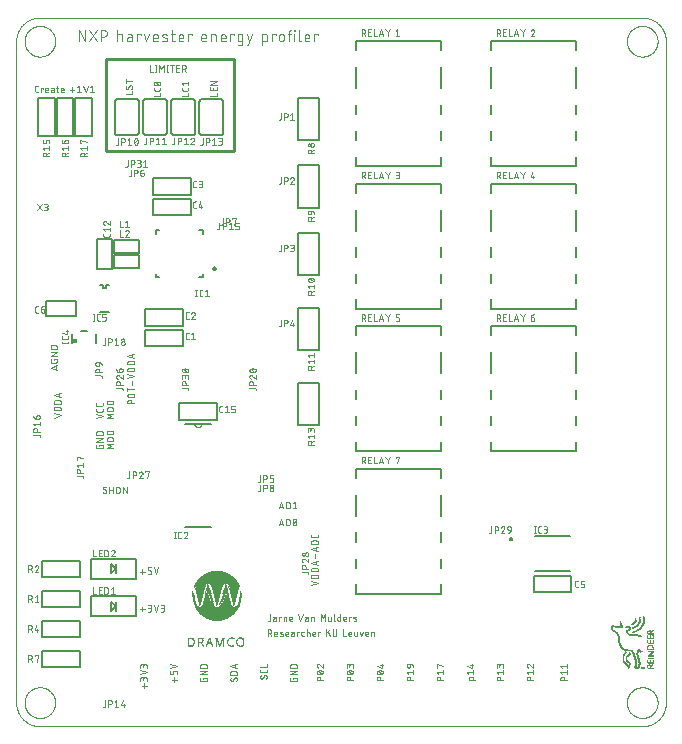
<source format=gto>
G75*
%MOIN*%
%OFA0B0*%
%FSLAX25Y25*%
%IPPOS*%
%LPD*%
%AMOC8*
5,1,8,0,0,1.08239X$1,22.5*
%
%ADD10C,0.00001*%
%ADD11C,0.00200*%
%ADD12R,0.01200X0.00080*%
%ADD13R,0.01360X0.00080*%
%ADD14R,0.01920X0.00080*%
%ADD15R,0.00240X0.00080*%
%ADD16R,0.01520X0.00080*%
%ADD17R,0.02000X0.00080*%
%ADD18R,0.00400X0.00080*%
%ADD19R,0.00240X0.00080*%
%ADD20R,0.00480X0.00080*%
%ADD21R,0.01600X0.00080*%
%ADD22R,0.00160X0.00080*%
%ADD23R,0.00560X0.00080*%
%ADD24R,0.00640X0.00080*%
%ADD25R,0.00320X0.00080*%
%ADD26R,0.00800X0.00080*%
%ADD27R,0.00880X0.00080*%
%ADD28R,0.00320X0.00080*%
%ADD29R,0.00080X0.00080*%
%ADD30R,0.01840X0.00080*%
%ADD31R,0.01120X0.00080*%
%ADD32R,0.00960X0.00080*%
%ADD33R,0.01040X0.00080*%
%ADD34R,0.00720X0.00080*%
%ADD35R,0.01120X0.00080*%
%ADD36R,0.01920X0.00080*%
%ADD37R,0.01520X0.00080*%
%ADD38R,0.01280X0.00080*%
%ADD39R,0.01440X0.00080*%
%ADD40R,0.03680X0.00080*%
%ADD41R,0.03520X0.00080*%
%ADD42R,0.03280X0.00080*%
%ADD43R,0.01760X0.00080*%
%ADD44R,0.00720X0.00080*%
%ADD45R,0.01040X0.00080*%
%ADD46R,0.00640X0.00080*%
%ADD47R,0.01680X0.00080*%
%ADD48R,0.02640X0.00080*%
%ADD49R,0.03120X0.00080*%
%ADD50R,0.03760X0.00080*%
%ADD51R,0.00020X0.00020*%
%ADD52R,0.00360X0.00020*%
%ADD53R,0.00020X0.00020*%
%ADD54R,0.00280X0.00020*%
%ADD55R,0.00700X0.00020*%
%ADD56R,0.00580X0.00020*%
%ADD57R,0.00020X0.00020*%
%ADD58R,0.00800X0.00020*%
%ADD59R,0.00040X0.00020*%
%ADD60R,0.00200X0.00020*%
%ADD61R,0.00220X0.00020*%
%ADD62R,0.00220X0.00020*%
%ADD63R,0.00240X0.00020*%
%ADD64R,0.00180X0.00020*%
%ADD65R,0.00120X0.00020*%
%ADD66R,0.00900X0.00020*%
%ADD67R,0.00760X0.00020*%
%ADD68R,0.01040X0.00020*%
%ADD69R,0.00240X0.00020*%
%ADD70R,0.00160X0.00020*%
%ADD71R,0.01060X0.00020*%
%ADD72R,0.01160X0.00020*%
%ADD73R,0.00200X0.00020*%
%ADD74R,0.00240X0.00020*%
%ADD75R,0.00220X0.00020*%
%ADD76R,0.00180X0.00020*%
%ADD77R,0.00160X0.00020*%
%ADD78R,0.01180X0.00020*%
%ADD79R,0.01000X0.00020*%
%ADD80R,0.01240X0.00020*%
%ADD81R,0.01260X0.00020*%
%ADD82R,0.01100X0.00020*%
%ADD83R,0.01300X0.00020*%
%ADD84R,0.00240X0.00020*%
%ADD85R,0.00220X0.00020*%
%ADD86R,0.01200X0.00020*%
%ADD87R,0.01360X0.00020*%
%ADD88R,0.01340X0.00020*%
%ADD89R,0.01400X0.00020*%
%ADD90R,0.01380X0.00020*%
%ADD91R,0.01320X0.00020*%
%ADD92R,0.01460X0.00020*%
%ADD93R,0.00560X0.00020*%
%ADD94R,0.00020X0.00020*%
%ADD95R,0.00420X0.00020*%
%ADD96R,0.00820X0.00020*%
%ADD97R,0.00260X0.00020*%
%ADD98R,0.00480X0.00020*%
%ADD99R,0.00460X0.00020*%
%ADD100R,0.00280X0.00020*%
%ADD101R,0.00420X0.00020*%
%ADD102R,0.00140X0.00020*%
%ADD103R,0.00400X0.00020*%
%ADD104R,0.00400X0.00020*%
%ADD105R,0.00080X0.00020*%
%ADD106R,0.00380X0.00020*%
%ADD107R,0.00320X0.00020*%
%ADD108R,0.00340X0.00020*%
%ADD109R,0.00320X0.00020*%
%ADD110R,0.00360X0.00020*%
%ADD111R,0.00320X0.00020*%
%ADD112R,0.00300X0.00020*%
%ADD113R,0.00300X0.00020*%
%ADD114R,0.00320X0.00020*%
%ADD115R,0.00260X0.00020*%
%ADD116R,0.01560X0.00020*%
%ADD117R,0.01520X0.00020*%
%ADD118R,0.01520X0.00020*%
%ADD119R,0.01500X0.00020*%
%ADD120R,0.01480X0.00020*%
%ADD121R,0.01440X0.00020*%
%ADD122R,0.01100X0.00020*%
%ADD123R,0.01180X0.00020*%
%ADD124R,0.01220X0.00020*%
%ADD125R,0.01280X0.00020*%
%ADD126R,0.01300X0.00020*%
%ADD127R,0.01340X0.00020*%
%ADD128R,0.00420X0.00020*%
%ADD129R,0.00340X0.00020*%
%ADD130R,0.00340X0.00020*%
%ADD131R,0.00340X0.00020*%
%ADD132R,0.00080X0.00020*%
%ADD133R,0.00440X0.00020*%
%ADD134R,0.00480X0.00020*%
%ADD135R,0.00380X0.00020*%
%ADD136R,0.00520X0.00020*%
%ADD137R,0.00640X0.00020*%
%ADD138R,0.00540X0.00020*%
%ADD139R,0.01400X0.00020*%
%ADD140R,0.00460X0.00020*%
%ADD141R,0.00500X0.00020*%
%ADD142R,0.00560X0.00020*%
%ADD143R,0.00520X0.00020*%
%ADD144R,0.00620X0.00020*%
%ADD145R,0.01320X0.00020*%
%ADD146R,0.01420X0.00020*%
%ADD147R,0.01320X0.00020*%
%ADD148R,0.01280X0.00020*%
%ADD149R,0.01340X0.00020*%
%ADD150R,0.01000X0.00020*%
%ADD151R,0.01060X0.00020*%
%ADD152R,0.00980X0.00020*%
%ADD153R,0.00940X0.00020*%
%ADD154R,0.00900X0.00020*%
%ADD155R,0.00060X0.00020*%
%ADD156R,0.00040X0.00020*%
%ADD157R,0.00140X0.00020*%
%ADD158R,0.00580X0.00020*%
%ADD159R,0.00600X0.00020*%
%ADD160R,0.00040X0.00020*%
%ADD161R,0.00060X0.00020*%
%ADD162R,0.00920X0.00020*%
%ADD163R,0.01860X0.00020*%
%ADD164R,0.02220X0.00020*%
%ADD165R,0.02480X0.00020*%
%ADD166R,0.02700X0.00020*%
%ADD167R,0.02920X0.00020*%
%ADD168R,0.03180X0.00020*%
%ADD169R,0.03360X0.00020*%
%ADD170R,0.03520X0.00020*%
%ADD171R,0.03700X0.00020*%
%ADD172R,0.03900X0.00020*%
%ADD173R,0.04060X0.00020*%
%ADD174R,0.04220X0.00020*%
%ADD175R,0.04340X0.00020*%
%ADD176R,0.04500X0.00020*%
%ADD177R,0.04620X0.00020*%
%ADD178R,0.04780X0.00020*%
%ADD179R,0.04900X0.00020*%
%ADD180R,0.05020X0.00020*%
%ADD181R,0.05140X0.00020*%
%ADD182R,0.05260X0.00020*%
%ADD183R,0.05380X0.00020*%
%ADD184R,0.05500X0.00020*%
%ADD185R,0.05600X0.00020*%
%ADD186R,0.05700X0.00020*%
%ADD187R,0.05820X0.00020*%
%ADD188R,0.05920X0.00020*%
%ADD189R,0.06020X0.00020*%
%ADD190R,0.06140X0.00020*%
%ADD191R,0.06220X0.00020*%
%ADD192R,0.06320X0.00020*%
%ADD193R,0.06420X0.00020*%
%ADD194R,0.06500X0.00020*%
%ADD195R,0.06580X0.00020*%
%ADD196R,0.06700X0.00020*%
%ADD197R,0.06780X0.00020*%
%ADD198R,0.06860X0.00020*%
%ADD199R,0.06940X0.00020*%
%ADD200R,0.07020X0.00020*%
%ADD201R,0.07120X0.00020*%
%ADD202R,0.07200X0.00020*%
%ADD203R,0.07300X0.00020*%
%ADD204R,0.07360X0.00020*%
%ADD205R,0.07460X0.00020*%
%ADD206R,0.07520X0.00020*%
%ADD207R,0.07600X0.00020*%
%ADD208R,0.07660X0.00020*%
%ADD209R,0.07740X0.00020*%
%ADD210R,0.07820X0.00020*%
%ADD211R,0.07900X0.00020*%
%ADD212R,0.07980X0.00020*%
%ADD213R,0.08040X0.00020*%
%ADD214R,0.08100X0.00020*%
%ADD215R,0.08180X0.00020*%
%ADD216R,0.08260X0.00020*%
%ADD217R,0.08320X0.00020*%
%ADD218R,0.08380X0.00020*%
%ADD219R,0.08460X0.00020*%
%ADD220R,0.08520X0.00020*%
%ADD221R,0.08580X0.00020*%
%ADD222R,0.08660X0.00020*%
%ADD223R,0.08700X0.00020*%
%ADD224R,0.08780X0.00020*%
%ADD225R,0.08840X0.00020*%
%ADD226R,0.08900X0.00020*%
%ADD227R,0.08960X0.00020*%
%ADD228R,0.09020X0.00020*%
%ADD229R,0.09080X0.00020*%
%ADD230R,0.09140X0.00020*%
%ADD231R,0.09200X0.00020*%
%ADD232R,0.09260X0.00020*%
%ADD233R,0.09320X0.00020*%
%ADD234R,0.09380X0.00020*%
%ADD235R,0.09420X0.00020*%
%ADD236R,0.09500X0.00020*%
%ADD237R,0.09540X0.00020*%
%ADD238R,0.09600X0.00020*%
%ADD239R,0.09660X0.00020*%
%ADD240R,0.09700X0.00020*%
%ADD241R,0.09760X0.00020*%
%ADD242R,0.09820X0.00020*%
%ADD243R,0.09860X0.00020*%
%ADD244R,0.09920X0.00020*%
%ADD245R,0.09980X0.00020*%
%ADD246R,0.10020X0.00020*%
%ADD247R,0.10080X0.00020*%
%ADD248R,0.10140X0.00020*%
%ADD249R,0.10180X0.00020*%
%ADD250R,0.10220X0.00020*%
%ADD251R,0.10280X0.00020*%
%ADD252R,0.10340X0.00020*%
%ADD253R,0.10380X0.00020*%
%ADD254R,0.10420X0.00020*%
%ADD255R,0.10460X0.00020*%
%ADD256R,0.10520X0.00020*%
%ADD257R,0.10580X0.00020*%
%ADD258R,0.10620X0.00020*%
%ADD259R,0.10660X0.00020*%
%ADD260R,0.10720X0.00020*%
%ADD261R,0.10740X0.00020*%
%ADD262R,0.10820X0.00020*%
%ADD263R,0.10840X0.00020*%
%ADD264R,0.10900X0.00020*%
%ADD265R,0.10940X0.00020*%
%ADD266R,0.10980X0.00020*%
%ADD267R,0.11020X0.00020*%
%ADD268R,0.11060X0.00020*%
%ADD269R,0.11120X0.00020*%
%ADD270R,0.11140X0.00020*%
%ADD271R,0.11200X0.00020*%
%ADD272R,0.11240X0.00020*%
%ADD273R,0.11300X0.00020*%
%ADD274R,0.11320X0.00020*%
%ADD275R,0.11380X0.00020*%
%ADD276R,0.11400X0.00020*%
%ADD277R,0.11460X0.00020*%
%ADD278R,0.11500X0.00020*%
%ADD279R,0.11520X0.00020*%
%ADD280R,0.11580X0.00020*%
%ADD281R,0.11620X0.00020*%
%ADD282R,0.11660X0.00020*%
%ADD283R,0.11680X0.00020*%
%ADD284R,0.11740X0.00020*%
%ADD285R,0.11760X0.00020*%
%ADD286R,0.11820X0.00020*%
%ADD287R,0.11840X0.00020*%
%ADD288R,0.11900X0.00020*%
%ADD289R,0.11920X0.00020*%
%ADD290R,0.11960X0.00020*%
%ADD291R,0.11980X0.00020*%
%ADD292R,0.12040X0.00020*%
%ADD293R,0.12060X0.00020*%
%ADD294R,0.12100X0.00020*%
%ADD295R,0.12140X0.00020*%
%ADD296R,0.12180X0.00020*%
%ADD297R,0.12220X0.00020*%
%ADD298R,0.12240X0.00020*%
%ADD299R,0.12300X0.00020*%
%ADD300R,0.12320X0.00020*%
%ADD301R,0.12360X0.00020*%
%ADD302R,0.12380X0.00020*%
%ADD303R,0.12420X0.00020*%
%ADD304R,0.12460X0.00020*%
%ADD305R,0.12500X0.00020*%
%ADD306R,0.12540X0.00020*%
%ADD307R,0.12560X0.00020*%
%ADD308R,0.12600X0.00020*%
%ADD309R,0.12620X0.00020*%
%ADD310R,0.12660X0.00020*%
%ADD311R,0.12700X0.00020*%
%ADD312R,0.12720X0.00020*%
%ADD313R,0.12760X0.00020*%
%ADD314R,0.12780X0.00020*%
%ADD315R,0.12820X0.00020*%
%ADD316R,0.12860X0.00020*%
%ADD317R,0.12880X0.00020*%
%ADD318R,0.12920X0.00020*%
%ADD319R,0.12940X0.00020*%
%ADD320R,0.12980X0.00020*%
%ADD321R,0.13020X0.00020*%
%ADD322R,0.13040X0.00020*%
%ADD323R,0.13060X0.00020*%
%ADD324R,0.13100X0.00020*%
%ADD325R,0.13140X0.00020*%
%ADD326R,0.13160X0.00020*%
%ADD327R,0.13180X0.00020*%
%ADD328R,0.13220X0.00020*%
%ADD329R,0.13240X0.00020*%
%ADD330R,0.13260X0.00020*%
%ADD331R,0.13300X0.00020*%
%ADD332R,0.13340X0.00020*%
%ADD333R,0.13360X0.00020*%
%ADD334R,0.13380X0.00020*%
%ADD335R,0.13420X0.00020*%
%ADD336R,0.13460X0.00020*%
%ADD337R,0.13460X0.00020*%
%ADD338R,0.13500X0.00020*%
%ADD339R,0.13520X0.00020*%
%ADD340R,0.13540X0.00020*%
%ADD341R,0.13580X0.00020*%
%ADD342R,0.13620X0.00020*%
%ADD343R,0.13660X0.00020*%
%ADD344R,0.13700X0.00020*%
%ADD345R,0.13700X0.00020*%
%ADD346R,0.13740X0.00020*%
%ADD347R,0.13760X0.00020*%
%ADD348R,0.13780X0.00020*%
%ADD349R,0.13820X0.00020*%
%ADD350R,0.13840X0.00020*%
%ADD351R,0.13860X0.00020*%
%ADD352R,0.13900X0.00020*%
%ADD353R,0.13920X0.00020*%
%ADD354R,0.13940X0.00020*%
%ADD355R,0.13980X0.00020*%
%ADD356R,0.13980X0.00020*%
%ADD357R,0.14020X0.00020*%
%ADD358R,0.14040X0.00020*%
%ADD359R,0.14060X0.00020*%
%ADD360R,0.14080X0.00020*%
%ADD361R,0.14100X0.00020*%
%ADD362R,0.14140X0.00020*%
%ADD363R,0.14160X0.00020*%
%ADD364R,0.14180X0.00020*%
%ADD365R,0.14200X0.00020*%
%ADD366R,0.14220X0.00020*%
%ADD367R,0.14260X0.00020*%
%ADD368R,0.14260X0.00020*%
%ADD369R,0.14300X0.00020*%
%ADD370R,0.14320X0.00020*%
%ADD371R,0.14340X0.00020*%
%ADD372R,0.14360X0.00020*%
%ADD373R,0.14380X0.00020*%
%ADD374R,0.14400X0.00020*%
%ADD375R,0.14420X0.00020*%
%ADD376R,0.14460X0.00020*%
%ADD377R,0.05460X0.00020*%
%ADD378R,0.01360X0.00020*%
%ADD379R,0.01220X0.00020*%
%ADD380R,0.05240X0.00020*%
%ADD381R,0.05240X0.00020*%
%ADD382R,0.05120X0.00020*%
%ADD383R,0.05100X0.00020*%
%ADD384R,0.01120X0.00020*%
%ADD385R,0.05020X0.00020*%
%ADD386R,0.05000X0.00020*%
%ADD387R,0.01160X0.00020*%
%ADD388R,0.04920X0.00020*%
%ADD389R,0.04900X0.00020*%
%ADD390R,0.01120X0.00020*%
%ADD391R,0.01080X0.00020*%
%ADD392R,0.04840X0.00020*%
%ADD393R,0.04840X0.00020*%
%ADD394R,0.01020X0.00020*%
%ADD395R,0.04740X0.00020*%
%ADD396R,0.04740X0.00020*%
%ADD397R,0.01020X0.00020*%
%ADD398R,0.04680X0.00020*%
%ADD399R,0.04660X0.00020*%
%ADD400R,0.04620X0.00020*%
%ADD401R,0.04600X0.00020*%
%ADD402R,0.04580X0.00020*%
%ADD403R,0.00980X0.00020*%
%ADD404R,0.04540X0.00020*%
%ADD405R,0.04540X0.00020*%
%ADD406R,0.00960X0.00020*%
%ADD407R,0.04480X0.00020*%
%ADD408R,0.04460X0.00020*%
%ADD409R,0.04420X0.00020*%
%ADD410R,0.04400X0.00020*%
%ADD411R,0.00960X0.00020*%
%ADD412R,0.04380X0.00020*%
%ADD413R,0.04320X0.00020*%
%ADD414R,0.04320X0.00020*%
%ADD415R,0.04300X0.00020*%
%ADD416R,0.04280X0.00020*%
%ADD417R,0.00940X0.00020*%
%ADD418R,0.04240X0.00020*%
%ADD419R,0.04220X0.00020*%
%ADD420R,0.04200X0.00020*%
%ADD421R,0.00920X0.00020*%
%ADD422R,0.04180X0.00020*%
%ADD423R,0.04160X0.00020*%
%ADD424R,0.00940X0.00020*%
%ADD425R,0.04120X0.00020*%
%ADD426R,0.04080X0.00020*%
%ADD427R,0.00920X0.00020*%
%ADD428R,0.04040X0.00020*%
%ADD429R,0.04020X0.00020*%
%ADD430R,0.04020X0.00020*%
%ADD431R,0.04000X0.00020*%
%ADD432R,0.03980X0.00020*%
%ADD433R,0.00940X0.00020*%
%ADD434R,0.00920X0.00020*%
%ADD435R,0.03960X0.00020*%
%ADD436R,0.03940X0.00020*%
%ADD437R,0.03920X0.00020*%
%ADD438R,0.03880X0.00020*%
%ADD439R,0.03840X0.00020*%
%ADD440R,0.03820X0.00020*%
%ADD441R,0.03840X0.00020*%
%ADD442R,0.00100X0.00020*%
%ADD443R,0.03820X0.00020*%
%ADD444R,0.03800X0.00020*%
%ADD445R,0.00120X0.00020*%
%ADD446R,0.00120X0.00020*%
%ADD447R,0.03760X0.00020*%
%ADD448R,0.00120X0.00020*%
%ADD449R,0.03780X0.00020*%
%ADD450R,0.00140X0.00020*%
%ADD451R,0.03760X0.00020*%
%ADD452R,0.03740X0.00020*%
%ADD453R,0.03720X0.00020*%
%ADD454R,0.03720X0.00020*%
%ADD455R,0.03680X0.00020*%
%ADD456R,0.03660X0.00020*%
%ADD457R,0.03640X0.00020*%
%ADD458R,0.03620X0.00020*%
%ADD459R,0.03600X0.00020*%
%ADD460R,0.03580X0.00020*%
%ADD461R,0.03560X0.00020*%
%ADD462R,0.03540X0.00020*%
%ADD463R,0.03540X0.00020*%
%ADD464R,0.03520X0.00020*%
%ADD465R,0.03500X0.00020*%
%ADD466R,0.03480X0.00020*%
%ADD467R,0.03460X0.00020*%
%ADD468R,0.03440X0.00020*%
%ADD469R,0.03440X0.00020*%
%ADD470R,0.03420X0.00020*%
%ADD471R,0.03420X0.00020*%
%ADD472R,0.03420X0.00020*%
%ADD473R,0.03400X0.00020*%
%ADD474R,0.03380X0.00020*%
%ADD475R,0.03360X0.00020*%
%ADD476R,0.00420X0.00020*%
%ADD477R,0.03340X0.00020*%
%ADD478R,0.03340X0.00020*%
%ADD479R,0.00440X0.00020*%
%ADD480R,0.03320X0.00020*%
%ADD481R,0.03300X0.00020*%
%ADD482R,0.03280X0.00020*%
%ADD483R,0.03260X0.00020*%
%ADD484R,0.03260X0.00020*%
%ADD485R,0.03240X0.00020*%
%ADD486R,0.00500X0.00020*%
%ADD487R,0.00880X0.00020*%
%ADD488R,0.03220X0.00020*%
%ADD489R,0.03200X0.00020*%
%ADD490R,0.00520X0.00020*%
%ADD491R,0.00540X0.00020*%
%ADD492R,0.03160X0.00020*%
%ADD493R,0.00100X0.00020*%
%ADD494R,0.03160X0.00020*%
%ADD495R,0.03140X0.00020*%
%ADD496R,0.03120X0.00020*%
%ADD497R,0.03120X0.00020*%
%ADD498R,0.03100X0.00020*%
%ADD499R,0.03100X0.00020*%
%ADD500R,0.03080X0.00020*%
%ADD501R,0.00600X0.00020*%
%ADD502R,0.03060X0.00020*%
%ADD503R,0.00620X0.00020*%
%ADD504R,0.03040X0.00020*%
%ADD505R,0.03040X0.00020*%
%ADD506R,0.03020X0.00020*%
%ADD507R,0.00660X0.00020*%
%ADD508R,0.03000X0.00020*%
%ADD509R,0.00140X0.00020*%
%ADD510R,0.00640X0.00020*%
%ADD511R,0.00660X0.00020*%
%ADD512R,0.02980X0.00020*%
%ADD513R,0.00680X0.00020*%
%ADD514R,0.02980X0.00020*%
%ADD515R,0.02960X0.00020*%
%ADD516R,0.00700X0.00020*%
%ADD517R,0.02940X0.00020*%
%ADD518R,0.00680X0.00020*%
%ADD519R,0.02920X0.00020*%
%ADD520R,0.00720X0.00020*%
%ADD521R,0.02920X0.00020*%
%ADD522R,0.00720X0.00020*%
%ADD523R,0.02900X0.00020*%
%ADD524R,0.00740X0.00020*%
%ADD525R,0.02880X0.00020*%
%ADD526R,0.00720X0.00020*%
%ADD527R,0.00740X0.00020*%
%ADD528R,0.02860X0.00020*%
%ADD529R,0.02880X0.00020*%
%ADD530R,0.00880X0.00020*%
%ADD531R,0.02860X0.00020*%
%ADD532R,0.02840X0.00020*%
%ADD533R,0.02820X0.00020*%
%ADD534R,0.02820X0.00020*%
%ADD535R,0.00780X0.00020*%
%ADD536R,0.02820X0.00020*%
%ADD537R,0.02820X0.00020*%
%ADD538R,0.00780X0.00020*%
%ADD539R,0.02800X0.00020*%
%ADD540R,0.02780X0.00020*%
%ADD541R,0.00800X0.00020*%
%ADD542R,0.02780X0.00020*%
%ADD543R,0.02760X0.00020*%
%ADD544R,0.02760X0.00020*%
%ADD545R,0.00820X0.00020*%
%ADD546R,0.02740X0.00020*%
%ADD547R,0.02720X0.00020*%
%ADD548R,0.00840X0.00020*%
%ADD549R,0.00840X0.00020*%
%ADD550R,0.02720X0.00020*%
%ADD551R,0.00860X0.00020*%
%ADD552R,0.02700X0.00020*%
%ADD553R,0.00860X0.00020*%
%ADD554R,0.02680X0.00020*%
%ADD555R,0.02680X0.00020*%
%ADD556R,0.02660X0.00020*%
%ADD557R,0.02640X0.00020*%
%ADD558R,0.02620X0.00020*%
%ADD559R,0.02640X0.00020*%
%ADD560R,0.02620X0.00020*%
%ADD561R,0.02600X0.00020*%
%ADD562R,0.02600X0.00020*%
%ADD563R,0.02580X0.00020*%
%ADD564R,0.02580X0.00020*%
%ADD565R,0.02560X0.00020*%
%ADD566R,0.02560X0.00020*%
%ADD567R,0.02540X0.00020*%
%ADD568R,0.02520X0.00020*%
%ADD569R,0.02520X0.00020*%
%ADD570R,0.02500X0.00020*%
%ADD571R,0.02520X0.00020*%
%ADD572R,0.02500X0.00020*%
%ADD573R,0.02460X0.00020*%
%ADD574R,0.02460X0.00020*%
%ADD575R,0.01020X0.00020*%
%ADD576R,0.01020X0.00020*%
%ADD577R,0.02440X0.00020*%
%ADD578R,0.02440X0.00020*%
%ADD579R,0.01040X0.00020*%
%ADD580R,0.02440X0.00020*%
%ADD581R,0.02420X0.00020*%
%ADD582R,0.02400X0.00020*%
%ADD583R,0.02380X0.00020*%
%ADD584R,0.02380X0.00020*%
%ADD585R,0.02360X0.00020*%
%ADD586R,0.01080X0.00020*%
%ADD587R,0.02360X0.00020*%
%ADD588R,0.02340X0.00020*%
%ADD589R,0.02320X0.00020*%
%ADD590R,0.02300X0.00020*%
%ADD591R,0.01140X0.00020*%
%ADD592R,0.02300X0.00020*%
%ADD593R,0.01120X0.00020*%
%ADD594R,0.02280X0.00020*%
%ADD595R,0.01140X0.00020*%
%ADD596R,0.02280X0.00020*%
%ADD597R,0.02260X0.00020*%
%ADD598R,0.02240X0.00020*%
%ADD599R,0.02220X0.00020*%
%ADD600R,0.02220X0.00020*%
%ADD601R,0.02220X0.00020*%
%ADD602R,0.01200X0.00020*%
%ADD603R,0.02200X0.00020*%
%ADD604R,0.02180X0.00020*%
%ADD605R,0.02180X0.00020*%
%ADD606R,0.02160X0.00020*%
%ADD607R,0.00440X0.00020*%
%ADD608R,0.02140X0.00020*%
%ADD609R,0.02140X0.00020*%
%ADD610R,0.01240X0.00020*%
%ADD611R,0.02140X0.00020*%
%ADD612R,0.02120X0.00020*%
%ADD613R,0.02120X0.00020*%
%ADD614R,0.02100X0.00020*%
%ADD615R,0.01260X0.00020*%
%ADD616R,0.02100X0.00020*%
%ADD617R,0.02080X0.00020*%
%ADD618R,0.02060X0.00020*%
%ADD619R,0.00840X0.00020*%
%ADD620R,0.02060X0.00020*%
%ADD621R,0.02040X0.00020*%
%ADD622R,0.02040X0.00020*%
%ADD623R,0.02020X0.00020*%
%ADD624R,0.02020X0.00020*%
%ADD625R,0.01320X0.00020*%
%ADD626R,0.02000X0.00020*%
%ADD627R,0.01980X0.00020*%
%ADD628R,0.01980X0.00020*%
%ADD629R,0.01960X0.00020*%
%ADD630R,0.01940X0.00020*%
%ADD631R,0.01380X0.00020*%
%ADD632R,0.00520X0.00020*%
%ADD633R,0.01920X0.00020*%
%ADD634R,0.01920X0.00020*%
%ADD635R,0.00840X0.00020*%
%ADD636R,0.01900X0.00020*%
%ADD637R,0.01880X0.00020*%
%ADD638R,0.01420X0.00020*%
%ADD639R,0.01420X0.00020*%
%ADD640R,0.01860X0.00020*%
%ADD641R,0.00540X0.00020*%
%ADD642R,0.01840X0.00020*%
%ADD643R,0.01420X0.00020*%
%ADD644R,0.01440X0.00020*%
%ADD645R,0.01840X0.00020*%
%ADD646R,0.00820X0.00020*%
%ADD647R,0.01820X0.00020*%
%ADD648R,0.01460X0.00020*%
%ADD649R,0.01800X0.00020*%
%ADD650R,0.01800X0.00020*%
%ADD651R,0.01780X0.00020*%
%ADD652R,0.01760X0.00020*%
%ADD653R,0.01740X0.00020*%
%ADD654R,0.01480X0.00020*%
%ADD655R,0.00820X0.00020*%
%ADD656R,0.01740X0.00020*%
%ADD657R,0.01500X0.00020*%
%ADD658R,0.01720X0.00020*%
%ADD659R,0.01520X0.00020*%
%ADD660R,0.01700X0.00020*%
%ADD661R,0.01700X0.00020*%
%ADD662R,0.01520X0.00020*%
%ADD663R,0.01540X0.00020*%
%ADD664R,0.01680X0.00020*%
%ADD665R,0.01540X0.00020*%
%ADD666R,0.01680X0.00020*%
%ADD667R,0.01660X0.00020*%
%ADD668R,0.01560X0.00020*%
%ADD669R,0.01640X0.00020*%
%ADD670R,0.01580X0.00020*%
%ADD671R,0.00620X0.00020*%
%ADD672R,0.01580X0.00020*%
%ADD673R,0.01620X0.00020*%
%ADD674R,0.01620X0.00020*%
%ADD675R,0.01600X0.00020*%
%ADD676R,0.01600X0.00020*%
%ADD677R,0.00620X0.00020*%
%ADD678R,0.01620X0.00020*%
%ADD679R,0.00640X0.00020*%
%ADD680R,0.00640X0.00020*%
%ADD681R,0.01540X0.00020*%
%ADD682R,0.01640X0.00020*%
%ADD683R,0.00760X0.00020*%
%ADD684R,0.01540X0.00020*%
%ADD685R,0.01660X0.00020*%
%ADD686R,0.00740X0.00020*%
%ADD687R,0.01720X0.00020*%
%ADD688R,0.01720X0.00020*%
%ADD689R,0.01760X0.00020*%
%ADD690R,0.01780X0.00020*%
%ADD691R,0.00720X0.00020*%
%ADD692R,0.00740X0.00020*%
%ADD693R,0.01820X0.00020*%
%ADD694R,0.01820X0.00020*%
%ADD695R,0.01240X0.00020*%
%ADD696R,0.01840X0.00020*%
%ADD697R,0.01240X0.00020*%
%ADD698R,0.01220X0.00020*%
%ADD699R,0.01880X0.00020*%
%ADD700R,0.01900X0.00020*%
%ADD701R,0.01920X0.00020*%
%ADD702R,0.01940X0.00020*%
%ADD703R,0.01960X0.00020*%
%ADD704R,0.02000X0.00020*%
%ADD705R,0.02020X0.00020*%
%ADD706R,0.02020X0.00020*%
%ADD707R,0.02080X0.00020*%
%ADD708R,0.02120X0.00020*%
%ADD709R,0.02140X0.00020*%
%ADD710R,0.02120X0.00020*%
%ADD711R,0.02160X0.00020*%
%ADD712R,0.02200X0.00020*%
%ADD713R,0.02240X0.00020*%
%ADD714R,0.02260X0.00020*%
%ADD715R,0.00440X0.00020*%
%ADD716R,0.02320X0.00020*%
%ADD717R,0.02320X0.00020*%
%ADD718R,0.02340X0.00020*%
%ADD719R,0.02400X0.00020*%
%ADD720R,0.02420X0.00020*%
%ADD721R,0.01040X0.00020*%
%ADD722R,0.02420X0.00020*%
%ADD723R,0.01040X0.00020*%
%ADD724R,0.02440X0.00020*%
%ADD725R,0.02480X0.00020*%
%ADD726R,0.02520X0.00020*%
%ADD727R,0.02540X0.00020*%
%ADD728R,0.01120X0.00020*%
%ADD729R,0.01140X0.00020*%
%ADD730R,0.00040X0.00020*%
%ADD731R,0.01140X0.00020*%
%ADD732R,0.02620X0.00020*%
%ADD733R,0.02660X0.00020*%
%ADD734R,0.02720X0.00020*%
%ADD735R,0.02720X0.00020*%
%ADD736R,0.02740X0.00020*%
%ADD737R,0.02740X0.00020*%
%ADD738R,0.01220X0.00020*%
%ADD739R,0.02800X0.00020*%
%ADD740R,0.02840X0.00020*%
%ADD741R,0.02900X0.00020*%
%ADD742R,0.02920X0.00020*%
%ADD743R,0.02960X0.00020*%
%ADD744R,0.03000X0.00020*%
%ADD745R,0.03020X0.00020*%
%ADD746R,0.03020X0.00020*%
%ADD747R,0.03040X0.00020*%
%ADD748R,0.03060X0.00020*%
%ADD749R,0.03080X0.00020*%
%ADD750R,0.03120X0.00020*%
%ADD751R,0.03120X0.00020*%
%ADD752R,0.03140X0.00020*%
%ADD753R,0.03180X0.00020*%
%ADD754R,0.03200X0.00020*%
%ADD755R,0.03220X0.00020*%
%ADD756R,0.03240X0.00020*%
%ADD757R,0.03280X0.00020*%
%ADD758R,0.03300X0.00020*%
%ADD759R,0.03320X0.00020*%
%ADD760R,0.03400X0.00020*%
%ADD761R,0.03420X0.00020*%
%ADD762R,0.02620X0.00020*%
%ADD763R,0.03480X0.00020*%
%ADD764R,0.03500X0.00020*%
%ADD765R,0.03520X0.00020*%
%ADD766R,0.03560X0.00020*%
%ADD767R,0.02420X0.00020*%
%ADD768R,0.03580X0.00020*%
%ADD769R,0.00540X0.00020*%
%ADD770R,0.03620X0.00020*%
%ADD771R,0.03640X0.00020*%
%ADD772R,0.03640X0.00020*%
%ADD773R,0.03680X0.00020*%
%ADD774R,0.03700X0.00020*%
%ADD775R,0.03720X0.00020*%
%ADD776R,0.03780X0.00020*%
%ADD777R,0.03800X0.00020*%
%ADD778R,0.03860X0.00020*%
%ADD779R,0.03880X0.00020*%
%ADD780R,0.03920X0.00020*%
%ADD781R,0.03940X0.00020*%
%ADD782R,0.03960X0.00020*%
%ADD783R,0.03980X0.00020*%
%ADD784R,0.04000X0.00020*%
%ADD785R,0.04040X0.00020*%
%ADD786R,0.04060X0.00020*%
%ADD787R,0.04080X0.00020*%
%ADD788R,0.04100X0.00020*%
%ADD789R,0.04120X0.00020*%
%ADD790R,0.04140X0.00020*%
%ADD791R,0.04220X0.00020*%
%ADD792R,0.04240X0.00020*%
%ADD793R,0.04260X0.00020*%
%ADD794R,0.04360X0.00020*%
%ADD795R,0.04440X0.00020*%
%ADD796R,0.04500X0.00020*%
%ADD797R,0.04520X0.00020*%
%ADD798R,0.04560X0.00020*%
%ADD799R,0.04620X0.00020*%
%ADD800R,0.04640X0.00020*%
%ADD801R,0.01940X0.00020*%
%ADD802R,0.04700X0.00020*%
%ADD803R,0.04760X0.00020*%
%ADD804R,0.04820X0.00020*%
%ADD805R,0.04880X0.00020*%
%ADD806R,0.04960X0.00020*%
%ADD807R,0.03820X0.00020*%
%ADD808R,0.05040X0.00020*%
%ADD809R,0.03860X0.00020*%
%ADD810R,0.05180X0.00020*%
%ADD811R,0.05340X0.00020*%
%ADD812R,0.03940X0.00020*%
%ADD813R,0.09880X0.00020*%
%ADD814R,0.14000X0.00020*%
%ADD815R,0.13940X0.00020*%
%ADD816R,0.13920X0.00020*%
%ADD817R,0.13900X0.00020*%
%ADD818R,0.13820X0.00020*%
%ADD819R,0.13800X0.00020*%
%ADD820R,0.13720X0.00020*%
%ADD821R,0.13660X0.00020*%
%ADD822R,0.13640X0.00020*%
%ADD823R,0.13580X0.00020*%
%ADD824R,0.13560X0.00020*%
%ADD825R,0.13500X0.00020*%
%ADD826R,0.13480X0.00020*%
%ADD827R,0.13420X0.00020*%
%ADD828R,0.13400X0.00020*%
%ADD829R,0.13300X0.00020*%
%ADD830R,0.13280X0.00020*%
%ADD831R,0.13220X0.00020*%
%ADD832R,0.13200X0.00020*%
%ADD833R,0.13160X0.00020*%
%ADD834R,0.13140X0.00020*%
%ADD835R,0.13100X0.00020*%
%ADD836R,0.13080X0.00020*%
%ADD837R,0.13020X0.00020*%
%ADD838R,0.12980X0.00020*%
%ADD839R,0.12960X0.00020*%
%ADD840R,0.12920X0.00020*%
%ADD841R,0.12900X0.00020*%
%ADD842R,0.12860X0.00020*%
%ADD843R,0.12820X0.00020*%
%ADD844R,0.12800X0.00020*%
%ADD845R,0.12760X0.00020*%
%ADD846R,0.12740X0.00020*%
%ADD847R,0.12700X0.00020*%
%ADD848R,0.12660X0.00020*%
%ADD849R,0.12640X0.00020*%
%ADD850R,0.12600X0.00020*%
%ADD851R,0.12580X0.00020*%
%ADD852R,0.12540X0.00020*%
%ADD853R,0.12500X0.00020*%
%ADD854R,0.12480X0.00020*%
%ADD855R,0.12420X0.00020*%
%ADD856R,0.12400X0.00020*%
%ADD857R,0.12360X0.00020*%
%ADD858R,0.12340X0.00020*%
%ADD859R,0.12300X0.00020*%
%ADD860R,0.12260X0.00020*%
%ADD861R,0.12200X0.00020*%
%ADD862R,0.12140X0.00020*%
%ADD863R,0.12120X0.00020*%
%ADD864R,0.12080X0.00020*%
%ADD865R,0.12000X0.00020*%
%ADD866R,0.11940X0.00020*%
%ADD867R,0.11900X0.00020*%
%ADD868R,0.11860X0.00020*%
%ADD869R,0.11820X0.00020*%
%ADD870R,0.11780X0.00020*%
%ADD871R,0.11740X0.00020*%
%ADD872R,0.11700X0.00020*%
%ADD873R,0.11620X0.00020*%
%ADD874R,0.11580X0.00020*%
%ADD875R,0.11540X0.00020*%
%ADD876R,0.11500X0.00020*%
%ADD877R,0.11480X0.00020*%
%ADD878R,0.11420X0.00020*%
%ADD879R,0.11380X0.00020*%
%ADD880R,0.11340X0.00020*%
%ADD881R,0.11300X0.00020*%
%ADD882R,0.11260X0.00020*%
%ADD883R,0.11220X0.00020*%
%ADD884R,0.11180X0.00020*%
%ADD885R,0.11080X0.00020*%
%ADD886R,0.11000X0.00020*%
%ADD887R,0.10960X0.00020*%
%ADD888R,0.10920X0.00020*%
%ADD889R,0.10860X0.00020*%
%ADD890R,0.10780X0.00020*%
%ADD891R,0.10720X0.00020*%
%ADD892R,0.10700X0.00020*%
%ADD893R,0.10640X0.00020*%
%ADD894R,0.10600X0.00020*%
%ADD895R,0.10540X0.00020*%
%ADD896R,0.10500X0.00020*%
%ADD897R,0.10400X0.00020*%
%ADD898R,0.10360X0.00020*%
%ADD899R,0.10300X0.00020*%
%ADD900R,0.10260X0.00020*%
%ADD901R,0.10200X0.00020*%
%ADD902R,0.10160X0.00020*%
%ADD903R,0.10100X0.00020*%
%ADD904R,0.10060X0.00020*%
%ADD905R,0.10000X0.00020*%
%ADD906R,0.09940X0.00020*%
%ADD907R,0.09900X0.00020*%
%ADD908R,0.09840X0.00020*%
%ADD909R,0.09780X0.00020*%
%ADD910R,0.09740X0.00020*%
%ADD911R,0.09680X0.00020*%
%ADD912R,0.09620X0.00020*%
%ADD913R,0.09580X0.00020*%
%ADD914R,0.09520X0.00020*%
%ADD915R,0.09460X0.00020*%
%ADD916R,0.09400X0.00020*%
%ADD917R,0.09340X0.00020*%
%ADD918R,0.09300X0.00020*%
%ADD919R,0.09220X0.00020*%
%ADD920R,0.09180X0.00020*%
%ADD921R,0.09120X0.00020*%
%ADD922R,0.09060X0.00020*%
%ADD923R,0.09000X0.00020*%
%ADD924R,0.08920X0.00020*%
%ADD925R,0.08860X0.00020*%
%ADD926R,0.08800X0.00020*%
%ADD927R,0.08740X0.00020*%
%ADD928R,0.08680X0.00020*%
%ADD929R,0.08620X0.00020*%
%ADD930R,0.08560X0.00020*%
%ADD931R,0.08480X0.00020*%
%ADD932R,0.08420X0.00020*%
%ADD933R,0.08340X0.00020*%
%ADD934R,0.08280X0.00020*%
%ADD935R,0.08220X0.00020*%
%ADD936R,0.08140X0.00020*%
%ADD937R,0.08080X0.00020*%
%ADD938R,0.08000X0.00020*%
%ADD939R,0.07940X0.00020*%
%ADD940R,0.07860X0.00020*%
%ADD941R,0.07800X0.00020*%
%ADD942R,0.07700X0.00020*%
%ADD943R,0.07640X0.00020*%
%ADD944R,0.07580X0.00020*%
%ADD945R,0.07480X0.00020*%
%ADD946R,0.07400X0.00020*%
%ADD947R,0.07320X0.00020*%
%ADD948R,0.07240X0.00020*%
%ADD949R,0.07160X0.00020*%
%ADD950R,0.07080X0.00020*%
%ADD951R,0.07000X0.00020*%
%ADD952R,0.06900X0.00020*%
%ADD953R,0.06840X0.00020*%
%ADD954R,0.06740X0.00020*%
%ADD955R,0.06660X0.00020*%
%ADD956R,0.06560X0.00020*%
%ADD957R,0.06480X0.00020*%
%ADD958R,0.06380X0.00020*%
%ADD959R,0.06280X0.00020*%
%ADD960R,0.06180X0.00020*%
%ADD961R,0.06100X0.00020*%
%ADD962R,0.05980X0.00020*%
%ADD963R,0.05900X0.00020*%
%ADD964R,0.05780X0.00020*%
%ADD965R,0.05660X0.00020*%
%ADD966R,0.05560X0.00020*%
%ADD967R,0.05220X0.00020*%
%ADD968R,0.04980X0.00020*%
%ADD969R,0.04860X0.00020*%
%ADD970R,0.04740X0.00020*%
%ADD971R,0.04580X0.00020*%
%ADD972R,0.04300X0.00020*%
%ADD973R,0.04120X0.00020*%
%ADD974R,0.03660X0.00020*%
%ADD975C,0.01000*%
%ADD976C,0.00300*%
%ADD977C,0.00800*%
%ADD978C,0.00787*%
%ADD979C,0.00500*%
%ADD980C,0.00600*%
%ADD981C,0.00000*%
%ADD982C,0.01575*%
D10*
X0105675Y0063549D02*
X0105675Y0284021D01*
X0108431Y0284021D02*
X0108433Y0284164D01*
X0108439Y0284307D01*
X0108449Y0284449D01*
X0108463Y0284591D01*
X0108481Y0284733D01*
X0108503Y0284875D01*
X0108528Y0285015D01*
X0108558Y0285155D01*
X0108592Y0285294D01*
X0108629Y0285432D01*
X0108671Y0285569D01*
X0108716Y0285704D01*
X0108765Y0285838D01*
X0108817Y0285971D01*
X0108873Y0286103D01*
X0108933Y0286232D01*
X0108997Y0286360D01*
X0109064Y0286487D01*
X0109135Y0286611D01*
X0109209Y0286733D01*
X0109286Y0286853D01*
X0109367Y0286971D01*
X0109451Y0287087D01*
X0109538Y0287200D01*
X0109628Y0287311D01*
X0109722Y0287419D01*
X0109818Y0287525D01*
X0109917Y0287627D01*
X0110020Y0287727D01*
X0110124Y0287824D01*
X0110232Y0287919D01*
X0110342Y0288010D01*
X0110455Y0288098D01*
X0110570Y0288182D01*
X0110687Y0288264D01*
X0110807Y0288342D01*
X0110928Y0288417D01*
X0111052Y0288489D01*
X0111178Y0288557D01*
X0111305Y0288621D01*
X0111435Y0288682D01*
X0111566Y0288739D01*
X0111698Y0288793D01*
X0111832Y0288842D01*
X0111967Y0288889D01*
X0112104Y0288931D01*
X0112242Y0288969D01*
X0112380Y0289004D01*
X0112520Y0289034D01*
X0112660Y0289061D01*
X0112801Y0289084D01*
X0112943Y0289103D01*
X0113085Y0289118D01*
X0113228Y0289129D01*
X0113370Y0289136D01*
X0113513Y0289139D01*
X0113656Y0289138D01*
X0113799Y0289133D01*
X0113942Y0289124D01*
X0114084Y0289111D01*
X0114226Y0289094D01*
X0114367Y0289073D01*
X0114508Y0289048D01*
X0114648Y0289020D01*
X0114787Y0288987D01*
X0114925Y0288950D01*
X0115062Y0288910D01*
X0115198Y0288866D01*
X0115333Y0288818D01*
X0115466Y0288766D01*
X0115598Y0288711D01*
X0115728Y0288652D01*
X0115857Y0288589D01*
X0115983Y0288523D01*
X0116108Y0288453D01*
X0116231Y0288380D01*
X0116351Y0288304D01*
X0116470Y0288224D01*
X0116586Y0288140D01*
X0116700Y0288054D01*
X0116811Y0287964D01*
X0116920Y0287872D01*
X0117026Y0287776D01*
X0117130Y0287678D01*
X0117231Y0287576D01*
X0117328Y0287472D01*
X0117423Y0287365D01*
X0117515Y0287256D01*
X0117604Y0287144D01*
X0117690Y0287029D01*
X0117772Y0286913D01*
X0117851Y0286793D01*
X0117927Y0286672D01*
X0117999Y0286549D01*
X0118068Y0286424D01*
X0118133Y0286297D01*
X0118195Y0286168D01*
X0118253Y0286037D01*
X0118308Y0285905D01*
X0118358Y0285771D01*
X0118405Y0285636D01*
X0118449Y0285500D01*
X0118488Y0285363D01*
X0118523Y0285224D01*
X0118555Y0285085D01*
X0118583Y0284945D01*
X0118607Y0284804D01*
X0118627Y0284662D01*
X0118643Y0284520D01*
X0118655Y0284378D01*
X0118663Y0284235D01*
X0118667Y0284092D01*
X0118667Y0283950D01*
X0118663Y0283807D01*
X0118655Y0283664D01*
X0118643Y0283522D01*
X0118627Y0283380D01*
X0118607Y0283238D01*
X0118583Y0283097D01*
X0118555Y0282957D01*
X0118523Y0282818D01*
X0118488Y0282679D01*
X0118449Y0282542D01*
X0118405Y0282406D01*
X0118358Y0282271D01*
X0118308Y0282137D01*
X0118253Y0282005D01*
X0118195Y0281874D01*
X0118133Y0281745D01*
X0118068Y0281618D01*
X0117999Y0281493D01*
X0117927Y0281370D01*
X0117851Y0281249D01*
X0117772Y0281129D01*
X0117690Y0281013D01*
X0117604Y0280898D01*
X0117515Y0280786D01*
X0117423Y0280677D01*
X0117328Y0280570D01*
X0117231Y0280466D01*
X0117130Y0280364D01*
X0117026Y0280266D01*
X0116920Y0280170D01*
X0116811Y0280078D01*
X0116700Y0279988D01*
X0116586Y0279902D01*
X0116470Y0279818D01*
X0116351Y0279738D01*
X0116231Y0279662D01*
X0116108Y0279589D01*
X0115983Y0279519D01*
X0115857Y0279453D01*
X0115728Y0279390D01*
X0115598Y0279331D01*
X0115466Y0279276D01*
X0115333Y0279224D01*
X0115198Y0279176D01*
X0115062Y0279132D01*
X0114925Y0279092D01*
X0114787Y0279055D01*
X0114648Y0279022D01*
X0114508Y0278994D01*
X0114367Y0278969D01*
X0114226Y0278948D01*
X0114084Y0278931D01*
X0113942Y0278918D01*
X0113799Y0278909D01*
X0113656Y0278904D01*
X0113513Y0278903D01*
X0113370Y0278906D01*
X0113228Y0278913D01*
X0113085Y0278924D01*
X0112943Y0278939D01*
X0112801Y0278958D01*
X0112660Y0278981D01*
X0112520Y0279008D01*
X0112380Y0279038D01*
X0112242Y0279073D01*
X0112104Y0279111D01*
X0111967Y0279153D01*
X0111832Y0279200D01*
X0111698Y0279249D01*
X0111566Y0279303D01*
X0111435Y0279360D01*
X0111305Y0279421D01*
X0111178Y0279485D01*
X0111052Y0279553D01*
X0110928Y0279625D01*
X0110807Y0279700D01*
X0110687Y0279778D01*
X0110570Y0279860D01*
X0110455Y0279944D01*
X0110342Y0280032D01*
X0110232Y0280123D01*
X0110124Y0280218D01*
X0110020Y0280315D01*
X0109917Y0280415D01*
X0109818Y0280517D01*
X0109722Y0280623D01*
X0109628Y0280731D01*
X0109538Y0280842D01*
X0109451Y0280955D01*
X0109367Y0281071D01*
X0109286Y0281189D01*
X0109209Y0281309D01*
X0109135Y0281431D01*
X0109064Y0281555D01*
X0108997Y0281682D01*
X0108933Y0281810D01*
X0108873Y0281939D01*
X0108817Y0282071D01*
X0108765Y0282204D01*
X0108716Y0282338D01*
X0108671Y0282473D01*
X0108629Y0282610D01*
X0108592Y0282748D01*
X0108558Y0282887D01*
X0108528Y0283027D01*
X0108503Y0283167D01*
X0108481Y0283309D01*
X0108463Y0283451D01*
X0108449Y0283593D01*
X0108439Y0283735D01*
X0108433Y0283878D01*
X0108431Y0284021D01*
X0105675Y0284021D02*
X0105677Y0284211D01*
X0105684Y0284401D01*
X0105696Y0284591D01*
X0105712Y0284781D01*
X0105732Y0284970D01*
X0105758Y0285159D01*
X0105787Y0285347D01*
X0105822Y0285534D01*
X0105861Y0285720D01*
X0105904Y0285905D01*
X0105952Y0286090D01*
X0106004Y0286273D01*
X0106060Y0286454D01*
X0106121Y0286634D01*
X0106187Y0286813D01*
X0106256Y0286990D01*
X0106330Y0287166D01*
X0106408Y0287339D01*
X0106491Y0287511D01*
X0106577Y0287680D01*
X0106667Y0287848D01*
X0106762Y0288013D01*
X0106860Y0288176D01*
X0106963Y0288336D01*
X0107069Y0288494D01*
X0107179Y0288649D01*
X0107292Y0288802D01*
X0107410Y0288952D01*
X0107531Y0289098D01*
X0107655Y0289242D01*
X0107783Y0289383D01*
X0107914Y0289521D01*
X0108049Y0289656D01*
X0108187Y0289787D01*
X0108328Y0289915D01*
X0108472Y0290039D01*
X0108618Y0290160D01*
X0108768Y0290278D01*
X0108921Y0290391D01*
X0109076Y0290501D01*
X0109234Y0290607D01*
X0109394Y0290710D01*
X0109557Y0290808D01*
X0109722Y0290903D01*
X0109890Y0290993D01*
X0110059Y0291079D01*
X0110231Y0291162D01*
X0110404Y0291240D01*
X0110580Y0291314D01*
X0110757Y0291383D01*
X0110936Y0291449D01*
X0111116Y0291510D01*
X0111297Y0291566D01*
X0111480Y0291618D01*
X0111665Y0291666D01*
X0111850Y0291709D01*
X0112036Y0291748D01*
X0112223Y0291783D01*
X0112411Y0291812D01*
X0112600Y0291838D01*
X0112789Y0291858D01*
X0112979Y0291874D01*
X0113169Y0291886D01*
X0113359Y0291893D01*
X0113549Y0291895D01*
X0314336Y0291895D01*
X0309218Y0284021D02*
X0309220Y0284164D01*
X0309226Y0284307D01*
X0309236Y0284449D01*
X0309250Y0284591D01*
X0309268Y0284733D01*
X0309290Y0284875D01*
X0309315Y0285015D01*
X0309345Y0285155D01*
X0309379Y0285294D01*
X0309416Y0285432D01*
X0309458Y0285569D01*
X0309503Y0285704D01*
X0309552Y0285838D01*
X0309604Y0285971D01*
X0309660Y0286103D01*
X0309720Y0286232D01*
X0309784Y0286360D01*
X0309851Y0286487D01*
X0309922Y0286611D01*
X0309996Y0286733D01*
X0310073Y0286853D01*
X0310154Y0286971D01*
X0310238Y0287087D01*
X0310325Y0287200D01*
X0310415Y0287311D01*
X0310509Y0287419D01*
X0310605Y0287525D01*
X0310704Y0287627D01*
X0310807Y0287727D01*
X0310911Y0287824D01*
X0311019Y0287919D01*
X0311129Y0288010D01*
X0311242Y0288098D01*
X0311357Y0288182D01*
X0311474Y0288264D01*
X0311594Y0288342D01*
X0311715Y0288417D01*
X0311839Y0288489D01*
X0311965Y0288557D01*
X0312092Y0288621D01*
X0312222Y0288682D01*
X0312353Y0288739D01*
X0312485Y0288793D01*
X0312619Y0288842D01*
X0312754Y0288889D01*
X0312891Y0288931D01*
X0313029Y0288969D01*
X0313167Y0289004D01*
X0313307Y0289034D01*
X0313447Y0289061D01*
X0313588Y0289084D01*
X0313730Y0289103D01*
X0313872Y0289118D01*
X0314015Y0289129D01*
X0314157Y0289136D01*
X0314300Y0289139D01*
X0314443Y0289138D01*
X0314586Y0289133D01*
X0314729Y0289124D01*
X0314871Y0289111D01*
X0315013Y0289094D01*
X0315154Y0289073D01*
X0315295Y0289048D01*
X0315435Y0289020D01*
X0315574Y0288987D01*
X0315712Y0288950D01*
X0315849Y0288910D01*
X0315985Y0288866D01*
X0316120Y0288818D01*
X0316253Y0288766D01*
X0316385Y0288711D01*
X0316515Y0288652D01*
X0316644Y0288589D01*
X0316770Y0288523D01*
X0316895Y0288453D01*
X0317018Y0288380D01*
X0317138Y0288304D01*
X0317257Y0288224D01*
X0317373Y0288140D01*
X0317487Y0288054D01*
X0317598Y0287964D01*
X0317707Y0287872D01*
X0317813Y0287776D01*
X0317917Y0287678D01*
X0318018Y0287576D01*
X0318115Y0287472D01*
X0318210Y0287365D01*
X0318302Y0287256D01*
X0318391Y0287144D01*
X0318477Y0287029D01*
X0318559Y0286913D01*
X0318638Y0286793D01*
X0318714Y0286672D01*
X0318786Y0286549D01*
X0318855Y0286424D01*
X0318920Y0286297D01*
X0318982Y0286168D01*
X0319040Y0286037D01*
X0319095Y0285905D01*
X0319145Y0285771D01*
X0319192Y0285636D01*
X0319236Y0285500D01*
X0319275Y0285363D01*
X0319310Y0285224D01*
X0319342Y0285085D01*
X0319370Y0284945D01*
X0319394Y0284804D01*
X0319414Y0284662D01*
X0319430Y0284520D01*
X0319442Y0284378D01*
X0319450Y0284235D01*
X0319454Y0284092D01*
X0319454Y0283950D01*
X0319450Y0283807D01*
X0319442Y0283664D01*
X0319430Y0283522D01*
X0319414Y0283380D01*
X0319394Y0283238D01*
X0319370Y0283097D01*
X0319342Y0282957D01*
X0319310Y0282818D01*
X0319275Y0282679D01*
X0319236Y0282542D01*
X0319192Y0282406D01*
X0319145Y0282271D01*
X0319095Y0282137D01*
X0319040Y0282005D01*
X0318982Y0281874D01*
X0318920Y0281745D01*
X0318855Y0281618D01*
X0318786Y0281493D01*
X0318714Y0281370D01*
X0318638Y0281249D01*
X0318559Y0281129D01*
X0318477Y0281013D01*
X0318391Y0280898D01*
X0318302Y0280786D01*
X0318210Y0280677D01*
X0318115Y0280570D01*
X0318018Y0280466D01*
X0317917Y0280364D01*
X0317813Y0280266D01*
X0317707Y0280170D01*
X0317598Y0280078D01*
X0317487Y0279988D01*
X0317373Y0279902D01*
X0317257Y0279818D01*
X0317138Y0279738D01*
X0317018Y0279662D01*
X0316895Y0279589D01*
X0316770Y0279519D01*
X0316644Y0279453D01*
X0316515Y0279390D01*
X0316385Y0279331D01*
X0316253Y0279276D01*
X0316120Y0279224D01*
X0315985Y0279176D01*
X0315849Y0279132D01*
X0315712Y0279092D01*
X0315574Y0279055D01*
X0315435Y0279022D01*
X0315295Y0278994D01*
X0315154Y0278969D01*
X0315013Y0278948D01*
X0314871Y0278931D01*
X0314729Y0278918D01*
X0314586Y0278909D01*
X0314443Y0278904D01*
X0314300Y0278903D01*
X0314157Y0278906D01*
X0314015Y0278913D01*
X0313872Y0278924D01*
X0313730Y0278939D01*
X0313588Y0278958D01*
X0313447Y0278981D01*
X0313307Y0279008D01*
X0313167Y0279038D01*
X0313029Y0279073D01*
X0312891Y0279111D01*
X0312754Y0279153D01*
X0312619Y0279200D01*
X0312485Y0279249D01*
X0312353Y0279303D01*
X0312222Y0279360D01*
X0312092Y0279421D01*
X0311965Y0279485D01*
X0311839Y0279553D01*
X0311715Y0279625D01*
X0311594Y0279700D01*
X0311474Y0279778D01*
X0311357Y0279860D01*
X0311242Y0279944D01*
X0311129Y0280032D01*
X0311019Y0280123D01*
X0310911Y0280218D01*
X0310807Y0280315D01*
X0310704Y0280415D01*
X0310605Y0280517D01*
X0310509Y0280623D01*
X0310415Y0280731D01*
X0310325Y0280842D01*
X0310238Y0280955D01*
X0310154Y0281071D01*
X0310073Y0281189D01*
X0309996Y0281309D01*
X0309922Y0281431D01*
X0309851Y0281555D01*
X0309784Y0281682D01*
X0309720Y0281810D01*
X0309660Y0281939D01*
X0309604Y0282071D01*
X0309552Y0282204D01*
X0309503Y0282338D01*
X0309458Y0282473D01*
X0309416Y0282610D01*
X0309379Y0282748D01*
X0309345Y0282887D01*
X0309315Y0283027D01*
X0309290Y0283167D01*
X0309268Y0283309D01*
X0309250Y0283451D01*
X0309236Y0283593D01*
X0309226Y0283735D01*
X0309220Y0283878D01*
X0309218Y0284021D01*
X0314336Y0291895D02*
X0314526Y0291893D01*
X0314716Y0291886D01*
X0314906Y0291874D01*
X0315096Y0291858D01*
X0315285Y0291838D01*
X0315474Y0291812D01*
X0315662Y0291783D01*
X0315849Y0291748D01*
X0316035Y0291709D01*
X0316220Y0291666D01*
X0316405Y0291618D01*
X0316588Y0291566D01*
X0316769Y0291510D01*
X0316949Y0291449D01*
X0317128Y0291383D01*
X0317305Y0291314D01*
X0317481Y0291240D01*
X0317654Y0291162D01*
X0317826Y0291079D01*
X0317995Y0290993D01*
X0318163Y0290903D01*
X0318328Y0290808D01*
X0318491Y0290710D01*
X0318651Y0290607D01*
X0318809Y0290501D01*
X0318964Y0290391D01*
X0319117Y0290278D01*
X0319267Y0290160D01*
X0319413Y0290039D01*
X0319557Y0289915D01*
X0319698Y0289787D01*
X0319836Y0289656D01*
X0319971Y0289521D01*
X0320102Y0289383D01*
X0320230Y0289242D01*
X0320354Y0289098D01*
X0320475Y0288952D01*
X0320593Y0288802D01*
X0320706Y0288649D01*
X0320816Y0288494D01*
X0320922Y0288336D01*
X0321025Y0288176D01*
X0321123Y0288013D01*
X0321218Y0287848D01*
X0321308Y0287680D01*
X0321394Y0287511D01*
X0321477Y0287339D01*
X0321555Y0287166D01*
X0321629Y0286990D01*
X0321698Y0286813D01*
X0321764Y0286634D01*
X0321825Y0286454D01*
X0321881Y0286273D01*
X0321933Y0286090D01*
X0321981Y0285905D01*
X0322024Y0285720D01*
X0322063Y0285534D01*
X0322098Y0285347D01*
X0322127Y0285159D01*
X0322153Y0284970D01*
X0322173Y0284781D01*
X0322189Y0284591D01*
X0322201Y0284401D01*
X0322208Y0284211D01*
X0322210Y0284021D01*
X0322210Y0063549D01*
X0309218Y0063549D02*
X0309220Y0063692D01*
X0309226Y0063835D01*
X0309236Y0063977D01*
X0309250Y0064119D01*
X0309268Y0064261D01*
X0309290Y0064403D01*
X0309315Y0064543D01*
X0309345Y0064683D01*
X0309379Y0064822D01*
X0309416Y0064960D01*
X0309458Y0065097D01*
X0309503Y0065232D01*
X0309552Y0065366D01*
X0309604Y0065499D01*
X0309660Y0065631D01*
X0309720Y0065760D01*
X0309784Y0065888D01*
X0309851Y0066015D01*
X0309922Y0066139D01*
X0309996Y0066261D01*
X0310073Y0066381D01*
X0310154Y0066499D01*
X0310238Y0066615D01*
X0310325Y0066728D01*
X0310415Y0066839D01*
X0310509Y0066947D01*
X0310605Y0067053D01*
X0310704Y0067155D01*
X0310807Y0067255D01*
X0310911Y0067352D01*
X0311019Y0067447D01*
X0311129Y0067538D01*
X0311242Y0067626D01*
X0311357Y0067710D01*
X0311474Y0067792D01*
X0311594Y0067870D01*
X0311715Y0067945D01*
X0311839Y0068017D01*
X0311965Y0068085D01*
X0312092Y0068149D01*
X0312222Y0068210D01*
X0312353Y0068267D01*
X0312485Y0068321D01*
X0312619Y0068370D01*
X0312754Y0068417D01*
X0312891Y0068459D01*
X0313029Y0068497D01*
X0313167Y0068532D01*
X0313307Y0068562D01*
X0313447Y0068589D01*
X0313588Y0068612D01*
X0313730Y0068631D01*
X0313872Y0068646D01*
X0314015Y0068657D01*
X0314157Y0068664D01*
X0314300Y0068667D01*
X0314443Y0068666D01*
X0314586Y0068661D01*
X0314729Y0068652D01*
X0314871Y0068639D01*
X0315013Y0068622D01*
X0315154Y0068601D01*
X0315295Y0068576D01*
X0315435Y0068548D01*
X0315574Y0068515D01*
X0315712Y0068478D01*
X0315849Y0068438D01*
X0315985Y0068394D01*
X0316120Y0068346D01*
X0316253Y0068294D01*
X0316385Y0068239D01*
X0316515Y0068180D01*
X0316644Y0068117D01*
X0316770Y0068051D01*
X0316895Y0067981D01*
X0317018Y0067908D01*
X0317138Y0067832D01*
X0317257Y0067752D01*
X0317373Y0067668D01*
X0317487Y0067582D01*
X0317598Y0067492D01*
X0317707Y0067400D01*
X0317813Y0067304D01*
X0317917Y0067206D01*
X0318018Y0067104D01*
X0318115Y0067000D01*
X0318210Y0066893D01*
X0318302Y0066784D01*
X0318391Y0066672D01*
X0318477Y0066557D01*
X0318559Y0066441D01*
X0318638Y0066321D01*
X0318714Y0066200D01*
X0318786Y0066077D01*
X0318855Y0065952D01*
X0318920Y0065825D01*
X0318982Y0065696D01*
X0319040Y0065565D01*
X0319095Y0065433D01*
X0319145Y0065299D01*
X0319192Y0065164D01*
X0319236Y0065028D01*
X0319275Y0064891D01*
X0319310Y0064752D01*
X0319342Y0064613D01*
X0319370Y0064473D01*
X0319394Y0064332D01*
X0319414Y0064190D01*
X0319430Y0064048D01*
X0319442Y0063906D01*
X0319450Y0063763D01*
X0319454Y0063620D01*
X0319454Y0063478D01*
X0319450Y0063335D01*
X0319442Y0063192D01*
X0319430Y0063050D01*
X0319414Y0062908D01*
X0319394Y0062766D01*
X0319370Y0062625D01*
X0319342Y0062485D01*
X0319310Y0062346D01*
X0319275Y0062207D01*
X0319236Y0062070D01*
X0319192Y0061934D01*
X0319145Y0061799D01*
X0319095Y0061665D01*
X0319040Y0061533D01*
X0318982Y0061402D01*
X0318920Y0061273D01*
X0318855Y0061146D01*
X0318786Y0061021D01*
X0318714Y0060898D01*
X0318638Y0060777D01*
X0318559Y0060657D01*
X0318477Y0060541D01*
X0318391Y0060426D01*
X0318302Y0060314D01*
X0318210Y0060205D01*
X0318115Y0060098D01*
X0318018Y0059994D01*
X0317917Y0059892D01*
X0317813Y0059794D01*
X0317707Y0059698D01*
X0317598Y0059606D01*
X0317487Y0059516D01*
X0317373Y0059430D01*
X0317257Y0059346D01*
X0317138Y0059266D01*
X0317018Y0059190D01*
X0316895Y0059117D01*
X0316770Y0059047D01*
X0316644Y0058981D01*
X0316515Y0058918D01*
X0316385Y0058859D01*
X0316253Y0058804D01*
X0316120Y0058752D01*
X0315985Y0058704D01*
X0315849Y0058660D01*
X0315712Y0058620D01*
X0315574Y0058583D01*
X0315435Y0058550D01*
X0315295Y0058522D01*
X0315154Y0058497D01*
X0315013Y0058476D01*
X0314871Y0058459D01*
X0314729Y0058446D01*
X0314586Y0058437D01*
X0314443Y0058432D01*
X0314300Y0058431D01*
X0314157Y0058434D01*
X0314015Y0058441D01*
X0313872Y0058452D01*
X0313730Y0058467D01*
X0313588Y0058486D01*
X0313447Y0058509D01*
X0313307Y0058536D01*
X0313167Y0058566D01*
X0313029Y0058601D01*
X0312891Y0058639D01*
X0312754Y0058681D01*
X0312619Y0058728D01*
X0312485Y0058777D01*
X0312353Y0058831D01*
X0312222Y0058888D01*
X0312092Y0058949D01*
X0311965Y0059013D01*
X0311839Y0059081D01*
X0311715Y0059153D01*
X0311594Y0059228D01*
X0311474Y0059306D01*
X0311357Y0059388D01*
X0311242Y0059472D01*
X0311129Y0059560D01*
X0311019Y0059651D01*
X0310911Y0059746D01*
X0310807Y0059843D01*
X0310704Y0059943D01*
X0310605Y0060045D01*
X0310509Y0060151D01*
X0310415Y0060259D01*
X0310325Y0060370D01*
X0310238Y0060483D01*
X0310154Y0060599D01*
X0310073Y0060717D01*
X0309996Y0060837D01*
X0309922Y0060959D01*
X0309851Y0061083D01*
X0309784Y0061210D01*
X0309720Y0061338D01*
X0309660Y0061467D01*
X0309604Y0061599D01*
X0309552Y0061732D01*
X0309503Y0061866D01*
X0309458Y0062001D01*
X0309416Y0062138D01*
X0309379Y0062276D01*
X0309345Y0062415D01*
X0309315Y0062555D01*
X0309290Y0062695D01*
X0309268Y0062837D01*
X0309250Y0062979D01*
X0309236Y0063121D01*
X0309226Y0063263D01*
X0309220Y0063406D01*
X0309218Y0063549D01*
X0314336Y0055675D02*
X0314526Y0055677D01*
X0314716Y0055684D01*
X0314906Y0055696D01*
X0315096Y0055712D01*
X0315285Y0055732D01*
X0315474Y0055758D01*
X0315662Y0055787D01*
X0315849Y0055822D01*
X0316035Y0055861D01*
X0316220Y0055904D01*
X0316405Y0055952D01*
X0316588Y0056004D01*
X0316769Y0056060D01*
X0316949Y0056121D01*
X0317128Y0056187D01*
X0317305Y0056256D01*
X0317481Y0056330D01*
X0317654Y0056408D01*
X0317826Y0056491D01*
X0317995Y0056577D01*
X0318163Y0056667D01*
X0318328Y0056762D01*
X0318491Y0056860D01*
X0318651Y0056963D01*
X0318809Y0057069D01*
X0318964Y0057179D01*
X0319117Y0057292D01*
X0319267Y0057410D01*
X0319413Y0057531D01*
X0319557Y0057655D01*
X0319698Y0057783D01*
X0319836Y0057914D01*
X0319971Y0058049D01*
X0320102Y0058187D01*
X0320230Y0058328D01*
X0320354Y0058472D01*
X0320475Y0058618D01*
X0320593Y0058768D01*
X0320706Y0058921D01*
X0320816Y0059076D01*
X0320922Y0059234D01*
X0321025Y0059394D01*
X0321123Y0059557D01*
X0321218Y0059722D01*
X0321308Y0059890D01*
X0321394Y0060059D01*
X0321477Y0060231D01*
X0321555Y0060404D01*
X0321629Y0060580D01*
X0321698Y0060757D01*
X0321764Y0060936D01*
X0321825Y0061116D01*
X0321881Y0061297D01*
X0321933Y0061480D01*
X0321981Y0061665D01*
X0322024Y0061850D01*
X0322063Y0062036D01*
X0322098Y0062223D01*
X0322127Y0062411D01*
X0322153Y0062600D01*
X0322173Y0062789D01*
X0322189Y0062979D01*
X0322201Y0063169D01*
X0322208Y0063359D01*
X0322210Y0063549D01*
X0314336Y0055675D02*
X0113549Y0055675D01*
X0108431Y0063549D02*
X0108433Y0063692D01*
X0108439Y0063835D01*
X0108449Y0063977D01*
X0108463Y0064119D01*
X0108481Y0064261D01*
X0108503Y0064403D01*
X0108528Y0064543D01*
X0108558Y0064683D01*
X0108592Y0064822D01*
X0108629Y0064960D01*
X0108671Y0065097D01*
X0108716Y0065232D01*
X0108765Y0065366D01*
X0108817Y0065499D01*
X0108873Y0065631D01*
X0108933Y0065760D01*
X0108997Y0065888D01*
X0109064Y0066015D01*
X0109135Y0066139D01*
X0109209Y0066261D01*
X0109286Y0066381D01*
X0109367Y0066499D01*
X0109451Y0066615D01*
X0109538Y0066728D01*
X0109628Y0066839D01*
X0109722Y0066947D01*
X0109818Y0067053D01*
X0109917Y0067155D01*
X0110020Y0067255D01*
X0110124Y0067352D01*
X0110232Y0067447D01*
X0110342Y0067538D01*
X0110455Y0067626D01*
X0110570Y0067710D01*
X0110687Y0067792D01*
X0110807Y0067870D01*
X0110928Y0067945D01*
X0111052Y0068017D01*
X0111178Y0068085D01*
X0111305Y0068149D01*
X0111435Y0068210D01*
X0111566Y0068267D01*
X0111698Y0068321D01*
X0111832Y0068370D01*
X0111967Y0068417D01*
X0112104Y0068459D01*
X0112242Y0068497D01*
X0112380Y0068532D01*
X0112520Y0068562D01*
X0112660Y0068589D01*
X0112801Y0068612D01*
X0112943Y0068631D01*
X0113085Y0068646D01*
X0113228Y0068657D01*
X0113370Y0068664D01*
X0113513Y0068667D01*
X0113656Y0068666D01*
X0113799Y0068661D01*
X0113942Y0068652D01*
X0114084Y0068639D01*
X0114226Y0068622D01*
X0114367Y0068601D01*
X0114508Y0068576D01*
X0114648Y0068548D01*
X0114787Y0068515D01*
X0114925Y0068478D01*
X0115062Y0068438D01*
X0115198Y0068394D01*
X0115333Y0068346D01*
X0115466Y0068294D01*
X0115598Y0068239D01*
X0115728Y0068180D01*
X0115857Y0068117D01*
X0115983Y0068051D01*
X0116108Y0067981D01*
X0116231Y0067908D01*
X0116351Y0067832D01*
X0116470Y0067752D01*
X0116586Y0067668D01*
X0116700Y0067582D01*
X0116811Y0067492D01*
X0116920Y0067400D01*
X0117026Y0067304D01*
X0117130Y0067206D01*
X0117231Y0067104D01*
X0117328Y0067000D01*
X0117423Y0066893D01*
X0117515Y0066784D01*
X0117604Y0066672D01*
X0117690Y0066557D01*
X0117772Y0066441D01*
X0117851Y0066321D01*
X0117927Y0066200D01*
X0117999Y0066077D01*
X0118068Y0065952D01*
X0118133Y0065825D01*
X0118195Y0065696D01*
X0118253Y0065565D01*
X0118308Y0065433D01*
X0118358Y0065299D01*
X0118405Y0065164D01*
X0118449Y0065028D01*
X0118488Y0064891D01*
X0118523Y0064752D01*
X0118555Y0064613D01*
X0118583Y0064473D01*
X0118607Y0064332D01*
X0118627Y0064190D01*
X0118643Y0064048D01*
X0118655Y0063906D01*
X0118663Y0063763D01*
X0118667Y0063620D01*
X0118667Y0063478D01*
X0118663Y0063335D01*
X0118655Y0063192D01*
X0118643Y0063050D01*
X0118627Y0062908D01*
X0118607Y0062766D01*
X0118583Y0062625D01*
X0118555Y0062485D01*
X0118523Y0062346D01*
X0118488Y0062207D01*
X0118449Y0062070D01*
X0118405Y0061934D01*
X0118358Y0061799D01*
X0118308Y0061665D01*
X0118253Y0061533D01*
X0118195Y0061402D01*
X0118133Y0061273D01*
X0118068Y0061146D01*
X0117999Y0061021D01*
X0117927Y0060898D01*
X0117851Y0060777D01*
X0117772Y0060657D01*
X0117690Y0060541D01*
X0117604Y0060426D01*
X0117515Y0060314D01*
X0117423Y0060205D01*
X0117328Y0060098D01*
X0117231Y0059994D01*
X0117130Y0059892D01*
X0117026Y0059794D01*
X0116920Y0059698D01*
X0116811Y0059606D01*
X0116700Y0059516D01*
X0116586Y0059430D01*
X0116470Y0059346D01*
X0116351Y0059266D01*
X0116231Y0059190D01*
X0116108Y0059117D01*
X0115983Y0059047D01*
X0115857Y0058981D01*
X0115728Y0058918D01*
X0115598Y0058859D01*
X0115466Y0058804D01*
X0115333Y0058752D01*
X0115198Y0058704D01*
X0115062Y0058660D01*
X0114925Y0058620D01*
X0114787Y0058583D01*
X0114648Y0058550D01*
X0114508Y0058522D01*
X0114367Y0058497D01*
X0114226Y0058476D01*
X0114084Y0058459D01*
X0113942Y0058446D01*
X0113799Y0058437D01*
X0113656Y0058432D01*
X0113513Y0058431D01*
X0113370Y0058434D01*
X0113228Y0058441D01*
X0113085Y0058452D01*
X0112943Y0058467D01*
X0112801Y0058486D01*
X0112660Y0058509D01*
X0112520Y0058536D01*
X0112380Y0058566D01*
X0112242Y0058601D01*
X0112104Y0058639D01*
X0111967Y0058681D01*
X0111832Y0058728D01*
X0111698Y0058777D01*
X0111566Y0058831D01*
X0111435Y0058888D01*
X0111305Y0058949D01*
X0111178Y0059013D01*
X0111052Y0059081D01*
X0110928Y0059153D01*
X0110807Y0059228D01*
X0110687Y0059306D01*
X0110570Y0059388D01*
X0110455Y0059472D01*
X0110342Y0059560D01*
X0110232Y0059651D01*
X0110124Y0059746D01*
X0110020Y0059843D01*
X0109917Y0059943D01*
X0109818Y0060045D01*
X0109722Y0060151D01*
X0109628Y0060259D01*
X0109538Y0060370D01*
X0109451Y0060483D01*
X0109367Y0060599D01*
X0109286Y0060717D01*
X0109209Y0060837D01*
X0109135Y0060959D01*
X0109064Y0061083D01*
X0108997Y0061210D01*
X0108933Y0061338D01*
X0108873Y0061467D01*
X0108817Y0061599D01*
X0108765Y0061732D01*
X0108716Y0061866D01*
X0108671Y0062001D01*
X0108629Y0062138D01*
X0108592Y0062276D01*
X0108558Y0062415D01*
X0108528Y0062555D01*
X0108503Y0062695D01*
X0108481Y0062837D01*
X0108463Y0062979D01*
X0108449Y0063121D01*
X0108439Y0063263D01*
X0108433Y0063406D01*
X0108431Y0063549D01*
X0105675Y0063549D02*
X0105677Y0063359D01*
X0105684Y0063169D01*
X0105696Y0062979D01*
X0105712Y0062789D01*
X0105732Y0062600D01*
X0105758Y0062411D01*
X0105787Y0062223D01*
X0105822Y0062036D01*
X0105861Y0061850D01*
X0105904Y0061665D01*
X0105952Y0061480D01*
X0106004Y0061297D01*
X0106060Y0061116D01*
X0106121Y0060936D01*
X0106187Y0060757D01*
X0106256Y0060580D01*
X0106330Y0060404D01*
X0106408Y0060231D01*
X0106491Y0060059D01*
X0106577Y0059890D01*
X0106667Y0059722D01*
X0106762Y0059557D01*
X0106860Y0059394D01*
X0106963Y0059234D01*
X0107069Y0059076D01*
X0107179Y0058921D01*
X0107292Y0058768D01*
X0107410Y0058618D01*
X0107531Y0058472D01*
X0107655Y0058328D01*
X0107783Y0058187D01*
X0107914Y0058049D01*
X0108049Y0057914D01*
X0108187Y0057783D01*
X0108328Y0057655D01*
X0108472Y0057531D01*
X0108618Y0057410D01*
X0108768Y0057292D01*
X0108921Y0057179D01*
X0109076Y0057069D01*
X0109234Y0056963D01*
X0109394Y0056860D01*
X0109557Y0056762D01*
X0109722Y0056667D01*
X0109890Y0056577D01*
X0110059Y0056491D01*
X0110231Y0056408D01*
X0110404Y0056330D01*
X0110580Y0056256D01*
X0110757Y0056187D01*
X0110936Y0056121D01*
X0111116Y0056060D01*
X0111297Y0056004D01*
X0111480Y0055952D01*
X0111665Y0055904D01*
X0111850Y0055861D01*
X0112036Y0055822D01*
X0112223Y0055787D01*
X0112411Y0055758D01*
X0112600Y0055732D01*
X0112789Y0055712D01*
X0112979Y0055696D01*
X0113169Y0055684D01*
X0113359Y0055677D01*
X0113549Y0055675D01*
D11*
X0134549Y0062125D02*
X0134793Y0062125D01*
X0134836Y0062127D01*
X0134878Y0062132D01*
X0134920Y0062142D01*
X0134960Y0062154D01*
X0135000Y0062171D01*
X0135038Y0062191D01*
X0135073Y0062213D01*
X0135107Y0062239D01*
X0135139Y0062268D01*
X0135168Y0062300D01*
X0135194Y0062334D01*
X0135216Y0062370D01*
X0135236Y0062407D01*
X0135253Y0062447D01*
X0135265Y0062487D01*
X0135275Y0062529D01*
X0135280Y0062571D01*
X0135282Y0062614D01*
X0135282Y0064325D01*
X0136387Y0064325D02*
X0136999Y0064325D01*
X0137047Y0064323D01*
X0137095Y0064317D01*
X0137142Y0064308D01*
X0137188Y0064295D01*
X0137233Y0064278D01*
X0137276Y0064258D01*
X0137318Y0064235D01*
X0137358Y0064208D01*
X0137396Y0064179D01*
X0137431Y0064146D01*
X0137464Y0064111D01*
X0137493Y0064073D01*
X0137520Y0064033D01*
X0137543Y0063991D01*
X0137563Y0063948D01*
X0137580Y0063903D01*
X0137593Y0063857D01*
X0137602Y0063810D01*
X0137608Y0063762D01*
X0137610Y0063714D01*
X0137608Y0063666D01*
X0137602Y0063618D01*
X0137593Y0063571D01*
X0137580Y0063525D01*
X0137563Y0063480D01*
X0137543Y0063437D01*
X0137520Y0063395D01*
X0137493Y0063355D01*
X0137464Y0063317D01*
X0137431Y0063282D01*
X0137396Y0063249D01*
X0137358Y0063220D01*
X0137318Y0063193D01*
X0137276Y0063170D01*
X0137233Y0063150D01*
X0137188Y0063133D01*
X0137142Y0063120D01*
X0137095Y0063111D01*
X0137047Y0063105D01*
X0136999Y0063103D01*
X0136387Y0063103D01*
X0136387Y0062125D02*
X0136387Y0064325D01*
X0138443Y0063836D02*
X0139054Y0064325D01*
X0139054Y0062125D01*
X0138443Y0062125D02*
X0139665Y0062125D01*
X0140603Y0062614D02*
X0141825Y0062614D01*
X0141458Y0063103D02*
X0141458Y0062125D01*
X0140603Y0062614D02*
X0141092Y0064325D01*
X0147636Y0069226D02*
X0149103Y0069226D01*
X0148369Y0069959D02*
X0148369Y0068492D01*
X0149225Y0070919D02*
X0149225Y0071530D01*
X0149223Y0071578D01*
X0149217Y0071626D01*
X0149208Y0071673D01*
X0149195Y0071719D01*
X0149178Y0071764D01*
X0149158Y0071807D01*
X0149135Y0071849D01*
X0149108Y0071889D01*
X0149079Y0071927D01*
X0149046Y0071962D01*
X0149011Y0071995D01*
X0148973Y0072024D01*
X0148933Y0072051D01*
X0148891Y0072074D01*
X0148848Y0072094D01*
X0148803Y0072111D01*
X0148757Y0072124D01*
X0148710Y0072133D01*
X0148662Y0072139D01*
X0148614Y0072141D01*
X0148566Y0072139D01*
X0148518Y0072133D01*
X0148471Y0072124D01*
X0148425Y0072111D01*
X0148380Y0072094D01*
X0148337Y0072074D01*
X0148295Y0072051D01*
X0148255Y0072024D01*
X0148217Y0071995D01*
X0148182Y0071962D01*
X0148149Y0071927D01*
X0148120Y0071889D01*
X0148093Y0071849D01*
X0148070Y0071807D01*
X0148050Y0071764D01*
X0148033Y0071719D01*
X0148020Y0071673D01*
X0148011Y0071626D01*
X0148005Y0071578D01*
X0148003Y0071530D01*
X0148003Y0071652D02*
X0148003Y0071163D01*
X0148003Y0071652D02*
X0148001Y0071695D01*
X0147996Y0071737D01*
X0147986Y0071779D01*
X0147974Y0071819D01*
X0147957Y0071859D01*
X0147937Y0071897D01*
X0147915Y0071932D01*
X0147889Y0071966D01*
X0147860Y0071998D01*
X0147828Y0072027D01*
X0147794Y0072053D01*
X0147759Y0072075D01*
X0147721Y0072095D01*
X0147681Y0072112D01*
X0147641Y0072124D01*
X0147599Y0072134D01*
X0147557Y0072139D01*
X0147514Y0072141D01*
X0147471Y0072139D01*
X0147429Y0072134D01*
X0147387Y0072124D01*
X0147347Y0072112D01*
X0147307Y0072095D01*
X0147270Y0072075D01*
X0147234Y0072053D01*
X0147200Y0072027D01*
X0147168Y0071998D01*
X0147139Y0071966D01*
X0147113Y0071932D01*
X0147091Y0071897D01*
X0147071Y0071859D01*
X0147054Y0071819D01*
X0147042Y0071779D01*
X0147032Y0071737D01*
X0147027Y0071695D01*
X0147025Y0071652D01*
X0147025Y0070919D01*
X0147025Y0072956D02*
X0149225Y0073690D01*
X0147025Y0074423D01*
X0147025Y0075239D02*
X0147025Y0075972D01*
X0147027Y0076015D01*
X0147032Y0076057D01*
X0147042Y0076099D01*
X0147054Y0076139D01*
X0147071Y0076179D01*
X0147091Y0076217D01*
X0147113Y0076252D01*
X0147139Y0076286D01*
X0147168Y0076318D01*
X0147200Y0076347D01*
X0147234Y0076373D01*
X0147270Y0076395D01*
X0147307Y0076415D01*
X0147347Y0076432D01*
X0147387Y0076444D01*
X0147429Y0076454D01*
X0147471Y0076459D01*
X0147514Y0076461D01*
X0147557Y0076459D01*
X0147599Y0076454D01*
X0147641Y0076444D01*
X0147681Y0076432D01*
X0147721Y0076415D01*
X0147759Y0076395D01*
X0147794Y0076373D01*
X0147828Y0076347D01*
X0147860Y0076318D01*
X0147889Y0076286D01*
X0147915Y0076252D01*
X0147937Y0076217D01*
X0147957Y0076179D01*
X0147974Y0076139D01*
X0147986Y0076099D01*
X0147996Y0076057D01*
X0148001Y0076015D01*
X0148003Y0075972D01*
X0148003Y0075483D01*
X0148003Y0075850D02*
X0148005Y0075898D01*
X0148011Y0075946D01*
X0148020Y0075993D01*
X0148033Y0076039D01*
X0148050Y0076084D01*
X0148070Y0076127D01*
X0148093Y0076169D01*
X0148120Y0076209D01*
X0148149Y0076247D01*
X0148182Y0076282D01*
X0148217Y0076315D01*
X0148255Y0076344D01*
X0148295Y0076371D01*
X0148337Y0076394D01*
X0148380Y0076414D01*
X0148425Y0076431D01*
X0148471Y0076444D01*
X0148518Y0076453D01*
X0148566Y0076459D01*
X0148614Y0076461D01*
X0148662Y0076459D01*
X0148710Y0076453D01*
X0148757Y0076444D01*
X0148803Y0076431D01*
X0148848Y0076414D01*
X0148891Y0076394D01*
X0148933Y0076371D01*
X0148973Y0076344D01*
X0149011Y0076315D01*
X0149046Y0076282D01*
X0149079Y0076247D01*
X0149108Y0076209D01*
X0149135Y0076169D01*
X0149158Y0076127D01*
X0149178Y0076084D01*
X0149195Y0076039D01*
X0149208Y0075993D01*
X0149217Y0075946D01*
X0149223Y0075898D01*
X0149225Y0075850D01*
X0149225Y0075239D01*
X0157025Y0074994D02*
X0159225Y0075727D01*
X0157025Y0076461D01*
X0157025Y0074179D02*
X0157025Y0072956D01*
X0158003Y0072956D01*
X0158003Y0073690D01*
X0158005Y0073733D01*
X0158010Y0073775D01*
X0158020Y0073817D01*
X0158032Y0073857D01*
X0158049Y0073897D01*
X0158069Y0073935D01*
X0158091Y0073970D01*
X0158117Y0074004D01*
X0158146Y0074036D01*
X0158178Y0074065D01*
X0158212Y0074091D01*
X0158248Y0074113D01*
X0158285Y0074133D01*
X0158325Y0074150D01*
X0158365Y0074162D01*
X0158407Y0074172D01*
X0158449Y0074177D01*
X0158492Y0074179D01*
X0158736Y0074179D01*
X0158779Y0074177D01*
X0158821Y0074172D01*
X0158863Y0074162D01*
X0158903Y0074150D01*
X0158943Y0074133D01*
X0158981Y0074113D01*
X0159016Y0074091D01*
X0159050Y0074065D01*
X0159082Y0074036D01*
X0159111Y0074004D01*
X0159137Y0073970D01*
X0159159Y0073935D01*
X0159179Y0073897D01*
X0159196Y0073857D01*
X0159208Y0073817D01*
X0159218Y0073775D01*
X0159223Y0073733D01*
X0159225Y0073690D01*
X0159225Y0072956D01*
X0158369Y0071997D02*
X0158369Y0070530D01*
X0157636Y0071264D02*
X0159103Y0071264D01*
X0167025Y0071120D02*
X0167025Y0071853D01*
X0167025Y0071120D02*
X0167027Y0071077D01*
X0167032Y0071035D01*
X0167042Y0070993D01*
X0167054Y0070953D01*
X0167071Y0070913D01*
X0167091Y0070875D01*
X0167113Y0070840D01*
X0167139Y0070806D01*
X0167168Y0070774D01*
X0167200Y0070745D01*
X0167234Y0070719D01*
X0167270Y0070697D01*
X0167307Y0070677D01*
X0167347Y0070660D01*
X0167387Y0070648D01*
X0167429Y0070638D01*
X0167471Y0070633D01*
X0167514Y0070631D01*
X0168736Y0070631D01*
X0168779Y0070633D01*
X0168821Y0070638D01*
X0168863Y0070648D01*
X0168903Y0070660D01*
X0168943Y0070677D01*
X0168981Y0070697D01*
X0169016Y0070719D01*
X0169050Y0070745D01*
X0169082Y0070774D01*
X0169111Y0070806D01*
X0169137Y0070840D01*
X0169159Y0070876D01*
X0169179Y0070913D01*
X0169196Y0070953D01*
X0169208Y0070993D01*
X0169218Y0071035D01*
X0169223Y0071077D01*
X0169225Y0071120D01*
X0169225Y0071853D01*
X0168003Y0071853D01*
X0168003Y0071486D01*
X0167025Y0072935D02*
X0169225Y0074157D01*
X0167025Y0074157D01*
X0167025Y0075239D02*
X0167025Y0075850D01*
X0167027Y0075898D01*
X0167033Y0075946D01*
X0167042Y0075993D01*
X0167055Y0076039D01*
X0167072Y0076084D01*
X0167092Y0076127D01*
X0167115Y0076169D01*
X0167142Y0076209D01*
X0167171Y0076247D01*
X0167204Y0076282D01*
X0167239Y0076315D01*
X0167277Y0076344D01*
X0167317Y0076371D01*
X0167359Y0076394D01*
X0167402Y0076414D01*
X0167447Y0076431D01*
X0167493Y0076444D01*
X0167540Y0076453D01*
X0167588Y0076459D01*
X0167636Y0076461D01*
X0168614Y0076461D01*
X0168662Y0076459D01*
X0168710Y0076453D01*
X0168757Y0076444D01*
X0168803Y0076431D01*
X0168848Y0076414D01*
X0168891Y0076394D01*
X0168933Y0076371D01*
X0168973Y0076344D01*
X0169011Y0076315D01*
X0169046Y0076282D01*
X0169079Y0076247D01*
X0169108Y0076209D01*
X0169135Y0076169D01*
X0169158Y0076127D01*
X0169178Y0076084D01*
X0169195Y0076039D01*
X0169208Y0075993D01*
X0169217Y0075946D01*
X0169223Y0075898D01*
X0169225Y0075850D01*
X0169225Y0075239D01*
X0167025Y0075239D01*
X0167025Y0072935D02*
X0169225Y0072935D01*
X0177025Y0072884D02*
X0177025Y0073496D01*
X0177027Y0073544D01*
X0177033Y0073592D01*
X0177042Y0073639D01*
X0177055Y0073685D01*
X0177072Y0073730D01*
X0177092Y0073773D01*
X0177115Y0073815D01*
X0177142Y0073855D01*
X0177171Y0073893D01*
X0177204Y0073928D01*
X0177239Y0073961D01*
X0177277Y0073990D01*
X0177317Y0074017D01*
X0177359Y0074040D01*
X0177402Y0074060D01*
X0177447Y0074077D01*
X0177493Y0074090D01*
X0177540Y0074099D01*
X0177588Y0074105D01*
X0177636Y0074107D01*
X0178614Y0074107D01*
X0178662Y0074105D01*
X0178710Y0074099D01*
X0178757Y0074090D01*
X0178803Y0074077D01*
X0178848Y0074060D01*
X0178891Y0074040D01*
X0178933Y0074017D01*
X0178973Y0073990D01*
X0179011Y0073961D01*
X0179046Y0073928D01*
X0179079Y0073893D01*
X0179108Y0073855D01*
X0179135Y0073815D01*
X0179158Y0073773D01*
X0179178Y0073730D01*
X0179195Y0073685D01*
X0179208Y0073639D01*
X0179217Y0073592D01*
X0179223Y0073544D01*
X0179225Y0073496D01*
X0179225Y0072884D01*
X0177025Y0072884D01*
X0177942Y0071030D02*
X0177919Y0070994D01*
X0177892Y0070960D01*
X0177863Y0070928D01*
X0177831Y0070899D01*
X0177797Y0070873D01*
X0177761Y0070850D01*
X0177722Y0070831D01*
X0177683Y0070814D01*
X0177642Y0070802D01*
X0177600Y0070792D01*
X0177557Y0070787D01*
X0177514Y0070785D01*
X0177471Y0070787D01*
X0177429Y0070792D01*
X0177387Y0070802D01*
X0177347Y0070814D01*
X0177307Y0070831D01*
X0177270Y0070851D01*
X0177234Y0070873D01*
X0177200Y0070899D01*
X0177168Y0070928D01*
X0177139Y0070960D01*
X0177113Y0070994D01*
X0177091Y0071030D01*
X0177071Y0071067D01*
X0177054Y0071107D01*
X0177042Y0071147D01*
X0177032Y0071189D01*
X0177027Y0071231D01*
X0177025Y0071274D01*
X0177027Y0071333D01*
X0177033Y0071392D01*
X0177042Y0071450D01*
X0177055Y0071507D01*
X0177072Y0071564D01*
X0177093Y0071619D01*
X0177116Y0071673D01*
X0177144Y0071726D01*
X0177175Y0071776D01*
X0177208Y0071824D01*
X0178919Y0070725D02*
X0178963Y0070770D01*
X0179003Y0070818D01*
X0179040Y0070868D01*
X0179074Y0070921D01*
X0179105Y0070976D01*
X0179133Y0071032D01*
X0179157Y0071090D01*
X0179178Y0071149D01*
X0179195Y0071210D01*
X0179208Y0071271D01*
X0179217Y0071333D01*
X0179223Y0071395D01*
X0179225Y0071458D01*
X0179223Y0071501D01*
X0179218Y0071543D01*
X0179208Y0071585D01*
X0179196Y0071625D01*
X0179179Y0071665D01*
X0179159Y0071703D01*
X0179137Y0071738D01*
X0179111Y0071772D01*
X0179082Y0071804D01*
X0179050Y0071833D01*
X0179016Y0071859D01*
X0178981Y0071881D01*
X0178943Y0071901D01*
X0178903Y0071918D01*
X0178863Y0071930D01*
X0178821Y0071940D01*
X0178779Y0071945D01*
X0178736Y0071947D01*
X0178308Y0071702D02*
X0177942Y0071030D01*
X0178308Y0071702D02*
X0178331Y0071738D01*
X0178358Y0071772D01*
X0178387Y0071804D01*
X0178419Y0071833D01*
X0178453Y0071859D01*
X0178489Y0071882D01*
X0178528Y0071901D01*
X0178567Y0071918D01*
X0178608Y0071930D01*
X0178650Y0071940D01*
X0178693Y0071945D01*
X0178736Y0071947D01*
X0179225Y0074994D02*
X0177025Y0075727D01*
X0179225Y0076461D01*
X0178675Y0076277D02*
X0178675Y0075177D01*
X0187025Y0075483D02*
X0189225Y0075483D01*
X0189225Y0076461D01*
X0189225Y0074578D02*
X0189225Y0074089D01*
X0189223Y0074046D01*
X0189218Y0074004D01*
X0189208Y0073962D01*
X0189196Y0073922D01*
X0189179Y0073882D01*
X0189159Y0073845D01*
X0189137Y0073809D01*
X0189111Y0073775D01*
X0189082Y0073743D01*
X0189050Y0073714D01*
X0189016Y0073688D01*
X0188981Y0073666D01*
X0188943Y0073646D01*
X0188903Y0073629D01*
X0188863Y0073617D01*
X0188821Y0073607D01*
X0188779Y0073602D01*
X0188736Y0073600D01*
X0187514Y0073600D01*
X0187471Y0073602D01*
X0187429Y0073607D01*
X0187387Y0073617D01*
X0187347Y0073629D01*
X0187307Y0073646D01*
X0187270Y0073666D01*
X0187234Y0073688D01*
X0187200Y0073714D01*
X0187168Y0073743D01*
X0187139Y0073775D01*
X0187113Y0073809D01*
X0187091Y0073844D01*
X0187071Y0073882D01*
X0187054Y0073922D01*
X0187042Y0073962D01*
X0187032Y0074004D01*
X0187027Y0074046D01*
X0187025Y0074089D01*
X0187025Y0074578D01*
X0188308Y0072497D02*
X0187942Y0071824D01*
X0187025Y0072069D02*
X0187027Y0072128D01*
X0187033Y0072187D01*
X0187042Y0072245D01*
X0187055Y0072302D01*
X0187072Y0072359D01*
X0187093Y0072414D01*
X0187116Y0072468D01*
X0187144Y0072521D01*
X0187175Y0072571D01*
X0187208Y0072619D01*
X0187942Y0071824D02*
X0187919Y0071788D01*
X0187892Y0071754D01*
X0187863Y0071722D01*
X0187831Y0071693D01*
X0187797Y0071667D01*
X0187761Y0071644D01*
X0187722Y0071625D01*
X0187683Y0071608D01*
X0187642Y0071596D01*
X0187600Y0071586D01*
X0187557Y0071581D01*
X0187514Y0071579D01*
X0187514Y0071580D02*
X0187471Y0071582D01*
X0187429Y0071587D01*
X0187387Y0071597D01*
X0187347Y0071609D01*
X0187307Y0071626D01*
X0187270Y0071646D01*
X0187234Y0071668D01*
X0187200Y0071694D01*
X0187168Y0071723D01*
X0187139Y0071755D01*
X0187113Y0071789D01*
X0187091Y0071825D01*
X0187071Y0071862D01*
X0187054Y0071902D01*
X0187042Y0071942D01*
X0187032Y0071984D01*
X0187027Y0072026D01*
X0187025Y0072069D01*
X0188919Y0071519D02*
X0188963Y0071564D01*
X0189003Y0071612D01*
X0189040Y0071662D01*
X0189074Y0071715D01*
X0189105Y0071770D01*
X0189133Y0071826D01*
X0189157Y0071884D01*
X0189178Y0071943D01*
X0189195Y0072004D01*
X0189208Y0072065D01*
X0189217Y0072127D01*
X0189223Y0072189D01*
X0189225Y0072252D01*
X0189223Y0072295D01*
X0189218Y0072337D01*
X0189208Y0072379D01*
X0189196Y0072419D01*
X0189179Y0072459D01*
X0189159Y0072497D01*
X0189137Y0072532D01*
X0189111Y0072566D01*
X0189082Y0072598D01*
X0189050Y0072627D01*
X0189016Y0072653D01*
X0188981Y0072675D01*
X0188943Y0072695D01*
X0188903Y0072712D01*
X0188863Y0072724D01*
X0188821Y0072734D01*
X0188779Y0072739D01*
X0188736Y0072741D01*
X0188693Y0072739D01*
X0188650Y0072734D01*
X0188608Y0072724D01*
X0188567Y0072712D01*
X0188528Y0072695D01*
X0188489Y0072676D01*
X0188453Y0072653D01*
X0188419Y0072627D01*
X0188387Y0072598D01*
X0188358Y0072566D01*
X0188331Y0072532D01*
X0188308Y0072496D01*
X0197025Y0072935D02*
X0199225Y0074157D01*
X0197025Y0074157D01*
X0197025Y0075239D02*
X0197025Y0075850D01*
X0197027Y0075898D01*
X0197033Y0075946D01*
X0197042Y0075993D01*
X0197055Y0076039D01*
X0197072Y0076084D01*
X0197092Y0076127D01*
X0197115Y0076169D01*
X0197142Y0076209D01*
X0197171Y0076247D01*
X0197204Y0076282D01*
X0197239Y0076315D01*
X0197277Y0076344D01*
X0197317Y0076371D01*
X0197359Y0076394D01*
X0197402Y0076414D01*
X0197447Y0076431D01*
X0197493Y0076444D01*
X0197540Y0076453D01*
X0197588Y0076459D01*
X0197636Y0076461D01*
X0198614Y0076461D01*
X0198662Y0076459D01*
X0198710Y0076453D01*
X0198757Y0076444D01*
X0198803Y0076431D01*
X0198848Y0076414D01*
X0198891Y0076394D01*
X0198933Y0076371D01*
X0198973Y0076344D01*
X0199011Y0076315D01*
X0199046Y0076282D01*
X0199079Y0076247D01*
X0199108Y0076209D01*
X0199135Y0076169D01*
X0199158Y0076127D01*
X0199178Y0076084D01*
X0199195Y0076039D01*
X0199208Y0075993D01*
X0199217Y0075946D01*
X0199223Y0075898D01*
X0199225Y0075850D01*
X0199225Y0075239D01*
X0197025Y0075239D01*
X0197025Y0072935D02*
X0199225Y0072935D01*
X0199225Y0071853D02*
X0198003Y0071853D01*
X0198003Y0071486D01*
X0197514Y0070631D02*
X0197471Y0070633D01*
X0197429Y0070638D01*
X0197387Y0070648D01*
X0197347Y0070660D01*
X0197307Y0070677D01*
X0197270Y0070697D01*
X0197234Y0070719D01*
X0197200Y0070745D01*
X0197168Y0070774D01*
X0197139Y0070806D01*
X0197113Y0070840D01*
X0197091Y0070875D01*
X0197071Y0070913D01*
X0197054Y0070953D01*
X0197042Y0070993D01*
X0197032Y0071035D01*
X0197027Y0071077D01*
X0197025Y0071120D01*
X0197025Y0071853D01*
X0197514Y0070631D02*
X0198736Y0070631D01*
X0198779Y0070633D01*
X0198821Y0070638D01*
X0198863Y0070648D01*
X0198903Y0070660D01*
X0198943Y0070677D01*
X0198981Y0070697D01*
X0199016Y0070719D01*
X0199050Y0070745D01*
X0199082Y0070774D01*
X0199111Y0070806D01*
X0199137Y0070840D01*
X0199159Y0070876D01*
X0199179Y0070913D01*
X0199196Y0070953D01*
X0199208Y0070993D01*
X0199218Y0071035D01*
X0199223Y0071077D01*
X0199225Y0071120D01*
X0199225Y0071853D01*
X0205775Y0071634D02*
X0205775Y0071023D01*
X0207975Y0071023D01*
X0206997Y0071023D02*
X0206997Y0071634D01*
X0206995Y0071682D01*
X0206989Y0071730D01*
X0206980Y0071777D01*
X0206967Y0071823D01*
X0206950Y0071868D01*
X0206930Y0071911D01*
X0206907Y0071953D01*
X0206880Y0071993D01*
X0206851Y0072031D01*
X0206818Y0072066D01*
X0206783Y0072099D01*
X0206745Y0072128D01*
X0206705Y0072155D01*
X0206663Y0072178D01*
X0206620Y0072198D01*
X0206575Y0072215D01*
X0206529Y0072228D01*
X0206482Y0072237D01*
X0206434Y0072243D01*
X0206386Y0072245D01*
X0206338Y0072243D01*
X0206290Y0072237D01*
X0206243Y0072228D01*
X0206197Y0072215D01*
X0206152Y0072198D01*
X0206109Y0072178D01*
X0206067Y0072155D01*
X0206027Y0072128D01*
X0205989Y0072099D01*
X0205954Y0072066D01*
X0205921Y0072031D01*
X0205892Y0071993D01*
X0205865Y0071953D01*
X0205842Y0071911D01*
X0205822Y0071868D01*
X0205805Y0071823D01*
X0205792Y0071777D01*
X0205783Y0071730D01*
X0205777Y0071682D01*
X0205775Y0071634D01*
X0206875Y0074301D02*
X0206957Y0074299D01*
X0207039Y0074294D01*
X0207121Y0074284D01*
X0207202Y0074271D01*
X0207283Y0074255D01*
X0207362Y0074234D01*
X0207441Y0074210D01*
X0207519Y0074183D01*
X0207595Y0074152D01*
X0207669Y0074118D01*
X0207670Y0074118D02*
X0207707Y0074103D01*
X0207743Y0074085D01*
X0207777Y0074064D01*
X0207809Y0074040D01*
X0207839Y0074013D01*
X0207866Y0073984D01*
X0207891Y0073953D01*
X0207913Y0073919D01*
X0207931Y0073884D01*
X0207947Y0073847D01*
X0207959Y0073809D01*
X0207968Y0073770D01*
X0207973Y0073730D01*
X0207975Y0073690D01*
X0207973Y0073650D01*
X0207968Y0073610D01*
X0207959Y0073571D01*
X0207947Y0073533D01*
X0207931Y0073496D01*
X0207913Y0073461D01*
X0207891Y0073427D01*
X0207866Y0073396D01*
X0207839Y0073367D01*
X0207809Y0073340D01*
X0207777Y0073316D01*
X0207743Y0073295D01*
X0207707Y0073277D01*
X0207670Y0073262D01*
X0207486Y0073201D02*
X0206264Y0074179D01*
X0206080Y0074118D02*
X0206043Y0074103D01*
X0206007Y0074085D01*
X0205973Y0074064D01*
X0205941Y0074040D01*
X0205911Y0074013D01*
X0205884Y0073984D01*
X0205859Y0073953D01*
X0205837Y0073919D01*
X0205819Y0073884D01*
X0205803Y0073847D01*
X0205791Y0073809D01*
X0205782Y0073770D01*
X0205777Y0073730D01*
X0205775Y0073690D01*
X0205777Y0073650D01*
X0205782Y0073610D01*
X0205791Y0073571D01*
X0205803Y0073533D01*
X0205819Y0073496D01*
X0205837Y0073461D01*
X0205859Y0073427D01*
X0205884Y0073396D01*
X0205911Y0073367D01*
X0205941Y0073340D01*
X0205973Y0073316D01*
X0206007Y0073295D01*
X0206043Y0073277D01*
X0206080Y0073262D01*
X0206081Y0074118D02*
X0206155Y0074152D01*
X0206231Y0074183D01*
X0206309Y0074210D01*
X0206388Y0074234D01*
X0206467Y0074255D01*
X0206548Y0074271D01*
X0206629Y0074284D01*
X0206711Y0074294D01*
X0206793Y0074299D01*
X0206875Y0074301D01*
X0206875Y0073079D02*
X0206793Y0073081D01*
X0206711Y0073086D01*
X0206629Y0073096D01*
X0206548Y0073109D01*
X0206467Y0073125D01*
X0206388Y0073146D01*
X0206309Y0073170D01*
X0206231Y0073197D01*
X0206155Y0073228D01*
X0206081Y0073262D01*
X0206875Y0073079D02*
X0206957Y0073081D01*
X0207039Y0073086D01*
X0207121Y0073096D01*
X0207202Y0073109D01*
X0207283Y0073125D01*
X0207362Y0073146D01*
X0207441Y0073170D01*
X0207519Y0073197D01*
X0207595Y0073228D01*
X0207669Y0073262D01*
X0207975Y0075239D02*
X0207975Y0076461D01*
X0207975Y0075239D02*
X0206753Y0076277D01*
X0205775Y0075911D02*
X0205777Y0075859D01*
X0205783Y0075807D01*
X0205792Y0075755D01*
X0205806Y0075705D01*
X0205823Y0075655D01*
X0205844Y0075607D01*
X0205868Y0075561D01*
X0205895Y0075517D01*
X0205926Y0075474D01*
X0205960Y0075434D01*
X0205996Y0075397D01*
X0206036Y0075363D01*
X0206078Y0075331D01*
X0206121Y0075303D01*
X0206167Y0075278D01*
X0206215Y0075256D01*
X0206264Y0075238D01*
X0206753Y0076278D02*
X0206719Y0076311D01*
X0206682Y0076341D01*
X0206642Y0076369D01*
X0206601Y0076393D01*
X0206558Y0076413D01*
X0206513Y0076430D01*
X0206467Y0076444D01*
X0206420Y0076453D01*
X0206373Y0076459D01*
X0206325Y0076461D01*
X0206280Y0076459D01*
X0206234Y0076453D01*
X0206190Y0076444D01*
X0206146Y0076431D01*
X0206104Y0076415D01*
X0206063Y0076395D01*
X0206024Y0076371D01*
X0205987Y0076345D01*
X0205952Y0076316D01*
X0205920Y0076284D01*
X0205891Y0076249D01*
X0205865Y0076212D01*
X0205841Y0076173D01*
X0205821Y0076132D01*
X0205805Y0076090D01*
X0205792Y0076046D01*
X0205783Y0076002D01*
X0205777Y0075956D01*
X0205775Y0075911D01*
X0205371Y0085775D02*
X0204760Y0085775D01*
X0204724Y0085777D01*
X0204688Y0085782D01*
X0204653Y0085791D01*
X0204620Y0085803D01*
X0204587Y0085818D01*
X0204556Y0085837D01*
X0204527Y0085858D01*
X0204500Y0085882D01*
X0204476Y0085909D01*
X0204455Y0085938D01*
X0204436Y0085969D01*
X0204421Y0086002D01*
X0204409Y0086035D01*
X0204400Y0086070D01*
X0204395Y0086106D01*
X0204393Y0086142D01*
X0204393Y0086753D01*
X0204393Y0086508D02*
X0205371Y0086508D01*
X0205371Y0086753D01*
X0205369Y0086796D01*
X0205364Y0086838D01*
X0205354Y0086880D01*
X0205342Y0086920D01*
X0205325Y0086960D01*
X0205305Y0086998D01*
X0205283Y0087033D01*
X0205257Y0087067D01*
X0205228Y0087099D01*
X0205196Y0087128D01*
X0205162Y0087154D01*
X0205127Y0087176D01*
X0205089Y0087196D01*
X0205049Y0087213D01*
X0205009Y0087225D01*
X0204967Y0087235D01*
X0204925Y0087240D01*
X0204882Y0087242D01*
X0204839Y0087240D01*
X0204797Y0087235D01*
X0204755Y0087225D01*
X0204715Y0087213D01*
X0204675Y0087196D01*
X0204638Y0087176D01*
X0204602Y0087154D01*
X0204568Y0087128D01*
X0204536Y0087099D01*
X0204507Y0087067D01*
X0204481Y0087033D01*
X0204459Y0086998D01*
X0204439Y0086960D01*
X0204422Y0086920D01*
X0204410Y0086880D01*
X0204400Y0086838D01*
X0204395Y0086796D01*
X0204393Y0086753D01*
X0203427Y0086875D02*
X0203427Y0085775D01*
X0202449Y0085775D02*
X0202449Y0087975D01*
X0202449Y0087242D02*
X0203060Y0087242D01*
X0203096Y0087240D01*
X0203132Y0087235D01*
X0203167Y0087226D01*
X0203200Y0087214D01*
X0203233Y0087199D01*
X0203264Y0087180D01*
X0203293Y0087159D01*
X0203320Y0087135D01*
X0203344Y0087108D01*
X0203365Y0087079D01*
X0203384Y0087048D01*
X0203399Y0087015D01*
X0203411Y0086982D01*
X0203420Y0086947D01*
X0203425Y0086911D01*
X0203427Y0086875D01*
X0201579Y0087242D02*
X0201090Y0087242D01*
X0201054Y0087240D01*
X0201018Y0087235D01*
X0200983Y0087226D01*
X0200950Y0087214D01*
X0200917Y0087199D01*
X0200886Y0087180D01*
X0200857Y0087159D01*
X0200830Y0087135D01*
X0200806Y0087108D01*
X0200785Y0087079D01*
X0200766Y0087048D01*
X0200751Y0087015D01*
X0200739Y0086982D01*
X0200730Y0086947D01*
X0200725Y0086911D01*
X0200723Y0086875D01*
X0200723Y0086142D01*
X0200725Y0086106D01*
X0200730Y0086070D01*
X0200739Y0086035D01*
X0200751Y0086002D01*
X0200766Y0085969D01*
X0200785Y0085938D01*
X0200806Y0085909D01*
X0200830Y0085882D01*
X0200857Y0085858D01*
X0200886Y0085837D01*
X0200917Y0085818D01*
X0200950Y0085803D01*
X0200983Y0085791D01*
X0201018Y0085782D01*
X0201054Y0085777D01*
X0201090Y0085775D01*
X0201579Y0085775D01*
X0200027Y0086997D02*
X0200027Y0087242D01*
X0199294Y0087242D01*
X0199294Y0085775D01*
X0198231Y0085775D02*
X0198231Y0086875D01*
X0198231Y0086631D02*
X0197681Y0086631D01*
X0198232Y0086875D02*
X0198230Y0086911D01*
X0198225Y0086947D01*
X0198216Y0086982D01*
X0198204Y0087015D01*
X0198189Y0087048D01*
X0198170Y0087079D01*
X0198149Y0087108D01*
X0198125Y0087135D01*
X0198098Y0087159D01*
X0198069Y0087180D01*
X0198038Y0087199D01*
X0198005Y0087214D01*
X0197972Y0087226D01*
X0197937Y0087235D01*
X0197901Y0087240D01*
X0197865Y0087242D01*
X0197376Y0087242D01*
X0197681Y0086631D02*
X0197642Y0086629D01*
X0197602Y0086624D01*
X0197564Y0086615D01*
X0197526Y0086602D01*
X0197490Y0086586D01*
X0197456Y0086567D01*
X0197423Y0086545D01*
X0197393Y0086519D01*
X0197365Y0086491D01*
X0197339Y0086461D01*
X0197317Y0086428D01*
X0197298Y0086394D01*
X0197282Y0086358D01*
X0197269Y0086320D01*
X0197260Y0086282D01*
X0197255Y0086242D01*
X0197253Y0086203D01*
X0197255Y0086164D01*
X0197260Y0086124D01*
X0197269Y0086086D01*
X0197282Y0086048D01*
X0197298Y0086012D01*
X0197317Y0085978D01*
X0197339Y0085945D01*
X0197365Y0085915D01*
X0197393Y0085887D01*
X0197423Y0085861D01*
X0197456Y0085839D01*
X0197490Y0085820D01*
X0197526Y0085804D01*
X0197564Y0085791D01*
X0197602Y0085782D01*
X0197642Y0085777D01*
X0197681Y0085775D01*
X0198231Y0085775D01*
X0196371Y0085775D02*
X0195760Y0085775D01*
X0195724Y0085777D01*
X0195688Y0085782D01*
X0195653Y0085791D01*
X0195620Y0085803D01*
X0195587Y0085818D01*
X0195556Y0085837D01*
X0195527Y0085858D01*
X0195500Y0085882D01*
X0195476Y0085909D01*
X0195455Y0085938D01*
X0195436Y0085969D01*
X0195421Y0086002D01*
X0195409Y0086035D01*
X0195400Y0086070D01*
X0195395Y0086106D01*
X0195393Y0086142D01*
X0195393Y0086753D01*
X0195393Y0086508D02*
X0196371Y0086508D01*
X0196371Y0086753D01*
X0196369Y0086796D01*
X0196364Y0086838D01*
X0196354Y0086880D01*
X0196342Y0086920D01*
X0196325Y0086960D01*
X0196305Y0086998D01*
X0196283Y0087033D01*
X0196257Y0087067D01*
X0196228Y0087099D01*
X0196196Y0087128D01*
X0196162Y0087154D01*
X0196127Y0087176D01*
X0196089Y0087196D01*
X0196049Y0087213D01*
X0196009Y0087225D01*
X0195967Y0087235D01*
X0195925Y0087240D01*
X0195882Y0087242D01*
X0195839Y0087240D01*
X0195797Y0087235D01*
X0195755Y0087225D01*
X0195715Y0087213D01*
X0195675Y0087196D01*
X0195638Y0087176D01*
X0195602Y0087154D01*
X0195568Y0087128D01*
X0195536Y0087099D01*
X0195507Y0087067D01*
X0195481Y0087033D01*
X0195459Y0086998D01*
X0195439Y0086960D01*
X0195422Y0086920D01*
X0195410Y0086880D01*
X0195400Y0086838D01*
X0195395Y0086796D01*
X0195393Y0086753D01*
X0194315Y0086386D02*
X0193704Y0086631D01*
X0193672Y0086646D01*
X0193642Y0086664D01*
X0193615Y0086685D01*
X0193589Y0086710D01*
X0193567Y0086737D01*
X0193548Y0086766D01*
X0193532Y0086798D01*
X0193519Y0086831D01*
X0193511Y0086865D01*
X0193506Y0086900D01*
X0193505Y0086935D01*
X0193508Y0086970D01*
X0193515Y0087004D01*
X0193526Y0087038D01*
X0193540Y0087070D01*
X0193558Y0087100D01*
X0193579Y0087128D01*
X0193603Y0087154D01*
X0193630Y0087177D01*
X0193659Y0087197D01*
X0193690Y0087213D01*
X0193723Y0087226D01*
X0193757Y0087235D01*
X0193791Y0087241D01*
X0193827Y0087242D01*
X0193521Y0085897D02*
X0193602Y0085870D01*
X0193685Y0085846D01*
X0193768Y0085826D01*
X0193852Y0085808D01*
X0193937Y0085795D01*
X0194022Y0085785D01*
X0194108Y0085778D01*
X0194193Y0085775D01*
X0194229Y0085776D01*
X0194263Y0085782D01*
X0194297Y0085791D01*
X0194330Y0085804D01*
X0194361Y0085820D01*
X0194390Y0085840D01*
X0194417Y0085863D01*
X0194441Y0085889D01*
X0194462Y0085917D01*
X0194480Y0085947D01*
X0194494Y0085979D01*
X0194505Y0086013D01*
X0194512Y0086047D01*
X0194515Y0086082D01*
X0194514Y0086117D01*
X0194509Y0086152D01*
X0194501Y0086186D01*
X0194488Y0086219D01*
X0194472Y0086251D01*
X0194453Y0086280D01*
X0194431Y0086307D01*
X0194405Y0086332D01*
X0194378Y0086353D01*
X0194348Y0086371D01*
X0194316Y0086386D01*
X0194377Y0087120D02*
X0194311Y0087147D01*
X0194245Y0087171D01*
X0194177Y0087192D01*
X0194108Y0087209D01*
X0194039Y0087223D01*
X0193968Y0087233D01*
X0193898Y0087239D01*
X0193827Y0087242D01*
X0192627Y0086753D02*
X0192627Y0086508D01*
X0191649Y0086508D01*
X0191649Y0086753D02*
X0191649Y0086142D01*
X0191651Y0086106D01*
X0191656Y0086070D01*
X0191665Y0086035D01*
X0191677Y0086002D01*
X0191692Y0085969D01*
X0191711Y0085938D01*
X0191732Y0085909D01*
X0191756Y0085882D01*
X0191783Y0085858D01*
X0191812Y0085837D01*
X0191843Y0085818D01*
X0191876Y0085803D01*
X0191909Y0085791D01*
X0191944Y0085782D01*
X0191980Y0085777D01*
X0192016Y0085775D01*
X0192627Y0085775D01*
X0192627Y0086753D02*
X0192625Y0086796D01*
X0192620Y0086838D01*
X0192610Y0086880D01*
X0192598Y0086920D01*
X0192581Y0086960D01*
X0192561Y0086998D01*
X0192539Y0087033D01*
X0192513Y0087067D01*
X0192484Y0087099D01*
X0192452Y0087128D01*
X0192418Y0087154D01*
X0192383Y0087176D01*
X0192345Y0087196D01*
X0192305Y0087213D01*
X0192265Y0087225D01*
X0192223Y0087235D01*
X0192181Y0087240D01*
X0192138Y0087242D01*
X0192095Y0087240D01*
X0192053Y0087235D01*
X0192011Y0087225D01*
X0191971Y0087213D01*
X0191931Y0087196D01*
X0191894Y0087176D01*
X0191858Y0087154D01*
X0191824Y0087128D01*
X0191792Y0087099D01*
X0191763Y0087067D01*
X0191737Y0087033D01*
X0191715Y0086998D01*
X0191695Y0086960D01*
X0191678Y0086920D01*
X0191666Y0086880D01*
X0191656Y0086838D01*
X0191651Y0086796D01*
X0191649Y0086753D01*
X0190747Y0085775D02*
X0190258Y0086753D01*
X0190136Y0086753D02*
X0189525Y0086753D01*
X0190136Y0086753D02*
X0190184Y0086755D01*
X0190232Y0086761D01*
X0190279Y0086770D01*
X0190325Y0086783D01*
X0190370Y0086800D01*
X0190413Y0086820D01*
X0190455Y0086843D01*
X0190495Y0086870D01*
X0190533Y0086899D01*
X0190568Y0086932D01*
X0190601Y0086967D01*
X0190630Y0087005D01*
X0190657Y0087045D01*
X0190680Y0087087D01*
X0190700Y0087130D01*
X0190717Y0087175D01*
X0190730Y0087221D01*
X0190739Y0087268D01*
X0190745Y0087316D01*
X0190747Y0087364D01*
X0190745Y0087412D01*
X0190739Y0087460D01*
X0190730Y0087507D01*
X0190717Y0087553D01*
X0190700Y0087598D01*
X0190680Y0087641D01*
X0190657Y0087683D01*
X0190630Y0087723D01*
X0190601Y0087761D01*
X0190568Y0087796D01*
X0190533Y0087829D01*
X0190495Y0087858D01*
X0190455Y0087885D01*
X0190413Y0087908D01*
X0190370Y0087928D01*
X0190325Y0087945D01*
X0190279Y0087958D01*
X0190232Y0087967D01*
X0190184Y0087973D01*
X0190136Y0087975D01*
X0189525Y0087975D01*
X0189525Y0085775D01*
X0189525Y0090775D02*
X0189769Y0090775D01*
X0189812Y0090777D01*
X0189854Y0090782D01*
X0189896Y0090792D01*
X0189936Y0090804D01*
X0189976Y0090821D01*
X0190014Y0090841D01*
X0190049Y0090863D01*
X0190083Y0090889D01*
X0190115Y0090918D01*
X0190144Y0090950D01*
X0190170Y0090984D01*
X0190192Y0091020D01*
X0190212Y0091057D01*
X0190229Y0091097D01*
X0190241Y0091137D01*
X0190251Y0091179D01*
X0190256Y0091221D01*
X0190258Y0091264D01*
X0190258Y0092975D01*
X0191348Y0092242D02*
X0191837Y0092242D01*
X0191873Y0092240D01*
X0191909Y0092235D01*
X0191944Y0092226D01*
X0191977Y0092214D01*
X0192010Y0092199D01*
X0192041Y0092180D01*
X0192070Y0092159D01*
X0192097Y0092135D01*
X0192121Y0092108D01*
X0192142Y0092079D01*
X0192161Y0092048D01*
X0192176Y0092015D01*
X0192188Y0091982D01*
X0192197Y0091947D01*
X0192202Y0091911D01*
X0192204Y0091875D01*
X0192204Y0090775D01*
X0191654Y0090775D01*
X0191615Y0090777D01*
X0191575Y0090782D01*
X0191537Y0090791D01*
X0191499Y0090804D01*
X0191463Y0090820D01*
X0191429Y0090839D01*
X0191396Y0090861D01*
X0191366Y0090887D01*
X0191338Y0090915D01*
X0191312Y0090945D01*
X0191290Y0090978D01*
X0191271Y0091012D01*
X0191255Y0091048D01*
X0191242Y0091086D01*
X0191233Y0091124D01*
X0191228Y0091164D01*
X0191226Y0091203D01*
X0191228Y0091242D01*
X0191233Y0091282D01*
X0191242Y0091320D01*
X0191255Y0091358D01*
X0191271Y0091394D01*
X0191290Y0091428D01*
X0191312Y0091461D01*
X0191338Y0091491D01*
X0191366Y0091519D01*
X0191396Y0091545D01*
X0191429Y0091567D01*
X0191463Y0091586D01*
X0191499Y0091602D01*
X0191537Y0091615D01*
X0191575Y0091624D01*
X0191615Y0091629D01*
X0191654Y0091631D01*
X0192204Y0091631D01*
X0193266Y0092242D02*
X0193999Y0092242D01*
X0193999Y0091997D01*
X0193266Y0092242D02*
X0193266Y0090775D01*
X0194765Y0090775D02*
X0194765Y0092242D01*
X0195376Y0092242D01*
X0195412Y0092240D01*
X0195448Y0092235D01*
X0195483Y0092226D01*
X0195516Y0092214D01*
X0195549Y0092199D01*
X0195580Y0092180D01*
X0195609Y0092159D01*
X0195636Y0092135D01*
X0195660Y0092108D01*
X0195681Y0092079D01*
X0195700Y0092048D01*
X0195715Y0092015D01*
X0195727Y0091982D01*
X0195736Y0091947D01*
X0195741Y0091911D01*
X0195743Y0091875D01*
X0195743Y0090775D01*
X0196709Y0091142D02*
X0196709Y0091753D01*
X0196709Y0091508D02*
X0197687Y0091508D01*
X0197687Y0091753D01*
X0197685Y0091796D01*
X0197680Y0091838D01*
X0197670Y0091880D01*
X0197658Y0091920D01*
X0197641Y0091960D01*
X0197621Y0091998D01*
X0197599Y0092033D01*
X0197573Y0092067D01*
X0197544Y0092099D01*
X0197512Y0092128D01*
X0197478Y0092154D01*
X0197443Y0092176D01*
X0197405Y0092196D01*
X0197365Y0092213D01*
X0197325Y0092225D01*
X0197283Y0092235D01*
X0197241Y0092240D01*
X0197198Y0092242D01*
X0197155Y0092240D01*
X0197113Y0092235D01*
X0197071Y0092225D01*
X0197031Y0092213D01*
X0196991Y0092196D01*
X0196954Y0092176D01*
X0196918Y0092154D01*
X0196884Y0092128D01*
X0196852Y0092099D01*
X0196823Y0092067D01*
X0196797Y0092033D01*
X0196775Y0091998D01*
X0196755Y0091960D01*
X0196738Y0091920D01*
X0196726Y0091880D01*
X0196716Y0091838D01*
X0196711Y0091796D01*
X0196709Y0091753D01*
X0196709Y0091142D02*
X0196711Y0091106D01*
X0196716Y0091070D01*
X0196725Y0091035D01*
X0196737Y0091002D01*
X0196752Y0090969D01*
X0196771Y0090938D01*
X0196792Y0090909D01*
X0196816Y0090882D01*
X0196843Y0090858D01*
X0196872Y0090837D01*
X0196903Y0090818D01*
X0196936Y0090803D01*
X0196969Y0090791D01*
X0197004Y0090782D01*
X0197040Y0090777D01*
X0197076Y0090775D01*
X0197687Y0090775D01*
X0200366Y0090775D02*
X0201099Y0092975D01*
X0202004Y0092242D02*
X0202493Y0092242D01*
X0202529Y0092240D01*
X0202565Y0092235D01*
X0202600Y0092226D01*
X0202633Y0092214D01*
X0202666Y0092199D01*
X0202697Y0092180D01*
X0202726Y0092159D01*
X0202753Y0092135D01*
X0202777Y0092108D01*
X0202798Y0092079D01*
X0202817Y0092048D01*
X0202832Y0092015D01*
X0202844Y0091982D01*
X0202853Y0091947D01*
X0202858Y0091911D01*
X0202860Y0091875D01*
X0202860Y0090775D01*
X0202310Y0090775D01*
X0202271Y0090777D01*
X0202231Y0090782D01*
X0202193Y0090791D01*
X0202155Y0090804D01*
X0202119Y0090820D01*
X0202085Y0090839D01*
X0202052Y0090861D01*
X0202022Y0090887D01*
X0201994Y0090915D01*
X0201968Y0090945D01*
X0201946Y0090978D01*
X0201927Y0091012D01*
X0201911Y0091048D01*
X0201898Y0091086D01*
X0201889Y0091124D01*
X0201884Y0091164D01*
X0201882Y0091203D01*
X0201884Y0091242D01*
X0201889Y0091282D01*
X0201898Y0091320D01*
X0201911Y0091358D01*
X0201927Y0091394D01*
X0201946Y0091428D01*
X0201968Y0091461D01*
X0201994Y0091491D01*
X0202022Y0091519D01*
X0202052Y0091545D01*
X0202085Y0091567D01*
X0202119Y0091586D01*
X0202155Y0091602D01*
X0202193Y0091615D01*
X0202231Y0091624D01*
X0202271Y0091629D01*
X0202310Y0091631D01*
X0202860Y0091631D01*
X0203909Y0092242D02*
X0204520Y0092242D01*
X0204556Y0092240D01*
X0204592Y0092235D01*
X0204627Y0092226D01*
X0204660Y0092214D01*
X0204693Y0092199D01*
X0204724Y0092180D01*
X0204753Y0092159D01*
X0204780Y0092135D01*
X0204804Y0092108D01*
X0204825Y0092079D01*
X0204844Y0092048D01*
X0204859Y0092015D01*
X0204871Y0091982D01*
X0204880Y0091947D01*
X0204885Y0091911D01*
X0204887Y0091875D01*
X0204887Y0090775D01*
X0203909Y0090775D02*
X0203909Y0092242D01*
X0207121Y0092975D02*
X0207121Y0090775D01*
X0207854Y0091753D02*
X0208587Y0092975D01*
X0208587Y0090775D01*
X0209669Y0091142D02*
X0209669Y0092242D01*
X0210647Y0092242D02*
X0210647Y0090775D01*
X0210036Y0090775D01*
X0210000Y0090777D01*
X0209964Y0090782D01*
X0209929Y0090791D01*
X0209896Y0090803D01*
X0209863Y0090818D01*
X0209832Y0090837D01*
X0209803Y0090858D01*
X0209776Y0090882D01*
X0209752Y0090909D01*
X0209731Y0090938D01*
X0209712Y0090969D01*
X0209697Y0091002D01*
X0209685Y0091035D01*
X0209676Y0091070D01*
X0209671Y0091106D01*
X0209669Y0091142D01*
X0207854Y0091753D02*
X0207121Y0092975D01*
X0211641Y0092975D02*
X0211641Y0091142D01*
X0211640Y0091142D02*
X0211642Y0091106D01*
X0211647Y0091070D01*
X0211656Y0091035D01*
X0211668Y0091002D01*
X0211683Y0090969D01*
X0211702Y0090938D01*
X0211723Y0090909D01*
X0211747Y0090882D01*
X0211774Y0090858D01*
X0211803Y0090837D01*
X0211834Y0090818D01*
X0211867Y0090803D01*
X0211900Y0090791D01*
X0211935Y0090782D01*
X0211971Y0090777D01*
X0212007Y0090775D01*
X0212754Y0091142D02*
X0212754Y0091875D01*
X0212753Y0091875D02*
X0212755Y0091911D01*
X0212760Y0091947D01*
X0212769Y0091982D01*
X0212781Y0092015D01*
X0212796Y0092048D01*
X0212815Y0092079D01*
X0212836Y0092108D01*
X0212860Y0092135D01*
X0212887Y0092159D01*
X0212916Y0092180D01*
X0212947Y0092199D01*
X0212980Y0092214D01*
X0213013Y0092226D01*
X0213048Y0092235D01*
X0213084Y0092240D01*
X0213120Y0092242D01*
X0213732Y0092242D01*
X0213732Y0092975D02*
X0213732Y0090775D01*
X0213120Y0090775D01*
X0213084Y0090777D01*
X0213048Y0090782D01*
X0213013Y0090791D01*
X0212980Y0090803D01*
X0212947Y0090818D01*
X0212916Y0090837D01*
X0212887Y0090858D01*
X0212860Y0090882D01*
X0212836Y0090909D01*
X0212815Y0090938D01*
X0212796Y0090969D01*
X0212781Y0091002D01*
X0212769Y0091035D01*
X0212760Y0091070D01*
X0212755Y0091106D01*
X0212753Y0091142D01*
X0214709Y0091142D02*
X0214709Y0091753D01*
X0214709Y0091508D02*
X0215687Y0091508D01*
X0215687Y0091753D01*
X0215685Y0091796D01*
X0215680Y0091838D01*
X0215670Y0091880D01*
X0215658Y0091920D01*
X0215641Y0091960D01*
X0215621Y0091998D01*
X0215599Y0092033D01*
X0215573Y0092067D01*
X0215544Y0092099D01*
X0215512Y0092128D01*
X0215478Y0092154D01*
X0215443Y0092176D01*
X0215405Y0092196D01*
X0215365Y0092213D01*
X0215325Y0092225D01*
X0215283Y0092235D01*
X0215241Y0092240D01*
X0215198Y0092242D01*
X0215155Y0092240D01*
X0215113Y0092235D01*
X0215071Y0092225D01*
X0215031Y0092213D01*
X0214991Y0092196D01*
X0214954Y0092176D01*
X0214918Y0092154D01*
X0214884Y0092128D01*
X0214852Y0092099D01*
X0214823Y0092067D01*
X0214797Y0092033D01*
X0214775Y0091998D01*
X0214755Y0091960D01*
X0214738Y0091920D01*
X0214726Y0091880D01*
X0214716Y0091838D01*
X0214711Y0091796D01*
X0214709Y0091753D01*
X0214709Y0091142D02*
X0214711Y0091106D01*
X0214716Y0091070D01*
X0214725Y0091035D01*
X0214737Y0091002D01*
X0214752Y0090969D01*
X0214771Y0090938D01*
X0214792Y0090909D01*
X0214816Y0090882D01*
X0214843Y0090858D01*
X0214872Y0090837D01*
X0214903Y0090818D01*
X0214936Y0090803D01*
X0214969Y0090791D01*
X0215004Y0090782D01*
X0215040Y0090777D01*
X0215076Y0090775D01*
X0215687Y0090775D01*
X0216666Y0090775D02*
X0216666Y0092242D01*
X0217399Y0092242D01*
X0217399Y0091997D01*
X0218276Y0091631D02*
X0218888Y0091386D01*
X0218920Y0091371D01*
X0218950Y0091353D01*
X0218977Y0091332D01*
X0219003Y0091307D01*
X0219025Y0091280D01*
X0219044Y0091251D01*
X0219060Y0091219D01*
X0219073Y0091186D01*
X0219081Y0091152D01*
X0219086Y0091117D01*
X0219087Y0091082D01*
X0219084Y0091047D01*
X0219077Y0091013D01*
X0219066Y0090979D01*
X0219052Y0090947D01*
X0219034Y0090917D01*
X0219013Y0090889D01*
X0218989Y0090863D01*
X0218962Y0090840D01*
X0218933Y0090820D01*
X0218902Y0090804D01*
X0218869Y0090791D01*
X0218835Y0090782D01*
X0218801Y0090776D01*
X0218765Y0090775D01*
X0218949Y0092120D02*
X0218883Y0092147D01*
X0218817Y0092171D01*
X0218749Y0092192D01*
X0218680Y0092209D01*
X0218611Y0092223D01*
X0218540Y0092233D01*
X0218470Y0092239D01*
X0218399Y0092242D01*
X0218363Y0092241D01*
X0218329Y0092235D01*
X0218295Y0092226D01*
X0218262Y0092213D01*
X0218231Y0092197D01*
X0218202Y0092177D01*
X0218175Y0092154D01*
X0218151Y0092128D01*
X0218130Y0092100D01*
X0218112Y0092070D01*
X0218098Y0092038D01*
X0218087Y0092004D01*
X0218080Y0091970D01*
X0218077Y0091935D01*
X0218078Y0091900D01*
X0218083Y0091865D01*
X0218091Y0091831D01*
X0218104Y0091798D01*
X0218120Y0091766D01*
X0218139Y0091737D01*
X0218161Y0091710D01*
X0218187Y0091685D01*
X0218214Y0091664D01*
X0218244Y0091646D01*
X0218276Y0091631D01*
X0218093Y0090897D02*
X0218174Y0090870D01*
X0218257Y0090846D01*
X0218340Y0090826D01*
X0218424Y0090808D01*
X0218509Y0090795D01*
X0218594Y0090785D01*
X0218680Y0090778D01*
X0218765Y0090775D01*
X0218361Y0087242D02*
X0218361Y0086142D01*
X0218360Y0086142D02*
X0218362Y0086106D01*
X0218367Y0086070D01*
X0218376Y0086035D01*
X0218388Y0086002D01*
X0218403Y0085969D01*
X0218422Y0085938D01*
X0218443Y0085909D01*
X0218467Y0085882D01*
X0218494Y0085858D01*
X0218523Y0085837D01*
X0218554Y0085818D01*
X0218587Y0085803D01*
X0218620Y0085791D01*
X0218655Y0085782D01*
X0218691Y0085777D01*
X0218727Y0085775D01*
X0219339Y0085775D01*
X0219339Y0087242D01*
X0220233Y0087242D02*
X0220722Y0085775D01*
X0221211Y0087242D01*
X0222033Y0086753D02*
X0222033Y0086142D01*
X0222033Y0086508D02*
X0223010Y0086508D01*
X0223010Y0086753D01*
X0223011Y0086753D02*
X0223009Y0086796D01*
X0223004Y0086838D01*
X0222994Y0086880D01*
X0222982Y0086920D01*
X0222965Y0086960D01*
X0222945Y0086998D01*
X0222923Y0087033D01*
X0222897Y0087067D01*
X0222868Y0087099D01*
X0222836Y0087128D01*
X0222802Y0087154D01*
X0222767Y0087176D01*
X0222729Y0087196D01*
X0222689Y0087213D01*
X0222649Y0087225D01*
X0222607Y0087235D01*
X0222565Y0087240D01*
X0222522Y0087242D01*
X0222479Y0087240D01*
X0222437Y0087235D01*
X0222395Y0087225D01*
X0222355Y0087213D01*
X0222315Y0087196D01*
X0222278Y0087176D01*
X0222242Y0087154D01*
X0222208Y0087128D01*
X0222176Y0087099D01*
X0222147Y0087067D01*
X0222121Y0087033D01*
X0222099Y0086998D01*
X0222079Y0086960D01*
X0222062Y0086920D01*
X0222050Y0086880D01*
X0222040Y0086838D01*
X0222035Y0086796D01*
X0222033Y0086753D01*
X0222032Y0086142D02*
X0222034Y0086106D01*
X0222039Y0086070D01*
X0222048Y0086035D01*
X0222060Y0086002D01*
X0222075Y0085969D01*
X0222094Y0085938D01*
X0222115Y0085909D01*
X0222139Y0085882D01*
X0222166Y0085858D01*
X0222195Y0085837D01*
X0222226Y0085818D01*
X0222259Y0085803D01*
X0222292Y0085791D01*
X0222327Y0085782D01*
X0222363Y0085777D01*
X0222399Y0085775D01*
X0223010Y0085775D01*
X0223977Y0085775D02*
X0223977Y0087242D01*
X0224588Y0087242D01*
X0224624Y0087240D01*
X0224660Y0087235D01*
X0224695Y0087226D01*
X0224728Y0087214D01*
X0224761Y0087199D01*
X0224792Y0087180D01*
X0224821Y0087159D01*
X0224848Y0087135D01*
X0224872Y0087108D01*
X0224893Y0087079D01*
X0224912Y0087048D01*
X0224927Y0087015D01*
X0224939Y0086982D01*
X0224948Y0086947D01*
X0224953Y0086911D01*
X0224955Y0086875D01*
X0224954Y0086875D02*
X0224954Y0085775D01*
X0217395Y0085775D02*
X0216783Y0085775D01*
X0216747Y0085777D01*
X0216711Y0085782D01*
X0216676Y0085791D01*
X0216643Y0085803D01*
X0216610Y0085818D01*
X0216579Y0085837D01*
X0216550Y0085858D01*
X0216523Y0085882D01*
X0216499Y0085909D01*
X0216478Y0085938D01*
X0216459Y0085969D01*
X0216444Y0086002D01*
X0216432Y0086035D01*
X0216423Y0086070D01*
X0216418Y0086106D01*
X0216416Y0086142D01*
X0216417Y0086142D02*
X0216417Y0086753D01*
X0216417Y0086508D02*
X0217395Y0086508D01*
X0217395Y0086753D01*
X0217393Y0086796D01*
X0217388Y0086838D01*
X0217378Y0086880D01*
X0217366Y0086920D01*
X0217349Y0086960D01*
X0217329Y0086998D01*
X0217307Y0087033D01*
X0217281Y0087067D01*
X0217252Y0087099D01*
X0217220Y0087128D01*
X0217186Y0087154D01*
X0217151Y0087176D01*
X0217113Y0087196D01*
X0217073Y0087213D01*
X0217033Y0087225D01*
X0216991Y0087235D01*
X0216949Y0087240D01*
X0216906Y0087242D01*
X0216863Y0087240D01*
X0216821Y0087235D01*
X0216779Y0087225D01*
X0216739Y0087213D01*
X0216699Y0087196D01*
X0216662Y0087176D01*
X0216626Y0087154D01*
X0216592Y0087128D01*
X0216560Y0087099D01*
X0216531Y0087067D01*
X0216505Y0087033D01*
X0216483Y0086998D01*
X0216463Y0086960D01*
X0216446Y0086920D01*
X0216434Y0086880D01*
X0216424Y0086838D01*
X0216419Y0086796D01*
X0216417Y0086753D01*
X0215621Y0085775D02*
X0214643Y0085775D01*
X0214643Y0087975D01*
X0212405Y0087975D02*
X0212405Y0086386D01*
X0212403Y0086338D01*
X0212397Y0086290D01*
X0212388Y0086243D01*
X0212375Y0086197D01*
X0212358Y0086152D01*
X0212338Y0086109D01*
X0212315Y0086067D01*
X0212288Y0086027D01*
X0212259Y0085989D01*
X0212226Y0085954D01*
X0212191Y0085921D01*
X0212153Y0085892D01*
X0212113Y0085865D01*
X0212071Y0085842D01*
X0212028Y0085822D01*
X0211983Y0085805D01*
X0211937Y0085792D01*
X0211890Y0085783D01*
X0211842Y0085777D01*
X0211794Y0085775D01*
X0211746Y0085777D01*
X0211698Y0085783D01*
X0211651Y0085792D01*
X0211605Y0085805D01*
X0211560Y0085822D01*
X0211517Y0085842D01*
X0211475Y0085865D01*
X0211435Y0085892D01*
X0211397Y0085921D01*
X0211362Y0085954D01*
X0211329Y0085989D01*
X0211300Y0086027D01*
X0211273Y0086067D01*
X0211250Y0086109D01*
X0211230Y0086152D01*
X0211213Y0086197D01*
X0211200Y0086243D01*
X0211191Y0086290D01*
X0211185Y0086338D01*
X0211183Y0086386D01*
X0211183Y0087975D01*
X0210278Y0087975D02*
X0209055Y0086631D01*
X0209544Y0087119D02*
X0210278Y0085775D01*
X0209055Y0085775D02*
X0209055Y0087975D01*
X0207083Y0087242D02*
X0207083Y0086997D01*
X0207083Y0087242D02*
X0206350Y0087242D01*
X0206350Y0085775D01*
X0200366Y0090775D02*
X0199633Y0092975D01*
X0204000Y0102650D02*
X0206200Y0103383D01*
X0204000Y0104117D01*
X0204000Y0105004D02*
X0204000Y0105615D01*
X0204000Y0105004D02*
X0206200Y0105004D01*
X0206200Y0105615D01*
X0206198Y0105663D01*
X0206192Y0105711D01*
X0206183Y0105758D01*
X0206170Y0105804D01*
X0206153Y0105849D01*
X0206133Y0105892D01*
X0206110Y0105934D01*
X0206083Y0105974D01*
X0206054Y0106012D01*
X0206021Y0106047D01*
X0205986Y0106080D01*
X0205948Y0106109D01*
X0205908Y0106136D01*
X0205866Y0106159D01*
X0205823Y0106179D01*
X0205778Y0106196D01*
X0205732Y0106209D01*
X0205685Y0106218D01*
X0205637Y0106224D01*
X0205589Y0106226D01*
X0204611Y0106226D01*
X0204563Y0106224D01*
X0204515Y0106218D01*
X0204468Y0106209D01*
X0204422Y0106196D01*
X0204377Y0106179D01*
X0204334Y0106159D01*
X0204292Y0106136D01*
X0204252Y0106109D01*
X0204214Y0106080D01*
X0204179Y0106047D01*
X0204146Y0106012D01*
X0204117Y0105974D01*
X0204090Y0105934D01*
X0204067Y0105892D01*
X0204047Y0105849D01*
X0204030Y0105804D01*
X0204017Y0105758D01*
X0204008Y0105711D01*
X0204002Y0105663D01*
X0204000Y0105615D01*
X0203075Y0106412D02*
X0203075Y0106656D01*
X0203073Y0106699D01*
X0203068Y0106741D01*
X0203058Y0106783D01*
X0203046Y0106823D01*
X0203029Y0106863D01*
X0203009Y0106901D01*
X0202987Y0106936D01*
X0202961Y0106970D01*
X0202932Y0107002D01*
X0202900Y0107031D01*
X0202866Y0107057D01*
X0202831Y0107079D01*
X0202793Y0107099D01*
X0202753Y0107116D01*
X0202713Y0107128D01*
X0202671Y0107138D01*
X0202629Y0107143D01*
X0202586Y0107145D01*
X0200875Y0107145D01*
X0200875Y0108251D02*
X0200875Y0108862D01*
X0200877Y0108910D01*
X0200883Y0108958D01*
X0200892Y0109005D01*
X0200905Y0109051D01*
X0200922Y0109096D01*
X0200942Y0109139D01*
X0200965Y0109181D01*
X0200992Y0109221D01*
X0201021Y0109259D01*
X0201054Y0109294D01*
X0201089Y0109327D01*
X0201127Y0109356D01*
X0201167Y0109383D01*
X0201209Y0109406D01*
X0201252Y0109426D01*
X0201297Y0109443D01*
X0201343Y0109456D01*
X0201390Y0109465D01*
X0201438Y0109471D01*
X0201486Y0109473D01*
X0201534Y0109471D01*
X0201582Y0109465D01*
X0201629Y0109456D01*
X0201675Y0109443D01*
X0201720Y0109426D01*
X0201763Y0109406D01*
X0201805Y0109383D01*
X0201845Y0109356D01*
X0201883Y0109327D01*
X0201918Y0109294D01*
X0201951Y0109259D01*
X0201980Y0109221D01*
X0202007Y0109181D01*
X0202030Y0109139D01*
X0202050Y0109096D01*
X0202067Y0109051D01*
X0202080Y0109005D01*
X0202089Y0108958D01*
X0202095Y0108910D01*
X0202097Y0108862D01*
X0202097Y0108251D01*
X0203075Y0108251D02*
X0200875Y0108251D01*
X0201853Y0111345D02*
X0201819Y0111378D01*
X0201782Y0111408D01*
X0201742Y0111436D01*
X0201701Y0111460D01*
X0201658Y0111480D01*
X0201613Y0111497D01*
X0201567Y0111511D01*
X0201520Y0111520D01*
X0201473Y0111526D01*
X0201425Y0111528D01*
X0201853Y0111345D02*
X0203075Y0110306D01*
X0203075Y0111528D01*
X0201364Y0110305D02*
X0201315Y0110323D01*
X0201267Y0110345D01*
X0201221Y0110370D01*
X0201178Y0110398D01*
X0201136Y0110430D01*
X0201096Y0110464D01*
X0201060Y0110501D01*
X0201026Y0110541D01*
X0200995Y0110584D01*
X0200968Y0110628D01*
X0200944Y0110674D01*
X0200923Y0110722D01*
X0200906Y0110772D01*
X0200892Y0110822D01*
X0200883Y0110874D01*
X0200877Y0110926D01*
X0200875Y0110978D01*
X0200877Y0111023D01*
X0200883Y0111069D01*
X0200892Y0111113D01*
X0200905Y0111157D01*
X0200921Y0111199D01*
X0200941Y0111240D01*
X0200965Y0111279D01*
X0200991Y0111316D01*
X0201020Y0111351D01*
X0201052Y0111383D01*
X0201087Y0111412D01*
X0201124Y0111438D01*
X0201163Y0111462D01*
X0201204Y0111482D01*
X0201246Y0111498D01*
X0201290Y0111511D01*
X0201334Y0111520D01*
X0201380Y0111526D01*
X0201425Y0111528D01*
X0201364Y0112588D02*
X0201407Y0112590D01*
X0201449Y0112595D01*
X0201491Y0112605D01*
X0201531Y0112617D01*
X0201571Y0112634D01*
X0201609Y0112654D01*
X0201644Y0112676D01*
X0201678Y0112702D01*
X0201710Y0112731D01*
X0201739Y0112763D01*
X0201765Y0112797D01*
X0201787Y0112833D01*
X0201807Y0112870D01*
X0201824Y0112910D01*
X0201836Y0112950D01*
X0201846Y0112992D01*
X0201851Y0113034D01*
X0201853Y0113077D01*
X0201851Y0113120D01*
X0201846Y0113162D01*
X0201836Y0113204D01*
X0201824Y0113244D01*
X0201807Y0113284D01*
X0201787Y0113322D01*
X0201765Y0113357D01*
X0201739Y0113391D01*
X0201710Y0113423D01*
X0201678Y0113452D01*
X0201644Y0113478D01*
X0201609Y0113500D01*
X0201571Y0113520D01*
X0201531Y0113537D01*
X0201491Y0113549D01*
X0201449Y0113559D01*
X0201407Y0113564D01*
X0201364Y0113566D01*
X0201321Y0113564D01*
X0201279Y0113559D01*
X0201237Y0113549D01*
X0201197Y0113537D01*
X0201157Y0113520D01*
X0201120Y0113500D01*
X0201084Y0113478D01*
X0201050Y0113452D01*
X0201018Y0113423D01*
X0200989Y0113391D01*
X0200963Y0113357D01*
X0200941Y0113322D01*
X0200921Y0113284D01*
X0200904Y0113244D01*
X0200892Y0113204D01*
X0200882Y0113162D01*
X0200877Y0113120D01*
X0200875Y0113077D01*
X0200877Y0113034D01*
X0200882Y0112992D01*
X0200892Y0112950D01*
X0200904Y0112910D01*
X0200921Y0112870D01*
X0200941Y0112833D01*
X0200963Y0112797D01*
X0200989Y0112763D01*
X0201018Y0112731D01*
X0201050Y0112702D01*
X0201084Y0112676D01*
X0201120Y0112654D01*
X0201157Y0112634D01*
X0201197Y0112617D01*
X0201237Y0112605D01*
X0201279Y0112595D01*
X0201321Y0112590D01*
X0201364Y0112588D01*
X0202464Y0112466D02*
X0202512Y0112468D01*
X0202560Y0112474D01*
X0202607Y0112483D01*
X0202653Y0112496D01*
X0202698Y0112513D01*
X0202741Y0112533D01*
X0202783Y0112556D01*
X0202823Y0112583D01*
X0202861Y0112612D01*
X0202896Y0112645D01*
X0202929Y0112680D01*
X0202958Y0112718D01*
X0202985Y0112758D01*
X0203008Y0112800D01*
X0203028Y0112843D01*
X0203045Y0112888D01*
X0203058Y0112934D01*
X0203067Y0112981D01*
X0203073Y0113029D01*
X0203075Y0113077D01*
X0203073Y0113125D01*
X0203067Y0113173D01*
X0203058Y0113220D01*
X0203045Y0113266D01*
X0203028Y0113311D01*
X0203008Y0113354D01*
X0202985Y0113396D01*
X0202958Y0113436D01*
X0202929Y0113474D01*
X0202896Y0113509D01*
X0202861Y0113542D01*
X0202823Y0113571D01*
X0202783Y0113598D01*
X0202741Y0113621D01*
X0202698Y0113641D01*
X0202653Y0113658D01*
X0202607Y0113671D01*
X0202560Y0113680D01*
X0202512Y0113686D01*
X0202464Y0113688D01*
X0202416Y0113686D01*
X0202368Y0113680D01*
X0202321Y0113671D01*
X0202275Y0113658D01*
X0202230Y0113641D01*
X0202187Y0113621D01*
X0202145Y0113598D01*
X0202105Y0113571D01*
X0202067Y0113542D01*
X0202032Y0113509D01*
X0201999Y0113474D01*
X0201970Y0113436D01*
X0201943Y0113396D01*
X0201920Y0113354D01*
X0201900Y0113311D01*
X0201883Y0113266D01*
X0201870Y0113220D01*
X0201861Y0113173D01*
X0201855Y0113125D01*
X0201853Y0113077D01*
X0201855Y0113029D01*
X0201861Y0112981D01*
X0201870Y0112934D01*
X0201883Y0112888D01*
X0201900Y0112843D01*
X0201920Y0112800D01*
X0201943Y0112758D01*
X0201970Y0112718D01*
X0201999Y0112680D01*
X0202032Y0112645D01*
X0202067Y0112612D01*
X0202105Y0112583D01*
X0202145Y0112556D01*
X0202187Y0112533D01*
X0202230Y0112513D01*
X0202275Y0112496D01*
X0202321Y0112483D01*
X0202368Y0112474D01*
X0202416Y0112468D01*
X0202464Y0112466D01*
X0204000Y0114759D02*
X0206200Y0115493D01*
X0205650Y0115309D02*
X0205650Y0114209D01*
X0206200Y0114026D02*
X0204000Y0114759D01*
X0204000Y0116380D02*
X0204000Y0116991D01*
X0204000Y0116380D02*
X0206200Y0116380D01*
X0206200Y0116991D01*
X0206198Y0117039D01*
X0206192Y0117087D01*
X0206183Y0117134D01*
X0206170Y0117180D01*
X0206153Y0117225D01*
X0206133Y0117268D01*
X0206110Y0117310D01*
X0206083Y0117350D01*
X0206054Y0117388D01*
X0206021Y0117423D01*
X0205986Y0117456D01*
X0205948Y0117485D01*
X0205908Y0117512D01*
X0205866Y0117535D01*
X0205823Y0117555D01*
X0205778Y0117572D01*
X0205732Y0117585D01*
X0205685Y0117594D01*
X0205637Y0117600D01*
X0205589Y0117602D01*
X0204611Y0117602D01*
X0204563Y0117600D01*
X0204515Y0117594D01*
X0204468Y0117585D01*
X0204422Y0117572D01*
X0204377Y0117555D01*
X0204334Y0117535D01*
X0204292Y0117512D01*
X0204252Y0117485D01*
X0204214Y0117456D01*
X0204179Y0117423D01*
X0204146Y0117388D01*
X0204117Y0117350D01*
X0204090Y0117310D01*
X0204067Y0117268D01*
X0204047Y0117225D01*
X0204030Y0117180D01*
X0204017Y0117134D01*
X0204008Y0117087D01*
X0204002Y0117039D01*
X0204000Y0116991D01*
X0204489Y0118606D02*
X0205711Y0118606D01*
X0205754Y0118608D01*
X0205796Y0118613D01*
X0205838Y0118623D01*
X0205878Y0118635D01*
X0205918Y0118652D01*
X0205956Y0118672D01*
X0205991Y0118694D01*
X0206025Y0118720D01*
X0206057Y0118749D01*
X0206086Y0118781D01*
X0206112Y0118815D01*
X0206134Y0118851D01*
X0206154Y0118888D01*
X0206171Y0118928D01*
X0206183Y0118968D01*
X0206193Y0119010D01*
X0206198Y0119052D01*
X0206200Y0119095D01*
X0206200Y0119583D01*
X0204489Y0118606D02*
X0204446Y0118608D01*
X0204404Y0118613D01*
X0204362Y0118623D01*
X0204322Y0118635D01*
X0204282Y0118652D01*
X0204245Y0118672D01*
X0204209Y0118694D01*
X0204175Y0118720D01*
X0204143Y0118749D01*
X0204114Y0118781D01*
X0204088Y0118815D01*
X0204066Y0118850D01*
X0204046Y0118888D01*
X0204029Y0118928D01*
X0204017Y0118968D01*
X0204007Y0119010D01*
X0204002Y0119052D01*
X0204000Y0119095D01*
X0204000Y0119583D01*
X0205344Y0113189D02*
X0205344Y0111722D01*
X0205650Y0110701D02*
X0205650Y0109601D01*
X0206200Y0109418D02*
X0204000Y0110151D01*
X0206200Y0110885D01*
X0205589Y0108530D02*
X0204611Y0108530D01*
X0204563Y0108528D01*
X0204515Y0108522D01*
X0204468Y0108513D01*
X0204422Y0108500D01*
X0204377Y0108483D01*
X0204334Y0108463D01*
X0204292Y0108440D01*
X0204252Y0108413D01*
X0204214Y0108384D01*
X0204179Y0108351D01*
X0204146Y0108316D01*
X0204117Y0108278D01*
X0204090Y0108238D01*
X0204067Y0108196D01*
X0204047Y0108153D01*
X0204030Y0108108D01*
X0204017Y0108062D01*
X0204008Y0108015D01*
X0204002Y0107967D01*
X0204000Y0107919D01*
X0204000Y0107308D01*
X0206200Y0107308D01*
X0206200Y0107919D01*
X0206198Y0107967D01*
X0206192Y0108015D01*
X0206183Y0108062D01*
X0206170Y0108108D01*
X0206153Y0108153D01*
X0206133Y0108196D01*
X0206110Y0108238D01*
X0206083Y0108278D01*
X0206054Y0108316D01*
X0206021Y0108351D01*
X0205986Y0108384D01*
X0205948Y0108413D01*
X0205908Y0108440D01*
X0205866Y0108463D01*
X0205823Y0108483D01*
X0205778Y0108500D01*
X0205732Y0108513D01*
X0205685Y0108522D01*
X0205637Y0108528D01*
X0205589Y0108530D01*
X0198472Y0122650D02*
X0198512Y0122652D01*
X0198552Y0122657D01*
X0198591Y0122666D01*
X0198629Y0122678D01*
X0198666Y0122694D01*
X0198701Y0122712D01*
X0198735Y0122734D01*
X0198766Y0122759D01*
X0198795Y0122786D01*
X0198822Y0122816D01*
X0198846Y0122848D01*
X0198867Y0122882D01*
X0198885Y0122918D01*
X0198900Y0122955D01*
X0198472Y0122650D02*
X0198432Y0122652D01*
X0198392Y0122657D01*
X0198353Y0122666D01*
X0198315Y0122678D01*
X0198278Y0122694D01*
X0198243Y0122712D01*
X0198209Y0122734D01*
X0198178Y0122759D01*
X0198149Y0122786D01*
X0198122Y0122816D01*
X0198098Y0122848D01*
X0198077Y0122882D01*
X0198059Y0122918D01*
X0198044Y0122955D01*
X0197983Y0123139D02*
X0198961Y0124361D01*
X0198900Y0124545D02*
X0198885Y0124582D01*
X0198867Y0124618D01*
X0198846Y0124652D01*
X0198822Y0124684D01*
X0198795Y0124714D01*
X0198766Y0124741D01*
X0198735Y0124766D01*
X0198701Y0124788D01*
X0198666Y0124806D01*
X0198629Y0124822D01*
X0198591Y0124834D01*
X0198552Y0124843D01*
X0198512Y0124848D01*
X0198472Y0124850D01*
X0198432Y0124848D01*
X0198392Y0124843D01*
X0198353Y0124834D01*
X0198315Y0124822D01*
X0198278Y0124806D01*
X0198243Y0124788D01*
X0198209Y0124766D01*
X0198178Y0124741D01*
X0198149Y0124714D01*
X0198122Y0124684D01*
X0198098Y0124652D01*
X0198077Y0124618D01*
X0198059Y0124582D01*
X0198044Y0124545D01*
X0198901Y0124544D02*
X0198935Y0124470D01*
X0198966Y0124394D01*
X0198993Y0124316D01*
X0199017Y0124237D01*
X0199038Y0124158D01*
X0199054Y0124077D01*
X0199067Y0123996D01*
X0199077Y0123914D01*
X0199082Y0123832D01*
X0199084Y0123750D01*
X0197861Y0123750D02*
X0197863Y0123832D01*
X0197868Y0123914D01*
X0197878Y0123996D01*
X0197891Y0124077D01*
X0197907Y0124158D01*
X0197928Y0124237D01*
X0197952Y0124316D01*
X0197979Y0124394D01*
X0198010Y0124470D01*
X0198044Y0124544D01*
X0199083Y0123750D02*
X0199081Y0123668D01*
X0199076Y0123586D01*
X0199066Y0123504D01*
X0199053Y0123423D01*
X0199037Y0123342D01*
X0199016Y0123263D01*
X0198992Y0123184D01*
X0198965Y0123106D01*
X0198934Y0123030D01*
X0198900Y0122956D01*
X0198044Y0122956D02*
X0198010Y0123030D01*
X0197979Y0123106D01*
X0197952Y0123184D01*
X0197928Y0123263D01*
X0197907Y0123342D01*
X0197891Y0123423D01*
X0197878Y0123504D01*
X0197868Y0123586D01*
X0197863Y0123668D01*
X0197861Y0123750D01*
X0196851Y0124239D02*
X0196851Y0123261D01*
X0196849Y0123213D01*
X0196843Y0123165D01*
X0196834Y0123118D01*
X0196821Y0123072D01*
X0196804Y0123027D01*
X0196784Y0122984D01*
X0196761Y0122942D01*
X0196734Y0122902D01*
X0196705Y0122864D01*
X0196672Y0122829D01*
X0196637Y0122796D01*
X0196599Y0122767D01*
X0196559Y0122740D01*
X0196517Y0122717D01*
X0196474Y0122697D01*
X0196429Y0122680D01*
X0196383Y0122667D01*
X0196336Y0122658D01*
X0196288Y0122652D01*
X0196240Y0122650D01*
X0195629Y0122650D01*
X0195629Y0124850D01*
X0196240Y0124850D01*
X0196288Y0124848D01*
X0196336Y0124842D01*
X0196383Y0124833D01*
X0196429Y0124820D01*
X0196474Y0124803D01*
X0196517Y0124783D01*
X0196559Y0124760D01*
X0196599Y0124733D01*
X0196637Y0124704D01*
X0196672Y0124671D01*
X0196705Y0124636D01*
X0196734Y0124598D01*
X0196761Y0124558D01*
X0196784Y0124516D01*
X0196804Y0124473D01*
X0196821Y0124428D01*
X0196834Y0124382D01*
X0196843Y0124335D01*
X0196849Y0124287D01*
X0196851Y0124239D01*
X0194558Y0123200D02*
X0193458Y0123200D01*
X0193275Y0122650D02*
X0194008Y0124850D01*
X0194742Y0122650D01*
X0194742Y0128275D02*
X0194008Y0130475D01*
X0193275Y0128275D01*
X0193458Y0128825D02*
X0194558Y0128825D01*
X0195629Y0128275D02*
X0196240Y0128275D01*
X0195629Y0128275D02*
X0195629Y0130475D01*
X0196240Y0130475D01*
X0196288Y0130473D01*
X0196336Y0130467D01*
X0196383Y0130458D01*
X0196429Y0130445D01*
X0196474Y0130428D01*
X0196517Y0130408D01*
X0196559Y0130385D01*
X0196599Y0130358D01*
X0196637Y0130329D01*
X0196672Y0130296D01*
X0196705Y0130261D01*
X0196734Y0130223D01*
X0196761Y0130183D01*
X0196784Y0130141D01*
X0196804Y0130098D01*
X0196821Y0130053D01*
X0196834Y0130007D01*
X0196843Y0129960D01*
X0196849Y0129912D01*
X0196851Y0129864D01*
X0196851Y0128886D01*
X0196849Y0128838D01*
X0196843Y0128790D01*
X0196834Y0128743D01*
X0196821Y0128697D01*
X0196804Y0128652D01*
X0196784Y0128609D01*
X0196761Y0128567D01*
X0196734Y0128527D01*
X0196705Y0128489D01*
X0196672Y0128454D01*
X0196637Y0128421D01*
X0196599Y0128392D01*
X0196559Y0128365D01*
X0196517Y0128342D01*
X0196474Y0128322D01*
X0196429Y0128305D01*
X0196383Y0128292D01*
X0196336Y0128283D01*
X0196288Y0128277D01*
X0196240Y0128275D01*
X0197861Y0128275D02*
X0199083Y0128275D01*
X0198472Y0128275D02*
X0198472Y0130475D01*
X0197861Y0129986D01*
X0191358Y0134636D02*
X0191356Y0134588D01*
X0191350Y0134540D01*
X0191341Y0134493D01*
X0191328Y0134447D01*
X0191311Y0134402D01*
X0191291Y0134359D01*
X0191268Y0134317D01*
X0191241Y0134277D01*
X0191212Y0134239D01*
X0191179Y0134204D01*
X0191144Y0134171D01*
X0191106Y0134142D01*
X0191066Y0134115D01*
X0191024Y0134092D01*
X0190981Y0134072D01*
X0190936Y0134055D01*
X0190890Y0134042D01*
X0190843Y0134033D01*
X0190795Y0134027D01*
X0190747Y0134025D01*
X0190699Y0134027D01*
X0190651Y0134033D01*
X0190604Y0134042D01*
X0190558Y0134055D01*
X0190513Y0134072D01*
X0190470Y0134092D01*
X0190428Y0134115D01*
X0190388Y0134142D01*
X0190350Y0134171D01*
X0190315Y0134204D01*
X0190282Y0134239D01*
X0190253Y0134277D01*
X0190226Y0134317D01*
X0190203Y0134359D01*
X0190183Y0134402D01*
X0190166Y0134447D01*
X0190153Y0134493D01*
X0190144Y0134540D01*
X0190138Y0134588D01*
X0190136Y0134636D01*
X0190138Y0134684D01*
X0190144Y0134732D01*
X0190153Y0134779D01*
X0190166Y0134825D01*
X0190183Y0134870D01*
X0190203Y0134913D01*
X0190226Y0134955D01*
X0190253Y0134995D01*
X0190282Y0135033D01*
X0190315Y0135068D01*
X0190350Y0135101D01*
X0190388Y0135130D01*
X0190428Y0135157D01*
X0190470Y0135180D01*
X0190513Y0135200D01*
X0190558Y0135217D01*
X0190604Y0135230D01*
X0190651Y0135239D01*
X0190699Y0135245D01*
X0190747Y0135247D01*
X0190795Y0135245D01*
X0190843Y0135239D01*
X0190890Y0135230D01*
X0190936Y0135217D01*
X0190981Y0135200D01*
X0191024Y0135180D01*
X0191066Y0135157D01*
X0191106Y0135130D01*
X0191144Y0135101D01*
X0191179Y0135068D01*
X0191212Y0135033D01*
X0191241Y0134995D01*
X0191268Y0134955D01*
X0191291Y0134913D01*
X0191311Y0134870D01*
X0191328Y0134825D01*
X0191341Y0134779D01*
X0191350Y0134732D01*
X0191356Y0134684D01*
X0191358Y0134636D01*
X0191236Y0135736D02*
X0191234Y0135693D01*
X0191229Y0135651D01*
X0191219Y0135609D01*
X0191207Y0135569D01*
X0191190Y0135529D01*
X0191170Y0135492D01*
X0191148Y0135456D01*
X0191122Y0135422D01*
X0191093Y0135390D01*
X0191061Y0135361D01*
X0191027Y0135335D01*
X0190992Y0135313D01*
X0190954Y0135293D01*
X0190914Y0135276D01*
X0190874Y0135264D01*
X0190832Y0135254D01*
X0190790Y0135249D01*
X0190747Y0135247D01*
X0190704Y0135249D01*
X0190662Y0135254D01*
X0190620Y0135264D01*
X0190580Y0135276D01*
X0190540Y0135293D01*
X0190503Y0135313D01*
X0190467Y0135335D01*
X0190433Y0135361D01*
X0190401Y0135390D01*
X0190372Y0135422D01*
X0190346Y0135456D01*
X0190324Y0135492D01*
X0190304Y0135529D01*
X0190287Y0135569D01*
X0190275Y0135609D01*
X0190265Y0135651D01*
X0190260Y0135693D01*
X0190258Y0135736D01*
X0190260Y0135779D01*
X0190265Y0135821D01*
X0190275Y0135863D01*
X0190287Y0135903D01*
X0190304Y0135943D01*
X0190324Y0135981D01*
X0190346Y0136016D01*
X0190372Y0136050D01*
X0190401Y0136082D01*
X0190433Y0136111D01*
X0190467Y0136137D01*
X0190503Y0136159D01*
X0190540Y0136179D01*
X0190580Y0136196D01*
X0190620Y0136208D01*
X0190662Y0136218D01*
X0190704Y0136223D01*
X0190747Y0136225D01*
X0190790Y0136223D01*
X0190832Y0136218D01*
X0190874Y0136208D01*
X0190914Y0136196D01*
X0190954Y0136179D01*
X0190992Y0136159D01*
X0191027Y0136137D01*
X0191061Y0136111D01*
X0191093Y0136082D01*
X0191122Y0136050D01*
X0191148Y0136016D01*
X0191170Y0135981D01*
X0191190Y0135943D01*
X0191207Y0135903D01*
X0191219Y0135863D01*
X0191229Y0135821D01*
X0191234Y0135779D01*
X0191236Y0135736D01*
X0190869Y0137150D02*
X0190136Y0137150D01*
X0190869Y0137150D02*
X0190912Y0137152D01*
X0190954Y0137157D01*
X0190996Y0137167D01*
X0191036Y0137179D01*
X0191076Y0137196D01*
X0191113Y0137216D01*
X0191149Y0137238D01*
X0191183Y0137264D01*
X0191215Y0137293D01*
X0191244Y0137325D01*
X0191270Y0137359D01*
X0191292Y0137394D01*
X0191312Y0137432D01*
X0191329Y0137472D01*
X0191341Y0137512D01*
X0191351Y0137554D01*
X0191356Y0137596D01*
X0191358Y0137639D01*
X0191358Y0137883D01*
X0191356Y0137926D01*
X0191351Y0137968D01*
X0191341Y0138010D01*
X0191329Y0138050D01*
X0191312Y0138090D01*
X0191292Y0138128D01*
X0191270Y0138163D01*
X0191244Y0138197D01*
X0191215Y0138229D01*
X0191183Y0138258D01*
X0191149Y0138284D01*
X0191114Y0138306D01*
X0191076Y0138326D01*
X0191036Y0138343D01*
X0190996Y0138355D01*
X0190954Y0138365D01*
X0190912Y0138370D01*
X0190869Y0138372D01*
X0190136Y0138372D01*
X0190136Y0139350D01*
X0191358Y0139350D01*
X0188692Y0139350D02*
X0188081Y0139350D01*
X0188081Y0137150D01*
X0188081Y0136225D02*
X0188692Y0136225D01*
X0188740Y0136223D01*
X0188788Y0136217D01*
X0188835Y0136208D01*
X0188881Y0136195D01*
X0188926Y0136178D01*
X0188969Y0136158D01*
X0189011Y0136135D01*
X0189051Y0136108D01*
X0189089Y0136079D01*
X0189124Y0136046D01*
X0189157Y0136011D01*
X0189186Y0135973D01*
X0189213Y0135933D01*
X0189236Y0135891D01*
X0189256Y0135848D01*
X0189273Y0135803D01*
X0189286Y0135757D01*
X0189295Y0135710D01*
X0189301Y0135662D01*
X0189303Y0135614D01*
X0189301Y0135566D01*
X0189295Y0135518D01*
X0189286Y0135471D01*
X0189273Y0135425D01*
X0189256Y0135380D01*
X0189236Y0135337D01*
X0189213Y0135295D01*
X0189186Y0135255D01*
X0189157Y0135217D01*
X0189124Y0135182D01*
X0189089Y0135149D01*
X0189051Y0135120D01*
X0189011Y0135093D01*
X0188969Y0135070D01*
X0188926Y0135050D01*
X0188881Y0135033D01*
X0188835Y0135020D01*
X0188788Y0135011D01*
X0188740Y0135005D01*
X0188692Y0135003D01*
X0188081Y0135003D01*
X0188081Y0134025D02*
X0188081Y0136225D01*
X0186975Y0136225D02*
X0186975Y0134514D01*
X0186973Y0134471D01*
X0186968Y0134429D01*
X0186958Y0134387D01*
X0186946Y0134347D01*
X0186929Y0134307D01*
X0186909Y0134270D01*
X0186887Y0134234D01*
X0186861Y0134200D01*
X0186832Y0134168D01*
X0186800Y0134139D01*
X0186766Y0134113D01*
X0186731Y0134091D01*
X0186693Y0134071D01*
X0186653Y0134054D01*
X0186613Y0134042D01*
X0186571Y0134032D01*
X0186529Y0134027D01*
X0186486Y0134025D01*
X0186242Y0134025D01*
X0186242Y0137150D02*
X0186486Y0137150D01*
X0186529Y0137152D01*
X0186571Y0137157D01*
X0186613Y0137167D01*
X0186653Y0137179D01*
X0186693Y0137196D01*
X0186731Y0137216D01*
X0186766Y0137238D01*
X0186800Y0137264D01*
X0186832Y0137293D01*
X0186861Y0137325D01*
X0186887Y0137359D01*
X0186909Y0137395D01*
X0186929Y0137432D01*
X0186946Y0137472D01*
X0186958Y0137512D01*
X0186968Y0137554D01*
X0186973Y0137596D01*
X0186975Y0137639D01*
X0186975Y0139350D01*
X0188081Y0138128D02*
X0188692Y0138128D01*
X0188740Y0138130D01*
X0188788Y0138136D01*
X0188835Y0138145D01*
X0188881Y0138158D01*
X0188926Y0138175D01*
X0188969Y0138195D01*
X0189011Y0138218D01*
X0189051Y0138245D01*
X0189089Y0138274D01*
X0189124Y0138307D01*
X0189157Y0138342D01*
X0189186Y0138380D01*
X0189213Y0138420D01*
X0189236Y0138462D01*
X0189256Y0138505D01*
X0189273Y0138550D01*
X0189286Y0138596D01*
X0189295Y0138643D01*
X0189301Y0138691D01*
X0189303Y0138739D01*
X0189301Y0138787D01*
X0189295Y0138835D01*
X0189286Y0138882D01*
X0189273Y0138928D01*
X0189256Y0138973D01*
X0189236Y0139016D01*
X0189213Y0139058D01*
X0189186Y0139098D01*
X0189157Y0139136D01*
X0189124Y0139171D01*
X0189089Y0139204D01*
X0189051Y0139233D01*
X0189011Y0139260D01*
X0188969Y0139283D01*
X0188926Y0139303D01*
X0188881Y0139320D01*
X0188835Y0139333D01*
X0188788Y0139342D01*
X0188740Y0139348D01*
X0188692Y0139350D01*
X0202775Y0149547D02*
X0202775Y0150158D01*
X0202775Y0149547D02*
X0204975Y0149547D01*
X0203997Y0149547D02*
X0203997Y0150158D01*
X0203997Y0150280D02*
X0204975Y0150769D01*
X0204975Y0151693D02*
X0204975Y0152915D01*
X0204975Y0152304D02*
X0202775Y0152304D01*
X0203264Y0151693D01*
X0202775Y0150158D02*
X0202777Y0150206D01*
X0202783Y0150254D01*
X0202792Y0150301D01*
X0202805Y0150347D01*
X0202822Y0150392D01*
X0202842Y0150435D01*
X0202865Y0150477D01*
X0202892Y0150517D01*
X0202921Y0150555D01*
X0202954Y0150590D01*
X0202989Y0150623D01*
X0203027Y0150652D01*
X0203067Y0150679D01*
X0203109Y0150702D01*
X0203152Y0150722D01*
X0203197Y0150739D01*
X0203243Y0150752D01*
X0203290Y0150761D01*
X0203338Y0150767D01*
X0203386Y0150769D01*
X0203434Y0150767D01*
X0203482Y0150761D01*
X0203529Y0150752D01*
X0203575Y0150739D01*
X0203620Y0150722D01*
X0203663Y0150702D01*
X0203705Y0150679D01*
X0203745Y0150652D01*
X0203783Y0150623D01*
X0203818Y0150590D01*
X0203851Y0150555D01*
X0203880Y0150517D01*
X0203907Y0150477D01*
X0203930Y0150435D01*
X0203950Y0150392D01*
X0203967Y0150347D01*
X0203980Y0150301D01*
X0203989Y0150254D01*
X0203995Y0150206D01*
X0203997Y0150158D01*
X0204975Y0153853D02*
X0204975Y0154464D01*
X0204973Y0154512D01*
X0204967Y0154560D01*
X0204958Y0154607D01*
X0204945Y0154653D01*
X0204928Y0154698D01*
X0204908Y0154741D01*
X0204885Y0154783D01*
X0204858Y0154823D01*
X0204829Y0154861D01*
X0204796Y0154896D01*
X0204761Y0154929D01*
X0204723Y0154958D01*
X0204683Y0154985D01*
X0204641Y0155008D01*
X0204598Y0155028D01*
X0204553Y0155045D01*
X0204507Y0155058D01*
X0204460Y0155067D01*
X0204412Y0155073D01*
X0204364Y0155075D01*
X0204316Y0155073D01*
X0204268Y0155067D01*
X0204221Y0155058D01*
X0204175Y0155045D01*
X0204130Y0155028D01*
X0204087Y0155008D01*
X0204045Y0154985D01*
X0204005Y0154958D01*
X0203967Y0154929D01*
X0203932Y0154896D01*
X0203899Y0154861D01*
X0203870Y0154823D01*
X0203843Y0154783D01*
X0203820Y0154741D01*
X0203800Y0154698D01*
X0203783Y0154653D01*
X0203770Y0154607D01*
X0203761Y0154560D01*
X0203755Y0154512D01*
X0203753Y0154464D01*
X0203753Y0154586D02*
X0203753Y0154097D01*
X0203753Y0154586D02*
X0203751Y0154629D01*
X0203746Y0154671D01*
X0203736Y0154713D01*
X0203724Y0154753D01*
X0203707Y0154793D01*
X0203687Y0154831D01*
X0203665Y0154866D01*
X0203639Y0154900D01*
X0203610Y0154932D01*
X0203578Y0154961D01*
X0203544Y0154987D01*
X0203509Y0155009D01*
X0203471Y0155029D01*
X0203431Y0155046D01*
X0203391Y0155058D01*
X0203349Y0155068D01*
X0203307Y0155073D01*
X0203264Y0155075D01*
X0203221Y0155073D01*
X0203179Y0155068D01*
X0203137Y0155058D01*
X0203097Y0155046D01*
X0203057Y0155029D01*
X0203020Y0155009D01*
X0202984Y0154987D01*
X0202950Y0154961D01*
X0202918Y0154932D01*
X0202889Y0154900D01*
X0202863Y0154866D01*
X0202841Y0154831D01*
X0202821Y0154793D01*
X0202804Y0154753D01*
X0202792Y0154713D01*
X0202782Y0154671D01*
X0202777Y0154629D01*
X0202775Y0154586D01*
X0202775Y0153853D01*
X0220775Y0145475D02*
X0220775Y0143275D01*
X0220775Y0144253D02*
X0221386Y0144253D01*
X0221508Y0144253D02*
X0221997Y0143275D01*
X0222997Y0143275D02*
X0222997Y0145475D01*
X0223975Y0145475D01*
X0224869Y0145475D02*
X0224869Y0143275D01*
X0225847Y0143275D01*
X0226543Y0143275D02*
X0227276Y0145475D01*
X0228009Y0143275D01*
X0227826Y0143825D02*
X0226726Y0143825D01*
X0228702Y0145475D02*
X0229436Y0144436D01*
X0229436Y0143275D01*
X0229436Y0144436D02*
X0230169Y0145475D01*
X0232137Y0145475D02*
X0233359Y0145475D01*
X0232748Y0143275D01*
X0232137Y0145231D02*
X0232137Y0145475D01*
X0223975Y0143275D02*
X0222997Y0143275D01*
X0222997Y0144497D02*
X0223730Y0144497D01*
X0221386Y0144253D02*
X0221434Y0144255D01*
X0221482Y0144261D01*
X0221529Y0144270D01*
X0221575Y0144283D01*
X0221620Y0144300D01*
X0221663Y0144320D01*
X0221705Y0144343D01*
X0221745Y0144370D01*
X0221783Y0144399D01*
X0221818Y0144432D01*
X0221851Y0144467D01*
X0221880Y0144505D01*
X0221907Y0144545D01*
X0221930Y0144587D01*
X0221950Y0144630D01*
X0221967Y0144675D01*
X0221980Y0144721D01*
X0221989Y0144768D01*
X0221995Y0144816D01*
X0221997Y0144864D01*
X0221995Y0144912D01*
X0221989Y0144960D01*
X0221980Y0145007D01*
X0221967Y0145053D01*
X0221950Y0145098D01*
X0221930Y0145141D01*
X0221907Y0145183D01*
X0221880Y0145223D01*
X0221851Y0145261D01*
X0221818Y0145296D01*
X0221783Y0145329D01*
X0221745Y0145358D01*
X0221705Y0145385D01*
X0221663Y0145408D01*
X0221620Y0145428D01*
X0221575Y0145445D01*
X0221529Y0145458D01*
X0221482Y0145467D01*
X0221434Y0145473D01*
X0221386Y0145475D01*
X0220775Y0145475D01*
X0204975Y0174547D02*
X0202775Y0174547D01*
X0202775Y0175158D01*
X0202777Y0175206D01*
X0202783Y0175254D01*
X0202792Y0175301D01*
X0202805Y0175347D01*
X0202822Y0175392D01*
X0202842Y0175435D01*
X0202865Y0175477D01*
X0202892Y0175517D01*
X0202921Y0175555D01*
X0202954Y0175590D01*
X0202989Y0175623D01*
X0203027Y0175652D01*
X0203067Y0175679D01*
X0203109Y0175702D01*
X0203152Y0175722D01*
X0203197Y0175739D01*
X0203243Y0175752D01*
X0203290Y0175761D01*
X0203338Y0175767D01*
X0203386Y0175769D01*
X0203434Y0175767D01*
X0203482Y0175761D01*
X0203529Y0175752D01*
X0203575Y0175739D01*
X0203620Y0175722D01*
X0203663Y0175702D01*
X0203705Y0175679D01*
X0203745Y0175652D01*
X0203783Y0175623D01*
X0203818Y0175590D01*
X0203851Y0175555D01*
X0203880Y0175517D01*
X0203907Y0175477D01*
X0203930Y0175435D01*
X0203950Y0175392D01*
X0203967Y0175347D01*
X0203980Y0175301D01*
X0203989Y0175254D01*
X0203995Y0175206D01*
X0203997Y0175158D01*
X0203997Y0174547D01*
X0203997Y0175280D02*
X0204975Y0175769D01*
X0204975Y0176693D02*
X0204975Y0177915D01*
X0204975Y0177304D02*
X0202775Y0177304D01*
X0203264Y0176693D01*
X0203264Y0178853D02*
X0202775Y0179464D01*
X0204975Y0179464D01*
X0204975Y0178853D02*
X0204975Y0180075D01*
X0197866Y0189025D02*
X0197866Y0190003D01*
X0198233Y0189514D02*
X0197011Y0189514D01*
X0197500Y0191225D01*
X0195567Y0191225D02*
X0194956Y0191225D01*
X0194956Y0189025D01*
X0194956Y0190003D02*
X0195567Y0190003D01*
X0195615Y0190005D01*
X0195663Y0190011D01*
X0195710Y0190020D01*
X0195756Y0190033D01*
X0195801Y0190050D01*
X0195844Y0190070D01*
X0195886Y0190093D01*
X0195926Y0190120D01*
X0195964Y0190149D01*
X0195999Y0190182D01*
X0196032Y0190217D01*
X0196061Y0190255D01*
X0196088Y0190295D01*
X0196111Y0190337D01*
X0196131Y0190380D01*
X0196148Y0190425D01*
X0196161Y0190471D01*
X0196170Y0190518D01*
X0196176Y0190566D01*
X0196178Y0190614D01*
X0196176Y0190662D01*
X0196170Y0190710D01*
X0196161Y0190757D01*
X0196148Y0190803D01*
X0196131Y0190848D01*
X0196111Y0190891D01*
X0196088Y0190933D01*
X0196061Y0190973D01*
X0196032Y0191011D01*
X0195999Y0191046D01*
X0195964Y0191079D01*
X0195926Y0191108D01*
X0195886Y0191135D01*
X0195844Y0191158D01*
X0195801Y0191178D01*
X0195756Y0191195D01*
X0195710Y0191208D01*
X0195663Y0191217D01*
X0195615Y0191223D01*
X0195567Y0191225D01*
X0193850Y0191225D02*
X0193850Y0189514D01*
X0193848Y0189471D01*
X0193843Y0189429D01*
X0193833Y0189387D01*
X0193821Y0189347D01*
X0193804Y0189307D01*
X0193784Y0189270D01*
X0193762Y0189234D01*
X0193736Y0189200D01*
X0193707Y0189168D01*
X0193675Y0189139D01*
X0193641Y0189113D01*
X0193606Y0189091D01*
X0193568Y0189071D01*
X0193528Y0189054D01*
X0193488Y0189042D01*
X0193446Y0189032D01*
X0193404Y0189027D01*
X0193361Y0189025D01*
X0193117Y0189025D01*
X0202775Y0199547D02*
X0202775Y0200158D01*
X0202775Y0199547D02*
X0204975Y0199547D01*
X0203997Y0199547D02*
X0203997Y0200158D01*
X0203997Y0200280D02*
X0204975Y0200769D01*
X0204975Y0201693D02*
X0204975Y0202915D01*
X0204975Y0202304D02*
X0202775Y0202304D01*
X0203264Y0201693D01*
X0202775Y0200158D02*
X0202777Y0200206D01*
X0202783Y0200254D01*
X0202792Y0200301D01*
X0202805Y0200347D01*
X0202822Y0200392D01*
X0202842Y0200435D01*
X0202865Y0200477D01*
X0202892Y0200517D01*
X0202921Y0200555D01*
X0202954Y0200590D01*
X0202989Y0200623D01*
X0203027Y0200652D01*
X0203067Y0200679D01*
X0203109Y0200702D01*
X0203152Y0200722D01*
X0203197Y0200739D01*
X0203243Y0200752D01*
X0203290Y0200761D01*
X0203338Y0200767D01*
X0203386Y0200769D01*
X0203434Y0200767D01*
X0203482Y0200761D01*
X0203529Y0200752D01*
X0203575Y0200739D01*
X0203620Y0200722D01*
X0203663Y0200702D01*
X0203705Y0200679D01*
X0203745Y0200652D01*
X0203783Y0200623D01*
X0203818Y0200590D01*
X0203851Y0200555D01*
X0203880Y0200517D01*
X0203907Y0200477D01*
X0203930Y0200435D01*
X0203950Y0200392D01*
X0203967Y0200347D01*
X0203980Y0200301D01*
X0203989Y0200254D01*
X0203995Y0200206D01*
X0203997Y0200158D01*
X0204669Y0204892D02*
X0204595Y0204926D01*
X0204519Y0204957D01*
X0204441Y0204984D01*
X0204362Y0205008D01*
X0204283Y0205029D01*
X0204202Y0205045D01*
X0204121Y0205058D01*
X0204039Y0205068D01*
X0203957Y0205073D01*
X0203875Y0205075D01*
X0203875Y0203853D02*
X0203793Y0203855D01*
X0203711Y0203860D01*
X0203629Y0203870D01*
X0203548Y0203883D01*
X0203467Y0203899D01*
X0203388Y0203920D01*
X0203309Y0203944D01*
X0203231Y0203971D01*
X0203155Y0204002D01*
X0203081Y0204036D01*
X0202775Y0204464D02*
X0202777Y0204504D01*
X0202782Y0204544D01*
X0202791Y0204583D01*
X0202803Y0204621D01*
X0202819Y0204658D01*
X0202837Y0204693D01*
X0202859Y0204727D01*
X0202884Y0204758D01*
X0202911Y0204787D01*
X0202941Y0204814D01*
X0202973Y0204838D01*
X0203007Y0204859D01*
X0203043Y0204877D01*
X0203080Y0204892D01*
X0203264Y0204953D02*
X0204486Y0203975D01*
X0204975Y0204464D02*
X0204973Y0204504D01*
X0204968Y0204544D01*
X0204959Y0204583D01*
X0204947Y0204621D01*
X0204931Y0204658D01*
X0204913Y0204693D01*
X0204891Y0204727D01*
X0204866Y0204758D01*
X0204839Y0204787D01*
X0204809Y0204814D01*
X0204777Y0204838D01*
X0204743Y0204859D01*
X0204707Y0204877D01*
X0204670Y0204892D01*
X0204975Y0204464D02*
X0204973Y0204424D01*
X0204968Y0204384D01*
X0204959Y0204345D01*
X0204947Y0204307D01*
X0204931Y0204270D01*
X0204913Y0204235D01*
X0204891Y0204201D01*
X0204866Y0204170D01*
X0204839Y0204141D01*
X0204809Y0204114D01*
X0204777Y0204090D01*
X0204743Y0204069D01*
X0204707Y0204051D01*
X0204670Y0204036D01*
X0203875Y0205075D02*
X0203793Y0205073D01*
X0203711Y0205068D01*
X0203629Y0205058D01*
X0203548Y0205045D01*
X0203467Y0205029D01*
X0203388Y0205008D01*
X0203309Y0204984D01*
X0203231Y0204957D01*
X0203155Y0204926D01*
X0203081Y0204892D01*
X0202775Y0204464D02*
X0202777Y0204424D01*
X0202782Y0204384D01*
X0202791Y0204345D01*
X0202803Y0204307D01*
X0202819Y0204270D01*
X0202837Y0204235D01*
X0202859Y0204201D01*
X0202884Y0204170D01*
X0202911Y0204141D01*
X0202941Y0204114D01*
X0202973Y0204090D01*
X0203007Y0204069D01*
X0203043Y0204051D01*
X0203080Y0204036D01*
X0203875Y0203853D02*
X0203957Y0203855D01*
X0204039Y0203860D01*
X0204121Y0203870D01*
X0204202Y0203883D01*
X0204283Y0203899D01*
X0204362Y0203920D01*
X0204441Y0203944D01*
X0204519Y0203971D01*
X0204595Y0204002D01*
X0204669Y0204036D01*
X0197622Y0214025D02*
X0197011Y0214025D01*
X0197622Y0214025D02*
X0197670Y0214027D01*
X0197718Y0214033D01*
X0197765Y0214042D01*
X0197811Y0214055D01*
X0197856Y0214072D01*
X0197899Y0214092D01*
X0197941Y0214115D01*
X0197981Y0214142D01*
X0198019Y0214171D01*
X0198054Y0214204D01*
X0198087Y0214239D01*
X0198116Y0214277D01*
X0198143Y0214317D01*
X0198166Y0214359D01*
X0198186Y0214402D01*
X0198203Y0214447D01*
X0198216Y0214493D01*
X0198225Y0214540D01*
X0198231Y0214588D01*
X0198233Y0214636D01*
X0198231Y0214684D01*
X0198225Y0214732D01*
X0198216Y0214779D01*
X0198203Y0214825D01*
X0198186Y0214870D01*
X0198166Y0214913D01*
X0198143Y0214955D01*
X0198116Y0214995D01*
X0198087Y0215033D01*
X0198054Y0215068D01*
X0198019Y0215101D01*
X0197981Y0215130D01*
X0197941Y0215157D01*
X0197899Y0215180D01*
X0197856Y0215200D01*
X0197811Y0215217D01*
X0197765Y0215230D01*
X0197718Y0215239D01*
X0197670Y0215245D01*
X0197622Y0215247D01*
X0197744Y0215247D02*
X0197255Y0215247D01*
X0197744Y0215247D02*
X0197787Y0215249D01*
X0197829Y0215254D01*
X0197871Y0215264D01*
X0197911Y0215276D01*
X0197951Y0215293D01*
X0197989Y0215313D01*
X0198024Y0215335D01*
X0198058Y0215361D01*
X0198090Y0215390D01*
X0198119Y0215422D01*
X0198145Y0215456D01*
X0198167Y0215492D01*
X0198187Y0215529D01*
X0198204Y0215569D01*
X0198216Y0215609D01*
X0198226Y0215651D01*
X0198231Y0215693D01*
X0198233Y0215736D01*
X0198231Y0215779D01*
X0198226Y0215821D01*
X0198216Y0215863D01*
X0198204Y0215903D01*
X0198187Y0215943D01*
X0198167Y0215981D01*
X0198145Y0216016D01*
X0198119Y0216050D01*
X0198090Y0216082D01*
X0198058Y0216111D01*
X0198024Y0216137D01*
X0197989Y0216159D01*
X0197951Y0216179D01*
X0197911Y0216196D01*
X0197871Y0216208D01*
X0197829Y0216218D01*
X0197787Y0216223D01*
X0197744Y0216225D01*
X0197011Y0216225D01*
X0195567Y0216225D02*
X0194956Y0216225D01*
X0194956Y0214025D01*
X0194956Y0215003D02*
X0195567Y0215003D01*
X0195615Y0215005D01*
X0195663Y0215011D01*
X0195710Y0215020D01*
X0195756Y0215033D01*
X0195801Y0215050D01*
X0195844Y0215070D01*
X0195886Y0215093D01*
X0195926Y0215120D01*
X0195964Y0215149D01*
X0195999Y0215182D01*
X0196032Y0215217D01*
X0196061Y0215255D01*
X0196088Y0215295D01*
X0196111Y0215337D01*
X0196131Y0215380D01*
X0196148Y0215425D01*
X0196161Y0215471D01*
X0196170Y0215518D01*
X0196176Y0215566D01*
X0196178Y0215614D01*
X0196176Y0215662D01*
X0196170Y0215710D01*
X0196161Y0215757D01*
X0196148Y0215803D01*
X0196131Y0215848D01*
X0196111Y0215891D01*
X0196088Y0215933D01*
X0196061Y0215973D01*
X0196032Y0216011D01*
X0195999Y0216046D01*
X0195964Y0216079D01*
X0195926Y0216108D01*
X0195886Y0216135D01*
X0195844Y0216158D01*
X0195801Y0216178D01*
X0195756Y0216195D01*
X0195710Y0216208D01*
X0195663Y0216217D01*
X0195615Y0216223D01*
X0195567Y0216225D01*
X0193850Y0216225D02*
X0193850Y0214514D01*
X0193848Y0214471D01*
X0193843Y0214429D01*
X0193833Y0214387D01*
X0193821Y0214347D01*
X0193804Y0214307D01*
X0193784Y0214270D01*
X0193762Y0214234D01*
X0193736Y0214200D01*
X0193707Y0214168D01*
X0193675Y0214139D01*
X0193641Y0214113D01*
X0193606Y0214091D01*
X0193568Y0214071D01*
X0193528Y0214054D01*
X0193488Y0214042D01*
X0193446Y0214032D01*
X0193404Y0214027D01*
X0193361Y0214025D01*
X0193117Y0214025D01*
X0202775Y0224207D02*
X0202775Y0224818D01*
X0202775Y0224207D02*
X0204975Y0224207D01*
X0203997Y0224207D02*
X0203997Y0224818D01*
X0203997Y0224940D02*
X0204975Y0225429D01*
X0204975Y0226597D02*
X0204973Y0226658D01*
X0204967Y0226720D01*
X0204958Y0226780D01*
X0204944Y0226840D01*
X0204927Y0226899D01*
X0204906Y0226957D01*
X0204882Y0227013D01*
X0204854Y0227068D01*
X0204823Y0227121D01*
X0204788Y0227172D01*
X0204751Y0227220D01*
X0204710Y0227266D01*
X0204666Y0227310D01*
X0204620Y0227351D01*
X0204572Y0227388D01*
X0204521Y0227423D01*
X0204468Y0227454D01*
X0204413Y0227482D01*
X0204357Y0227506D01*
X0204299Y0227527D01*
X0204240Y0227544D01*
X0204180Y0227558D01*
X0204120Y0227567D01*
X0204058Y0227573D01*
X0203997Y0227575D01*
X0203386Y0227575D01*
X0203338Y0227573D01*
X0203290Y0227567D01*
X0203243Y0227558D01*
X0203197Y0227545D01*
X0203152Y0227528D01*
X0203109Y0227508D01*
X0203067Y0227485D01*
X0203027Y0227458D01*
X0202989Y0227429D01*
X0202954Y0227396D01*
X0202921Y0227361D01*
X0202892Y0227323D01*
X0202865Y0227283D01*
X0202842Y0227241D01*
X0202822Y0227198D01*
X0202805Y0227153D01*
X0202792Y0227107D01*
X0202783Y0227060D01*
X0202777Y0227012D01*
X0202775Y0226964D01*
X0202777Y0226916D01*
X0202783Y0226868D01*
X0202792Y0226821D01*
X0202805Y0226775D01*
X0202822Y0226730D01*
X0202842Y0226687D01*
X0202865Y0226645D01*
X0202892Y0226605D01*
X0202921Y0226567D01*
X0202954Y0226532D01*
X0202989Y0226499D01*
X0203027Y0226470D01*
X0203067Y0226443D01*
X0203109Y0226420D01*
X0203152Y0226400D01*
X0203197Y0226383D01*
X0203243Y0226370D01*
X0203290Y0226361D01*
X0203338Y0226355D01*
X0203386Y0226353D01*
X0203508Y0226353D01*
X0203551Y0226355D01*
X0203593Y0226360D01*
X0203635Y0226370D01*
X0203675Y0226382D01*
X0203715Y0226399D01*
X0203753Y0226419D01*
X0203788Y0226441D01*
X0203822Y0226467D01*
X0203854Y0226496D01*
X0203883Y0226528D01*
X0203909Y0226562D01*
X0203931Y0226598D01*
X0203951Y0226635D01*
X0203968Y0226675D01*
X0203980Y0226715D01*
X0203990Y0226757D01*
X0203995Y0226799D01*
X0203997Y0226842D01*
X0203997Y0227575D01*
X0203997Y0224818D02*
X0203995Y0224866D01*
X0203989Y0224914D01*
X0203980Y0224961D01*
X0203967Y0225007D01*
X0203950Y0225052D01*
X0203930Y0225095D01*
X0203907Y0225137D01*
X0203880Y0225177D01*
X0203851Y0225215D01*
X0203818Y0225250D01*
X0203783Y0225283D01*
X0203745Y0225312D01*
X0203705Y0225339D01*
X0203663Y0225362D01*
X0203620Y0225382D01*
X0203575Y0225399D01*
X0203529Y0225412D01*
X0203482Y0225421D01*
X0203434Y0225427D01*
X0203386Y0225429D01*
X0203338Y0225427D01*
X0203290Y0225421D01*
X0203243Y0225412D01*
X0203197Y0225399D01*
X0203152Y0225382D01*
X0203109Y0225362D01*
X0203067Y0225339D01*
X0203027Y0225312D01*
X0202989Y0225283D01*
X0202954Y0225250D01*
X0202921Y0225215D01*
X0202892Y0225177D01*
X0202865Y0225137D01*
X0202842Y0225095D01*
X0202822Y0225052D01*
X0202805Y0225007D01*
X0202792Y0224961D01*
X0202783Y0224914D01*
X0202777Y0224866D01*
X0202775Y0224818D01*
X0198233Y0236525D02*
X0197011Y0236525D01*
X0198050Y0237747D01*
X0197683Y0238725D02*
X0197631Y0238723D01*
X0197579Y0238717D01*
X0197527Y0238708D01*
X0197477Y0238694D01*
X0197427Y0238677D01*
X0197379Y0238656D01*
X0197333Y0238632D01*
X0197289Y0238605D01*
X0197246Y0238574D01*
X0197206Y0238540D01*
X0197169Y0238504D01*
X0197135Y0238464D01*
X0197103Y0238422D01*
X0197075Y0238379D01*
X0197050Y0238333D01*
X0197028Y0238285D01*
X0197010Y0238236D01*
X0198050Y0237747D02*
X0198083Y0237781D01*
X0198113Y0237818D01*
X0198141Y0237858D01*
X0198165Y0237899D01*
X0198185Y0237942D01*
X0198202Y0237987D01*
X0198216Y0238033D01*
X0198225Y0238080D01*
X0198231Y0238127D01*
X0198233Y0238175D01*
X0198231Y0238220D01*
X0198225Y0238266D01*
X0198216Y0238310D01*
X0198203Y0238354D01*
X0198187Y0238396D01*
X0198167Y0238437D01*
X0198143Y0238476D01*
X0198117Y0238513D01*
X0198088Y0238548D01*
X0198056Y0238580D01*
X0198021Y0238609D01*
X0197984Y0238635D01*
X0197945Y0238659D01*
X0197904Y0238679D01*
X0197862Y0238695D01*
X0197818Y0238708D01*
X0197774Y0238717D01*
X0197728Y0238723D01*
X0197683Y0238725D01*
X0195567Y0238725D02*
X0194956Y0238725D01*
X0194956Y0236525D01*
X0194956Y0237503D02*
X0195567Y0237503D01*
X0195615Y0237505D01*
X0195663Y0237511D01*
X0195710Y0237520D01*
X0195756Y0237533D01*
X0195801Y0237550D01*
X0195844Y0237570D01*
X0195886Y0237593D01*
X0195926Y0237620D01*
X0195964Y0237649D01*
X0195999Y0237682D01*
X0196032Y0237717D01*
X0196061Y0237755D01*
X0196088Y0237795D01*
X0196111Y0237837D01*
X0196131Y0237880D01*
X0196148Y0237925D01*
X0196161Y0237971D01*
X0196170Y0238018D01*
X0196176Y0238066D01*
X0196178Y0238114D01*
X0196176Y0238162D01*
X0196170Y0238210D01*
X0196161Y0238257D01*
X0196148Y0238303D01*
X0196131Y0238348D01*
X0196111Y0238391D01*
X0196088Y0238433D01*
X0196061Y0238473D01*
X0196032Y0238511D01*
X0195999Y0238546D01*
X0195964Y0238579D01*
X0195926Y0238608D01*
X0195886Y0238635D01*
X0195844Y0238658D01*
X0195801Y0238678D01*
X0195756Y0238695D01*
X0195710Y0238708D01*
X0195663Y0238717D01*
X0195615Y0238723D01*
X0195567Y0238725D01*
X0193850Y0238725D02*
X0193850Y0237014D01*
X0193848Y0236971D01*
X0193843Y0236929D01*
X0193833Y0236887D01*
X0193821Y0236847D01*
X0193804Y0236807D01*
X0193784Y0236770D01*
X0193762Y0236734D01*
X0193736Y0236700D01*
X0193707Y0236668D01*
X0193675Y0236639D01*
X0193641Y0236613D01*
X0193606Y0236591D01*
X0193568Y0236571D01*
X0193528Y0236554D01*
X0193488Y0236542D01*
X0193446Y0236532D01*
X0193404Y0236527D01*
X0193361Y0236525D01*
X0193117Y0236525D01*
X0202775Y0246707D02*
X0202775Y0247318D01*
X0202775Y0246707D02*
X0204975Y0246707D01*
X0203997Y0246707D02*
X0203997Y0247318D01*
X0203997Y0247440D02*
X0204975Y0247929D01*
X0204364Y0248853D02*
X0204412Y0248855D01*
X0204460Y0248861D01*
X0204507Y0248870D01*
X0204553Y0248883D01*
X0204598Y0248900D01*
X0204641Y0248920D01*
X0204683Y0248943D01*
X0204723Y0248970D01*
X0204761Y0248999D01*
X0204796Y0249032D01*
X0204829Y0249067D01*
X0204858Y0249105D01*
X0204885Y0249145D01*
X0204908Y0249187D01*
X0204928Y0249230D01*
X0204945Y0249275D01*
X0204958Y0249321D01*
X0204967Y0249368D01*
X0204973Y0249416D01*
X0204975Y0249464D01*
X0204973Y0249512D01*
X0204967Y0249560D01*
X0204958Y0249607D01*
X0204945Y0249653D01*
X0204928Y0249698D01*
X0204908Y0249741D01*
X0204885Y0249783D01*
X0204858Y0249823D01*
X0204829Y0249861D01*
X0204796Y0249896D01*
X0204761Y0249929D01*
X0204723Y0249958D01*
X0204683Y0249985D01*
X0204641Y0250008D01*
X0204598Y0250028D01*
X0204553Y0250045D01*
X0204507Y0250058D01*
X0204460Y0250067D01*
X0204412Y0250073D01*
X0204364Y0250075D01*
X0204316Y0250073D01*
X0204268Y0250067D01*
X0204221Y0250058D01*
X0204175Y0250045D01*
X0204130Y0250028D01*
X0204087Y0250008D01*
X0204045Y0249985D01*
X0204005Y0249958D01*
X0203967Y0249929D01*
X0203932Y0249896D01*
X0203899Y0249861D01*
X0203870Y0249823D01*
X0203843Y0249783D01*
X0203820Y0249741D01*
X0203800Y0249698D01*
X0203783Y0249653D01*
X0203770Y0249607D01*
X0203761Y0249560D01*
X0203755Y0249512D01*
X0203753Y0249464D01*
X0203755Y0249416D01*
X0203761Y0249368D01*
X0203770Y0249321D01*
X0203783Y0249275D01*
X0203800Y0249230D01*
X0203820Y0249187D01*
X0203843Y0249145D01*
X0203870Y0249105D01*
X0203899Y0249067D01*
X0203932Y0249032D01*
X0203967Y0248999D01*
X0204005Y0248970D01*
X0204045Y0248943D01*
X0204087Y0248920D01*
X0204130Y0248900D01*
X0204175Y0248883D01*
X0204221Y0248870D01*
X0204268Y0248861D01*
X0204316Y0248855D01*
X0204364Y0248853D01*
X0203264Y0248975D02*
X0203307Y0248977D01*
X0203349Y0248982D01*
X0203391Y0248992D01*
X0203431Y0249004D01*
X0203471Y0249021D01*
X0203509Y0249041D01*
X0203544Y0249063D01*
X0203578Y0249089D01*
X0203610Y0249118D01*
X0203639Y0249150D01*
X0203665Y0249184D01*
X0203687Y0249220D01*
X0203707Y0249257D01*
X0203724Y0249297D01*
X0203736Y0249337D01*
X0203746Y0249379D01*
X0203751Y0249421D01*
X0203753Y0249464D01*
X0203751Y0249507D01*
X0203746Y0249549D01*
X0203736Y0249591D01*
X0203724Y0249631D01*
X0203707Y0249671D01*
X0203687Y0249709D01*
X0203665Y0249744D01*
X0203639Y0249778D01*
X0203610Y0249810D01*
X0203578Y0249839D01*
X0203544Y0249865D01*
X0203509Y0249887D01*
X0203471Y0249907D01*
X0203431Y0249924D01*
X0203391Y0249936D01*
X0203349Y0249946D01*
X0203307Y0249951D01*
X0203264Y0249953D01*
X0203221Y0249951D01*
X0203179Y0249946D01*
X0203137Y0249936D01*
X0203097Y0249924D01*
X0203057Y0249907D01*
X0203020Y0249887D01*
X0202984Y0249865D01*
X0202950Y0249839D01*
X0202918Y0249810D01*
X0202889Y0249778D01*
X0202863Y0249744D01*
X0202841Y0249709D01*
X0202821Y0249671D01*
X0202804Y0249631D01*
X0202792Y0249591D01*
X0202782Y0249549D01*
X0202777Y0249507D01*
X0202775Y0249464D01*
X0202777Y0249421D01*
X0202782Y0249379D01*
X0202792Y0249337D01*
X0202804Y0249297D01*
X0202821Y0249257D01*
X0202841Y0249220D01*
X0202863Y0249184D01*
X0202889Y0249150D01*
X0202918Y0249118D01*
X0202950Y0249089D01*
X0202984Y0249063D01*
X0203020Y0249041D01*
X0203057Y0249021D01*
X0203097Y0249004D01*
X0203137Y0248992D01*
X0203179Y0248982D01*
X0203221Y0248977D01*
X0203264Y0248975D01*
X0202775Y0247318D02*
X0202777Y0247366D01*
X0202783Y0247414D01*
X0202792Y0247461D01*
X0202805Y0247507D01*
X0202822Y0247552D01*
X0202842Y0247595D01*
X0202865Y0247637D01*
X0202892Y0247677D01*
X0202921Y0247715D01*
X0202954Y0247750D01*
X0202989Y0247783D01*
X0203027Y0247812D01*
X0203067Y0247839D01*
X0203109Y0247862D01*
X0203152Y0247882D01*
X0203197Y0247899D01*
X0203243Y0247912D01*
X0203290Y0247921D01*
X0203338Y0247927D01*
X0203386Y0247929D01*
X0203434Y0247927D01*
X0203482Y0247921D01*
X0203529Y0247912D01*
X0203575Y0247899D01*
X0203620Y0247882D01*
X0203663Y0247862D01*
X0203705Y0247839D01*
X0203745Y0247812D01*
X0203783Y0247783D01*
X0203818Y0247750D01*
X0203851Y0247715D01*
X0203880Y0247677D01*
X0203907Y0247637D01*
X0203930Y0247595D01*
X0203950Y0247552D01*
X0203967Y0247507D01*
X0203980Y0247461D01*
X0203989Y0247414D01*
X0203995Y0247366D01*
X0203997Y0247318D01*
X0198233Y0257775D02*
X0197011Y0257775D01*
X0197622Y0257775D02*
X0197622Y0259975D01*
X0197011Y0259486D01*
X0195567Y0259975D02*
X0195615Y0259973D01*
X0195663Y0259967D01*
X0195710Y0259958D01*
X0195756Y0259945D01*
X0195801Y0259928D01*
X0195844Y0259908D01*
X0195886Y0259885D01*
X0195926Y0259858D01*
X0195964Y0259829D01*
X0195999Y0259796D01*
X0196032Y0259761D01*
X0196061Y0259723D01*
X0196088Y0259683D01*
X0196111Y0259641D01*
X0196131Y0259598D01*
X0196148Y0259553D01*
X0196161Y0259507D01*
X0196170Y0259460D01*
X0196176Y0259412D01*
X0196178Y0259364D01*
X0196176Y0259316D01*
X0196170Y0259268D01*
X0196161Y0259221D01*
X0196148Y0259175D01*
X0196131Y0259130D01*
X0196111Y0259087D01*
X0196088Y0259045D01*
X0196061Y0259005D01*
X0196032Y0258967D01*
X0195999Y0258932D01*
X0195964Y0258899D01*
X0195926Y0258870D01*
X0195886Y0258843D01*
X0195844Y0258820D01*
X0195801Y0258800D01*
X0195756Y0258783D01*
X0195710Y0258770D01*
X0195663Y0258761D01*
X0195615Y0258755D01*
X0195567Y0258753D01*
X0194956Y0258753D01*
X0194956Y0257775D02*
X0194956Y0259975D01*
X0195567Y0259975D01*
X0193850Y0259975D02*
X0193850Y0258264D01*
X0193848Y0258221D01*
X0193843Y0258179D01*
X0193833Y0258137D01*
X0193821Y0258097D01*
X0193804Y0258057D01*
X0193784Y0258020D01*
X0193762Y0257984D01*
X0193736Y0257950D01*
X0193707Y0257918D01*
X0193675Y0257889D01*
X0193641Y0257863D01*
X0193606Y0257841D01*
X0193568Y0257821D01*
X0193528Y0257804D01*
X0193488Y0257792D01*
X0193446Y0257782D01*
X0193404Y0257777D01*
X0193361Y0257775D01*
X0193117Y0257775D01*
X0173824Y0251700D02*
X0173091Y0251700D01*
X0173824Y0251700D02*
X0173867Y0251698D01*
X0173909Y0251693D01*
X0173951Y0251683D01*
X0173991Y0251671D01*
X0174031Y0251654D01*
X0174069Y0251634D01*
X0174104Y0251612D01*
X0174138Y0251586D01*
X0174170Y0251557D01*
X0174199Y0251525D01*
X0174225Y0251491D01*
X0174247Y0251456D01*
X0174267Y0251418D01*
X0174284Y0251378D01*
X0174296Y0251338D01*
X0174306Y0251296D01*
X0174311Y0251254D01*
X0174313Y0251211D01*
X0174311Y0251168D01*
X0174306Y0251126D01*
X0174296Y0251084D01*
X0174284Y0251044D01*
X0174267Y0251004D01*
X0174247Y0250967D01*
X0174225Y0250931D01*
X0174199Y0250897D01*
X0174170Y0250865D01*
X0174138Y0250836D01*
X0174104Y0250810D01*
X0174069Y0250788D01*
X0174031Y0250768D01*
X0173991Y0250751D01*
X0173951Y0250739D01*
X0173909Y0250729D01*
X0173867Y0250724D01*
X0173824Y0250722D01*
X0173335Y0250722D01*
X0173702Y0250722D02*
X0173750Y0250720D01*
X0173798Y0250714D01*
X0173845Y0250705D01*
X0173891Y0250692D01*
X0173936Y0250675D01*
X0173979Y0250655D01*
X0174021Y0250632D01*
X0174061Y0250605D01*
X0174099Y0250576D01*
X0174134Y0250543D01*
X0174167Y0250508D01*
X0174196Y0250470D01*
X0174223Y0250430D01*
X0174246Y0250388D01*
X0174266Y0250345D01*
X0174283Y0250300D01*
X0174296Y0250254D01*
X0174305Y0250207D01*
X0174311Y0250159D01*
X0174313Y0250111D01*
X0174311Y0250063D01*
X0174305Y0250015D01*
X0174296Y0249968D01*
X0174283Y0249922D01*
X0174266Y0249877D01*
X0174246Y0249834D01*
X0174223Y0249792D01*
X0174196Y0249752D01*
X0174167Y0249714D01*
X0174134Y0249679D01*
X0174099Y0249646D01*
X0174061Y0249617D01*
X0174021Y0249590D01*
X0173979Y0249567D01*
X0173936Y0249547D01*
X0173891Y0249530D01*
X0173845Y0249517D01*
X0173798Y0249508D01*
X0173750Y0249502D01*
X0173702Y0249500D01*
X0173091Y0249500D01*
X0172153Y0249500D02*
X0170931Y0249500D01*
X0171542Y0249500D02*
X0171542Y0251700D01*
X0170931Y0251211D01*
X0169487Y0251700D02*
X0169535Y0251698D01*
X0169583Y0251692D01*
X0169630Y0251683D01*
X0169676Y0251670D01*
X0169721Y0251653D01*
X0169764Y0251633D01*
X0169806Y0251610D01*
X0169846Y0251583D01*
X0169884Y0251554D01*
X0169919Y0251521D01*
X0169952Y0251486D01*
X0169981Y0251448D01*
X0170008Y0251408D01*
X0170031Y0251366D01*
X0170051Y0251323D01*
X0170068Y0251278D01*
X0170081Y0251232D01*
X0170090Y0251185D01*
X0170096Y0251137D01*
X0170098Y0251089D01*
X0170096Y0251041D01*
X0170090Y0250993D01*
X0170081Y0250946D01*
X0170068Y0250900D01*
X0170051Y0250855D01*
X0170031Y0250812D01*
X0170008Y0250770D01*
X0169981Y0250730D01*
X0169952Y0250692D01*
X0169919Y0250657D01*
X0169884Y0250624D01*
X0169846Y0250595D01*
X0169806Y0250568D01*
X0169764Y0250545D01*
X0169721Y0250525D01*
X0169676Y0250508D01*
X0169630Y0250495D01*
X0169583Y0250486D01*
X0169535Y0250480D01*
X0169487Y0250478D01*
X0168876Y0250478D01*
X0168876Y0249500D02*
X0168876Y0251700D01*
X0169487Y0251700D01*
X0167770Y0251700D02*
X0167770Y0249989D01*
X0167768Y0249946D01*
X0167763Y0249904D01*
X0167753Y0249862D01*
X0167741Y0249822D01*
X0167724Y0249782D01*
X0167704Y0249745D01*
X0167682Y0249709D01*
X0167656Y0249675D01*
X0167627Y0249643D01*
X0167595Y0249614D01*
X0167561Y0249588D01*
X0167526Y0249566D01*
X0167488Y0249546D01*
X0167448Y0249529D01*
X0167408Y0249517D01*
X0167366Y0249507D01*
X0167324Y0249502D01*
X0167281Y0249500D01*
X0167037Y0249500D01*
X0164938Y0249625D02*
X0163716Y0249625D01*
X0164755Y0250847D01*
X0164388Y0251825D02*
X0164336Y0251823D01*
X0164284Y0251817D01*
X0164232Y0251808D01*
X0164182Y0251794D01*
X0164132Y0251777D01*
X0164084Y0251756D01*
X0164038Y0251732D01*
X0163994Y0251705D01*
X0163951Y0251674D01*
X0163911Y0251640D01*
X0163874Y0251604D01*
X0163840Y0251564D01*
X0163808Y0251522D01*
X0163780Y0251479D01*
X0163755Y0251433D01*
X0163733Y0251385D01*
X0163715Y0251336D01*
X0164755Y0250847D02*
X0164788Y0250881D01*
X0164818Y0250918D01*
X0164846Y0250958D01*
X0164870Y0250999D01*
X0164890Y0251042D01*
X0164907Y0251087D01*
X0164921Y0251133D01*
X0164930Y0251180D01*
X0164936Y0251227D01*
X0164938Y0251275D01*
X0164936Y0251320D01*
X0164930Y0251366D01*
X0164921Y0251410D01*
X0164908Y0251454D01*
X0164892Y0251496D01*
X0164872Y0251537D01*
X0164848Y0251576D01*
X0164822Y0251613D01*
X0164793Y0251648D01*
X0164761Y0251680D01*
X0164726Y0251709D01*
X0164689Y0251735D01*
X0164650Y0251759D01*
X0164609Y0251779D01*
X0164567Y0251795D01*
X0164523Y0251808D01*
X0164479Y0251817D01*
X0164433Y0251823D01*
X0164388Y0251825D01*
X0162167Y0251825D02*
X0162167Y0249625D01*
X0161556Y0249625D02*
X0162778Y0249625D01*
X0161556Y0251336D02*
X0162167Y0251825D01*
X0160112Y0251825D02*
X0159501Y0251825D01*
X0159501Y0249625D01*
X0159501Y0250603D02*
X0160112Y0250603D01*
X0160160Y0250605D01*
X0160208Y0250611D01*
X0160255Y0250620D01*
X0160301Y0250633D01*
X0160346Y0250650D01*
X0160389Y0250670D01*
X0160431Y0250693D01*
X0160471Y0250720D01*
X0160509Y0250749D01*
X0160544Y0250782D01*
X0160577Y0250817D01*
X0160606Y0250855D01*
X0160633Y0250895D01*
X0160656Y0250937D01*
X0160676Y0250980D01*
X0160693Y0251025D01*
X0160706Y0251071D01*
X0160715Y0251118D01*
X0160721Y0251166D01*
X0160723Y0251214D01*
X0160721Y0251262D01*
X0160715Y0251310D01*
X0160706Y0251357D01*
X0160693Y0251403D01*
X0160676Y0251448D01*
X0160656Y0251491D01*
X0160633Y0251533D01*
X0160606Y0251573D01*
X0160577Y0251611D01*
X0160544Y0251646D01*
X0160509Y0251679D01*
X0160471Y0251708D01*
X0160431Y0251735D01*
X0160389Y0251758D01*
X0160346Y0251778D01*
X0160301Y0251795D01*
X0160255Y0251808D01*
X0160208Y0251817D01*
X0160160Y0251823D01*
X0160112Y0251825D01*
X0158395Y0251825D02*
X0158395Y0250114D01*
X0158393Y0250071D01*
X0158388Y0250029D01*
X0158378Y0249987D01*
X0158366Y0249947D01*
X0158349Y0249907D01*
X0158329Y0249870D01*
X0158307Y0249834D01*
X0158281Y0249800D01*
X0158252Y0249768D01*
X0158220Y0249739D01*
X0158186Y0249713D01*
X0158151Y0249691D01*
X0158113Y0249671D01*
X0158073Y0249654D01*
X0158033Y0249642D01*
X0157991Y0249632D01*
X0157949Y0249627D01*
X0157906Y0249625D01*
X0157662Y0249625D01*
X0155563Y0249625D02*
X0154341Y0249625D01*
X0154952Y0249625D02*
X0154952Y0251825D01*
X0154341Y0251336D01*
X0152792Y0251825D02*
X0152792Y0249625D01*
X0152181Y0249625D02*
X0153403Y0249625D01*
X0152181Y0251336D02*
X0152792Y0251825D01*
X0150737Y0251825D02*
X0150126Y0251825D01*
X0150126Y0249625D01*
X0150126Y0250603D02*
X0150737Y0250603D01*
X0150785Y0250605D01*
X0150833Y0250611D01*
X0150880Y0250620D01*
X0150926Y0250633D01*
X0150971Y0250650D01*
X0151014Y0250670D01*
X0151056Y0250693D01*
X0151096Y0250720D01*
X0151134Y0250749D01*
X0151169Y0250782D01*
X0151202Y0250817D01*
X0151231Y0250855D01*
X0151258Y0250895D01*
X0151281Y0250937D01*
X0151301Y0250980D01*
X0151318Y0251025D01*
X0151331Y0251071D01*
X0151340Y0251118D01*
X0151346Y0251166D01*
X0151348Y0251214D01*
X0151346Y0251262D01*
X0151340Y0251310D01*
X0151331Y0251357D01*
X0151318Y0251403D01*
X0151301Y0251448D01*
X0151281Y0251491D01*
X0151258Y0251533D01*
X0151231Y0251573D01*
X0151202Y0251611D01*
X0151169Y0251646D01*
X0151134Y0251679D01*
X0151096Y0251708D01*
X0151056Y0251735D01*
X0151014Y0251758D01*
X0150971Y0251778D01*
X0150926Y0251795D01*
X0150880Y0251808D01*
X0150833Y0251817D01*
X0150785Y0251823D01*
X0150737Y0251825D01*
X0149020Y0251825D02*
X0149020Y0250114D01*
X0149018Y0250071D01*
X0149013Y0250029D01*
X0149003Y0249987D01*
X0148991Y0249947D01*
X0148974Y0249907D01*
X0148954Y0249870D01*
X0148932Y0249834D01*
X0148906Y0249800D01*
X0148877Y0249768D01*
X0148845Y0249739D01*
X0148811Y0249713D01*
X0148776Y0249691D01*
X0148738Y0249671D01*
X0148698Y0249654D01*
X0148658Y0249642D01*
X0148616Y0249632D01*
X0148574Y0249627D01*
X0148531Y0249625D01*
X0148287Y0249625D01*
X0145149Y0249806D02*
X0145115Y0249880D01*
X0145084Y0249956D01*
X0145057Y0250034D01*
X0145033Y0250113D01*
X0145012Y0250192D01*
X0144996Y0250273D01*
X0144983Y0250354D01*
X0144973Y0250436D01*
X0144968Y0250518D01*
X0144966Y0250600D01*
X0146188Y0250600D02*
X0146186Y0250682D01*
X0146181Y0250764D01*
X0146171Y0250846D01*
X0146158Y0250927D01*
X0146142Y0251008D01*
X0146121Y0251087D01*
X0146097Y0251166D01*
X0146070Y0251244D01*
X0146039Y0251320D01*
X0146005Y0251394D01*
X0146066Y0251211D02*
X0145088Y0249989D01*
X0145577Y0249500D02*
X0145617Y0249502D01*
X0145657Y0249507D01*
X0145696Y0249516D01*
X0145734Y0249528D01*
X0145771Y0249544D01*
X0145806Y0249562D01*
X0145840Y0249584D01*
X0145871Y0249609D01*
X0145900Y0249636D01*
X0145927Y0249666D01*
X0145951Y0249698D01*
X0145972Y0249732D01*
X0145990Y0249768D01*
X0146005Y0249805D01*
X0145577Y0249500D02*
X0145537Y0249502D01*
X0145497Y0249507D01*
X0145458Y0249516D01*
X0145420Y0249528D01*
X0145383Y0249544D01*
X0145348Y0249562D01*
X0145314Y0249584D01*
X0145283Y0249609D01*
X0145254Y0249636D01*
X0145227Y0249666D01*
X0145203Y0249698D01*
X0145182Y0249732D01*
X0145164Y0249768D01*
X0145149Y0249805D01*
X0146005Y0249806D02*
X0146039Y0249880D01*
X0146070Y0249956D01*
X0146097Y0250034D01*
X0146121Y0250113D01*
X0146142Y0250192D01*
X0146158Y0250273D01*
X0146171Y0250354D01*
X0146181Y0250436D01*
X0146186Y0250518D01*
X0146188Y0250600D01*
X0144966Y0250600D02*
X0144968Y0250682D01*
X0144973Y0250764D01*
X0144983Y0250846D01*
X0144996Y0250927D01*
X0145012Y0251008D01*
X0145033Y0251087D01*
X0145057Y0251166D01*
X0145084Y0251244D01*
X0145115Y0251320D01*
X0145149Y0251394D01*
X0145577Y0251700D02*
X0145617Y0251698D01*
X0145657Y0251693D01*
X0145696Y0251684D01*
X0145734Y0251672D01*
X0145771Y0251656D01*
X0145806Y0251638D01*
X0145840Y0251616D01*
X0145871Y0251591D01*
X0145900Y0251564D01*
X0145927Y0251534D01*
X0145951Y0251502D01*
X0145972Y0251468D01*
X0145990Y0251432D01*
X0146005Y0251395D01*
X0145577Y0251700D02*
X0145537Y0251698D01*
X0145497Y0251693D01*
X0145458Y0251684D01*
X0145420Y0251672D01*
X0145383Y0251656D01*
X0145348Y0251638D01*
X0145314Y0251616D01*
X0145283Y0251591D01*
X0145254Y0251564D01*
X0145227Y0251534D01*
X0145203Y0251502D01*
X0145182Y0251468D01*
X0145164Y0251432D01*
X0145149Y0251395D01*
X0143417Y0251700D02*
X0143417Y0249500D01*
X0142806Y0249500D02*
X0144028Y0249500D01*
X0142806Y0251211D02*
X0143417Y0251700D01*
X0141362Y0251700D02*
X0140751Y0251700D01*
X0140751Y0249500D01*
X0140751Y0250478D02*
X0141362Y0250478D01*
X0141410Y0250480D01*
X0141458Y0250486D01*
X0141505Y0250495D01*
X0141551Y0250508D01*
X0141596Y0250525D01*
X0141639Y0250545D01*
X0141681Y0250568D01*
X0141721Y0250595D01*
X0141759Y0250624D01*
X0141794Y0250657D01*
X0141827Y0250692D01*
X0141856Y0250730D01*
X0141883Y0250770D01*
X0141906Y0250812D01*
X0141926Y0250855D01*
X0141943Y0250900D01*
X0141956Y0250946D01*
X0141965Y0250993D01*
X0141971Y0251041D01*
X0141973Y0251089D01*
X0141971Y0251137D01*
X0141965Y0251185D01*
X0141956Y0251232D01*
X0141943Y0251278D01*
X0141926Y0251323D01*
X0141906Y0251366D01*
X0141883Y0251408D01*
X0141856Y0251448D01*
X0141827Y0251486D01*
X0141794Y0251521D01*
X0141759Y0251554D01*
X0141721Y0251583D01*
X0141681Y0251610D01*
X0141639Y0251633D01*
X0141596Y0251653D01*
X0141551Y0251670D01*
X0141505Y0251683D01*
X0141458Y0251692D01*
X0141410Y0251698D01*
X0141362Y0251700D01*
X0139645Y0251700D02*
X0139645Y0249989D01*
X0139643Y0249946D01*
X0139638Y0249904D01*
X0139628Y0249862D01*
X0139616Y0249822D01*
X0139599Y0249782D01*
X0139579Y0249745D01*
X0139557Y0249709D01*
X0139531Y0249675D01*
X0139502Y0249643D01*
X0139470Y0249614D01*
X0139436Y0249588D01*
X0139401Y0249566D01*
X0139363Y0249546D01*
X0139323Y0249529D01*
X0139283Y0249517D01*
X0139241Y0249507D01*
X0139199Y0249502D01*
X0139156Y0249500D01*
X0138912Y0249500D01*
X0142770Y0244350D02*
X0142770Y0242639D01*
X0142768Y0242596D01*
X0142763Y0242554D01*
X0142753Y0242512D01*
X0142741Y0242472D01*
X0142724Y0242432D01*
X0142704Y0242395D01*
X0142682Y0242359D01*
X0142656Y0242325D01*
X0142627Y0242293D01*
X0142595Y0242264D01*
X0142561Y0242238D01*
X0142526Y0242216D01*
X0142488Y0242196D01*
X0142448Y0242179D01*
X0142408Y0242167D01*
X0142366Y0242157D01*
X0142324Y0242152D01*
X0142281Y0242150D01*
X0142037Y0242150D01*
X0143876Y0242150D02*
X0143876Y0244350D01*
X0144487Y0244350D01*
X0144535Y0244348D01*
X0144583Y0244342D01*
X0144630Y0244333D01*
X0144676Y0244320D01*
X0144721Y0244303D01*
X0144764Y0244283D01*
X0144806Y0244260D01*
X0144846Y0244233D01*
X0144884Y0244204D01*
X0144919Y0244171D01*
X0144952Y0244136D01*
X0144981Y0244098D01*
X0145008Y0244058D01*
X0145031Y0244016D01*
X0145051Y0243973D01*
X0145068Y0243928D01*
X0145081Y0243882D01*
X0145090Y0243835D01*
X0145096Y0243787D01*
X0145098Y0243739D01*
X0145096Y0243691D01*
X0145090Y0243643D01*
X0145081Y0243596D01*
X0145068Y0243550D01*
X0145051Y0243505D01*
X0145031Y0243462D01*
X0145008Y0243420D01*
X0144981Y0243380D01*
X0144952Y0243342D01*
X0144919Y0243307D01*
X0144884Y0243274D01*
X0144846Y0243245D01*
X0144806Y0243218D01*
X0144764Y0243195D01*
X0144721Y0243175D01*
X0144676Y0243158D01*
X0144630Y0243145D01*
X0144583Y0243136D01*
X0144535Y0243130D01*
X0144487Y0243128D01*
X0143876Y0243128D01*
X0143850Y0241225D02*
X0143850Y0239514D01*
X0143848Y0239471D01*
X0143843Y0239429D01*
X0143833Y0239387D01*
X0143821Y0239347D01*
X0143804Y0239307D01*
X0143784Y0239270D01*
X0143762Y0239234D01*
X0143736Y0239200D01*
X0143707Y0239168D01*
X0143675Y0239139D01*
X0143641Y0239113D01*
X0143606Y0239091D01*
X0143568Y0239071D01*
X0143528Y0239054D01*
X0143488Y0239042D01*
X0143446Y0239032D01*
X0143404Y0239027D01*
X0143361Y0239025D01*
X0143117Y0239025D01*
X0144956Y0239025D02*
X0144956Y0241225D01*
X0145567Y0241225D01*
X0145615Y0241223D01*
X0145663Y0241217D01*
X0145710Y0241208D01*
X0145756Y0241195D01*
X0145801Y0241178D01*
X0145844Y0241158D01*
X0145886Y0241135D01*
X0145926Y0241108D01*
X0145964Y0241079D01*
X0145999Y0241046D01*
X0146032Y0241011D01*
X0146061Y0240973D01*
X0146088Y0240933D01*
X0146111Y0240891D01*
X0146131Y0240848D01*
X0146148Y0240803D01*
X0146161Y0240757D01*
X0146170Y0240710D01*
X0146176Y0240662D01*
X0146178Y0240614D01*
X0146176Y0240566D01*
X0146170Y0240518D01*
X0146161Y0240471D01*
X0146148Y0240425D01*
X0146131Y0240380D01*
X0146111Y0240337D01*
X0146088Y0240295D01*
X0146061Y0240255D01*
X0146032Y0240217D01*
X0145999Y0240182D01*
X0145964Y0240149D01*
X0145926Y0240120D01*
X0145886Y0240093D01*
X0145844Y0240070D01*
X0145801Y0240050D01*
X0145756Y0240033D01*
X0145710Y0240020D01*
X0145663Y0240011D01*
X0145615Y0240005D01*
X0145567Y0240003D01*
X0144956Y0240003D01*
X0147011Y0240247D02*
X0147011Y0239636D01*
X0147013Y0239588D01*
X0147019Y0239540D01*
X0147028Y0239493D01*
X0147041Y0239447D01*
X0147058Y0239402D01*
X0147078Y0239359D01*
X0147101Y0239317D01*
X0147128Y0239277D01*
X0147157Y0239239D01*
X0147190Y0239204D01*
X0147225Y0239171D01*
X0147263Y0239142D01*
X0147303Y0239115D01*
X0147345Y0239092D01*
X0147388Y0239072D01*
X0147433Y0239055D01*
X0147479Y0239042D01*
X0147526Y0239033D01*
X0147574Y0239027D01*
X0147622Y0239025D01*
X0147670Y0239027D01*
X0147718Y0239033D01*
X0147765Y0239042D01*
X0147811Y0239055D01*
X0147856Y0239072D01*
X0147899Y0239092D01*
X0147941Y0239115D01*
X0147981Y0239142D01*
X0148019Y0239171D01*
X0148054Y0239204D01*
X0148087Y0239239D01*
X0148116Y0239277D01*
X0148143Y0239317D01*
X0148166Y0239359D01*
X0148186Y0239402D01*
X0148203Y0239447D01*
X0148216Y0239493D01*
X0148225Y0239540D01*
X0148231Y0239588D01*
X0148233Y0239636D01*
X0148233Y0239758D01*
X0148231Y0239801D01*
X0148226Y0239843D01*
X0148216Y0239885D01*
X0148204Y0239925D01*
X0148187Y0239965D01*
X0148167Y0240003D01*
X0148145Y0240038D01*
X0148119Y0240072D01*
X0148090Y0240104D01*
X0148058Y0240133D01*
X0148024Y0240159D01*
X0147989Y0240181D01*
X0147951Y0240201D01*
X0147911Y0240218D01*
X0147871Y0240230D01*
X0147829Y0240240D01*
X0147787Y0240245D01*
X0147744Y0240247D01*
X0147011Y0240247D01*
X0147013Y0240308D01*
X0147019Y0240370D01*
X0147028Y0240430D01*
X0147042Y0240490D01*
X0147059Y0240549D01*
X0147080Y0240607D01*
X0147104Y0240663D01*
X0147132Y0240718D01*
X0147163Y0240771D01*
X0147198Y0240822D01*
X0147235Y0240870D01*
X0147276Y0240916D01*
X0147320Y0240960D01*
X0147366Y0241001D01*
X0147414Y0241038D01*
X0147465Y0241073D01*
X0147518Y0241104D01*
X0147573Y0241132D01*
X0147629Y0241156D01*
X0147687Y0241177D01*
X0147746Y0241194D01*
X0147806Y0241208D01*
X0147866Y0241217D01*
X0147928Y0241223D01*
X0147989Y0241225D01*
X0148091Y0242150D02*
X0149313Y0242150D01*
X0148702Y0242150D02*
X0148702Y0244350D01*
X0148091Y0243861D01*
X0146664Y0243372D02*
X0146707Y0243374D01*
X0146749Y0243379D01*
X0146791Y0243389D01*
X0146831Y0243401D01*
X0146871Y0243418D01*
X0146909Y0243438D01*
X0146944Y0243460D01*
X0146978Y0243486D01*
X0147010Y0243515D01*
X0147039Y0243547D01*
X0147065Y0243581D01*
X0147087Y0243617D01*
X0147107Y0243654D01*
X0147124Y0243694D01*
X0147136Y0243734D01*
X0147146Y0243776D01*
X0147151Y0243818D01*
X0147153Y0243861D01*
X0147151Y0243904D01*
X0147146Y0243946D01*
X0147136Y0243988D01*
X0147124Y0244028D01*
X0147107Y0244068D01*
X0147087Y0244106D01*
X0147065Y0244141D01*
X0147039Y0244175D01*
X0147010Y0244207D01*
X0146978Y0244236D01*
X0146944Y0244262D01*
X0146909Y0244284D01*
X0146871Y0244304D01*
X0146831Y0244321D01*
X0146791Y0244333D01*
X0146749Y0244343D01*
X0146707Y0244348D01*
X0146664Y0244350D01*
X0145931Y0244350D01*
X0146175Y0243372D02*
X0146664Y0243372D01*
X0146542Y0243372D02*
X0146590Y0243370D01*
X0146638Y0243364D01*
X0146685Y0243355D01*
X0146731Y0243342D01*
X0146776Y0243325D01*
X0146819Y0243305D01*
X0146861Y0243282D01*
X0146901Y0243255D01*
X0146939Y0243226D01*
X0146974Y0243193D01*
X0147007Y0243158D01*
X0147036Y0243120D01*
X0147063Y0243080D01*
X0147086Y0243038D01*
X0147106Y0242995D01*
X0147123Y0242950D01*
X0147136Y0242904D01*
X0147145Y0242857D01*
X0147151Y0242809D01*
X0147153Y0242761D01*
X0147151Y0242713D01*
X0147145Y0242665D01*
X0147136Y0242618D01*
X0147123Y0242572D01*
X0147106Y0242527D01*
X0147086Y0242484D01*
X0147063Y0242442D01*
X0147036Y0242402D01*
X0147007Y0242364D01*
X0146974Y0242329D01*
X0146939Y0242296D01*
X0146901Y0242267D01*
X0146861Y0242240D01*
X0146819Y0242217D01*
X0146776Y0242197D01*
X0146731Y0242180D01*
X0146685Y0242167D01*
X0146638Y0242158D01*
X0146590Y0242152D01*
X0146542Y0242150D01*
X0145931Y0242150D01*
X0129225Y0245672D02*
X0127025Y0245672D01*
X0127025Y0246283D01*
X0127027Y0246331D01*
X0127033Y0246379D01*
X0127042Y0246426D01*
X0127055Y0246472D01*
X0127072Y0246517D01*
X0127092Y0246560D01*
X0127115Y0246602D01*
X0127142Y0246642D01*
X0127171Y0246680D01*
X0127204Y0246715D01*
X0127239Y0246748D01*
X0127277Y0246777D01*
X0127317Y0246804D01*
X0127359Y0246827D01*
X0127402Y0246847D01*
X0127447Y0246864D01*
X0127493Y0246877D01*
X0127540Y0246886D01*
X0127588Y0246892D01*
X0127636Y0246894D01*
X0127684Y0246892D01*
X0127732Y0246886D01*
X0127779Y0246877D01*
X0127825Y0246864D01*
X0127870Y0246847D01*
X0127913Y0246827D01*
X0127955Y0246804D01*
X0127995Y0246777D01*
X0128033Y0246748D01*
X0128068Y0246715D01*
X0128101Y0246680D01*
X0128130Y0246642D01*
X0128157Y0246602D01*
X0128180Y0246560D01*
X0128200Y0246517D01*
X0128217Y0246472D01*
X0128230Y0246426D01*
X0128239Y0246379D01*
X0128245Y0246331D01*
X0128247Y0246283D01*
X0128247Y0245672D01*
X0128247Y0246405D02*
X0129225Y0246894D01*
X0129225Y0247818D02*
X0129225Y0249040D01*
X0129225Y0248429D02*
X0127025Y0248429D01*
X0127514Y0247818D01*
X0127269Y0249978D02*
X0127025Y0249978D01*
X0127025Y0251200D01*
X0129225Y0250589D01*
X0122975Y0249040D02*
X0122975Y0247818D01*
X0122975Y0248429D02*
X0120775Y0248429D01*
X0121264Y0247818D01*
X0120775Y0246283D02*
X0120777Y0246331D01*
X0120783Y0246379D01*
X0120792Y0246426D01*
X0120805Y0246472D01*
X0120822Y0246517D01*
X0120842Y0246560D01*
X0120865Y0246602D01*
X0120892Y0246642D01*
X0120921Y0246680D01*
X0120954Y0246715D01*
X0120989Y0246748D01*
X0121027Y0246777D01*
X0121067Y0246804D01*
X0121109Y0246827D01*
X0121152Y0246847D01*
X0121197Y0246864D01*
X0121243Y0246877D01*
X0121290Y0246886D01*
X0121338Y0246892D01*
X0121386Y0246894D01*
X0121434Y0246892D01*
X0121482Y0246886D01*
X0121529Y0246877D01*
X0121575Y0246864D01*
X0121620Y0246847D01*
X0121663Y0246827D01*
X0121705Y0246804D01*
X0121745Y0246777D01*
X0121783Y0246748D01*
X0121818Y0246715D01*
X0121851Y0246680D01*
X0121880Y0246642D01*
X0121907Y0246602D01*
X0121930Y0246560D01*
X0121950Y0246517D01*
X0121967Y0246472D01*
X0121980Y0246426D01*
X0121989Y0246379D01*
X0121995Y0246331D01*
X0121997Y0246283D01*
X0121997Y0245672D01*
X0121997Y0246405D02*
X0122975Y0246894D01*
X0122975Y0245672D02*
X0120775Y0245672D01*
X0120775Y0246283D01*
X0121753Y0249978D02*
X0122364Y0249978D01*
X0122412Y0249980D01*
X0122460Y0249986D01*
X0122507Y0249995D01*
X0122553Y0250008D01*
X0122598Y0250025D01*
X0122641Y0250045D01*
X0122683Y0250068D01*
X0122723Y0250095D01*
X0122761Y0250124D01*
X0122796Y0250157D01*
X0122829Y0250192D01*
X0122858Y0250230D01*
X0122885Y0250270D01*
X0122908Y0250312D01*
X0122928Y0250355D01*
X0122945Y0250400D01*
X0122958Y0250446D01*
X0122967Y0250493D01*
X0122973Y0250541D01*
X0122975Y0250589D01*
X0122973Y0250637D01*
X0122967Y0250685D01*
X0122958Y0250732D01*
X0122945Y0250778D01*
X0122928Y0250823D01*
X0122908Y0250866D01*
X0122885Y0250908D01*
X0122858Y0250948D01*
X0122829Y0250986D01*
X0122796Y0251021D01*
X0122761Y0251054D01*
X0122723Y0251083D01*
X0122683Y0251110D01*
X0122641Y0251133D01*
X0122598Y0251153D01*
X0122553Y0251170D01*
X0122507Y0251183D01*
X0122460Y0251192D01*
X0122412Y0251198D01*
X0122364Y0251200D01*
X0122242Y0251200D01*
X0122199Y0251198D01*
X0122157Y0251193D01*
X0122115Y0251183D01*
X0122075Y0251171D01*
X0122035Y0251154D01*
X0121998Y0251134D01*
X0121962Y0251112D01*
X0121928Y0251086D01*
X0121896Y0251057D01*
X0121867Y0251025D01*
X0121841Y0250991D01*
X0121819Y0250956D01*
X0121799Y0250918D01*
X0121782Y0250878D01*
X0121770Y0250838D01*
X0121760Y0250796D01*
X0121755Y0250754D01*
X0121753Y0250711D01*
X0121753Y0249978D01*
X0121692Y0249980D01*
X0121630Y0249986D01*
X0121570Y0249995D01*
X0121510Y0250009D01*
X0121451Y0250026D01*
X0121393Y0250047D01*
X0121337Y0250071D01*
X0121282Y0250099D01*
X0121229Y0250130D01*
X0121178Y0250165D01*
X0121130Y0250202D01*
X0121084Y0250243D01*
X0121040Y0250287D01*
X0120999Y0250333D01*
X0120962Y0250381D01*
X0120927Y0250432D01*
X0120896Y0250485D01*
X0120868Y0250540D01*
X0120844Y0250596D01*
X0120823Y0250654D01*
X0120806Y0250713D01*
X0120792Y0250773D01*
X0120783Y0250833D01*
X0120777Y0250895D01*
X0120775Y0250956D01*
X0116725Y0250711D02*
X0116725Y0249978D01*
X0116725Y0250711D02*
X0116723Y0250754D01*
X0116718Y0250796D01*
X0116708Y0250838D01*
X0116696Y0250878D01*
X0116679Y0250918D01*
X0116659Y0250956D01*
X0116637Y0250991D01*
X0116611Y0251025D01*
X0116582Y0251057D01*
X0116550Y0251086D01*
X0116516Y0251112D01*
X0116481Y0251134D01*
X0116443Y0251154D01*
X0116403Y0251171D01*
X0116363Y0251183D01*
X0116321Y0251193D01*
X0116279Y0251198D01*
X0116236Y0251200D01*
X0115992Y0251200D01*
X0115949Y0251198D01*
X0115907Y0251193D01*
X0115865Y0251183D01*
X0115825Y0251171D01*
X0115785Y0251154D01*
X0115748Y0251134D01*
X0115712Y0251112D01*
X0115678Y0251086D01*
X0115646Y0251057D01*
X0115617Y0251025D01*
X0115591Y0250991D01*
X0115569Y0250956D01*
X0115549Y0250918D01*
X0115532Y0250878D01*
X0115520Y0250838D01*
X0115510Y0250796D01*
X0115505Y0250754D01*
X0115503Y0250711D01*
X0115503Y0249978D01*
X0114525Y0249978D01*
X0114525Y0251200D01*
X0114525Y0248429D02*
X0116725Y0248429D01*
X0116725Y0247818D02*
X0116725Y0249040D01*
X0115014Y0247818D02*
X0114525Y0248429D01*
X0114525Y0246283D02*
X0114525Y0245672D01*
X0116725Y0245672D01*
X0115747Y0245672D02*
X0115747Y0246283D01*
X0115747Y0246405D02*
X0116725Y0246894D01*
X0115747Y0246283D02*
X0115745Y0246331D01*
X0115739Y0246379D01*
X0115730Y0246426D01*
X0115717Y0246472D01*
X0115700Y0246517D01*
X0115680Y0246560D01*
X0115657Y0246602D01*
X0115630Y0246642D01*
X0115601Y0246680D01*
X0115568Y0246715D01*
X0115533Y0246748D01*
X0115495Y0246777D01*
X0115455Y0246804D01*
X0115413Y0246827D01*
X0115370Y0246847D01*
X0115325Y0246864D01*
X0115279Y0246877D01*
X0115232Y0246886D01*
X0115184Y0246892D01*
X0115136Y0246894D01*
X0115088Y0246892D01*
X0115040Y0246886D01*
X0114993Y0246877D01*
X0114947Y0246864D01*
X0114902Y0246847D01*
X0114859Y0246827D01*
X0114817Y0246804D01*
X0114777Y0246777D01*
X0114739Y0246748D01*
X0114704Y0246715D01*
X0114671Y0246680D01*
X0114642Y0246642D01*
X0114615Y0246602D01*
X0114592Y0246560D01*
X0114572Y0246517D01*
X0114555Y0246472D01*
X0114542Y0246426D01*
X0114533Y0246379D01*
X0114527Y0246331D01*
X0114525Y0246283D01*
X0114932Y0229850D02*
X0115666Y0229850D01*
X0115709Y0229848D01*
X0115751Y0229843D01*
X0115793Y0229833D01*
X0115833Y0229821D01*
X0115873Y0229804D01*
X0115911Y0229784D01*
X0115946Y0229762D01*
X0115980Y0229736D01*
X0116012Y0229707D01*
X0116041Y0229675D01*
X0116067Y0229641D01*
X0116089Y0229606D01*
X0116109Y0229568D01*
X0116126Y0229528D01*
X0116138Y0229488D01*
X0116148Y0229446D01*
X0116153Y0229404D01*
X0116155Y0229361D01*
X0116153Y0229318D01*
X0116148Y0229276D01*
X0116138Y0229234D01*
X0116126Y0229194D01*
X0116109Y0229154D01*
X0116089Y0229117D01*
X0116067Y0229081D01*
X0116041Y0229047D01*
X0116012Y0229015D01*
X0115980Y0228986D01*
X0115946Y0228960D01*
X0115911Y0228938D01*
X0115873Y0228918D01*
X0115833Y0228901D01*
X0115793Y0228889D01*
X0115751Y0228879D01*
X0115709Y0228874D01*
X0115666Y0228872D01*
X0115177Y0228872D01*
X0115543Y0228872D02*
X0115591Y0228870D01*
X0115639Y0228864D01*
X0115686Y0228855D01*
X0115732Y0228842D01*
X0115777Y0228825D01*
X0115820Y0228805D01*
X0115862Y0228782D01*
X0115902Y0228755D01*
X0115940Y0228726D01*
X0115975Y0228693D01*
X0116008Y0228658D01*
X0116037Y0228620D01*
X0116064Y0228580D01*
X0116087Y0228538D01*
X0116107Y0228495D01*
X0116124Y0228450D01*
X0116137Y0228404D01*
X0116146Y0228357D01*
X0116152Y0228309D01*
X0116154Y0228261D01*
X0116152Y0228213D01*
X0116146Y0228165D01*
X0116137Y0228118D01*
X0116124Y0228072D01*
X0116107Y0228027D01*
X0116087Y0227984D01*
X0116064Y0227942D01*
X0116037Y0227902D01*
X0116008Y0227864D01*
X0115975Y0227829D01*
X0115940Y0227796D01*
X0115902Y0227767D01*
X0115862Y0227740D01*
X0115820Y0227717D01*
X0115777Y0227697D01*
X0115732Y0227680D01*
X0115686Y0227667D01*
X0115639Y0227658D01*
X0115591Y0227652D01*
X0115543Y0227650D01*
X0114932Y0227650D01*
X0114117Y0227650D02*
X0112650Y0229850D01*
X0114117Y0229850D02*
X0112650Y0227650D01*
X0134625Y0221317D02*
X0136825Y0221317D01*
X0136825Y0220706D02*
X0136825Y0221929D01*
X0136825Y0222866D02*
X0136825Y0224089D01*
X0136825Y0222866D02*
X0135603Y0223905D01*
X0134625Y0223539D02*
X0134627Y0223487D01*
X0134633Y0223435D01*
X0134642Y0223383D01*
X0134656Y0223333D01*
X0134673Y0223283D01*
X0134694Y0223235D01*
X0134718Y0223189D01*
X0134745Y0223145D01*
X0134776Y0223102D01*
X0134810Y0223062D01*
X0134846Y0223025D01*
X0134886Y0222991D01*
X0134928Y0222959D01*
X0134971Y0222931D01*
X0135017Y0222906D01*
X0135065Y0222884D01*
X0135114Y0222866D01*
X0135603Y0223906D02*
X0135569Y0223939D01*
X0135532Y0223969D01*
X0135492Y0223997D01*
X0135451Y0224021D01*
X0135408Y0224041D01*
X0135363Y0224058D01*
X0135317Y0224072D01*
X0135270Y0224081D01*
X0135223Y0224087D01*
X0135175Y0224089D01*
X0135130Y0224087D01*
X0135084Y0224081D01*
X0135040Y0224072D01*
X0134996Y0224059D01*
X0134954Y0224043D01*
X0134913Y0224023D01*
X0134874Y0223999D01*
X0134837Y0223973D01*
X0134802Y0223944D01*
X0134770Y0223912D01*
X0134741Y0223877D01*
X0134715Y0223840D01*
X0134691Y0223801D01*
X0134671Y0223760D01*
X0134655Y0223718D01*
X0134642Y0223674D01*
X0134633Y0223630D01*
X0134627Y0223584D01*
X0134625Y0223539D01*
X0134625Y0221317D02*
X0135114Y0220706D01*
X0134625Y0219878D02*
X0134625Y0219389D01*
X0134627Y0219346D01*
X0134632Y0219304D01*
X0134642Y0219262D01*
X0134654Y0219222D01*
X0134671Y0219182D01*
X0134691Y0219144D01*
X0134713Y0219109D01*
X0134739Y0219075D01*
X0134768Y0219043D01*
X0134800Y0219014D01*
X0134834Y0218988D01*
X0134870Y0218966D01*
X0134907Y0218946D01*
X0134947Y0218929D01*
X0134987Y0218917D01*
X0135029Y0218907D01*
X0135071Y0218902D01*
X0135114Y0218900D01*
X0136336Y0218900D01*
X0136379Y0218902D01*
X0136421Y0218907D01*
X0136463Y0218917D01*
X0136503Y0218929D01*
X0136543Y0218946D01*
X0136581Y0218966D01*
X0136616Y0218988D01*
X0136650Y0219014D01*
X0136682Y0219043D01*
X0136711Y0219075D01*
X0136737Y0219109D01*
X0136759Y0219145D01*
X0136779Y0219182D01*
X0136796Y0219222D01*
X0136808Y0219262D01*
X0136818Y0219304D01*
X0136823Y0219346D01*
X0136825Y0219389D01*
X0136825Y0219878D01*
X0140150Y0218900D02*
X0141128Y0218900D01*
X0141946Y0218900D02*
X0143168Y0218900D01*
X0141946Y0218900D02*
X0142984Y0220122D01*
X0142618Y0221100D02*
X0142566Y0221098D01*
X0142514Y0221092D01*
X0142462Y0221083D01*
X0142412Y0221069D01*
X0142362Y0221052D01*
X0142314Y0221031D01*
X0142268Y0221007D01*
X0142224Y0220980D01*
X0142181Y0220949D01*
X0142141Y0220915D01*
X0142104Y0220879D01*
X0142070Y0220839D01*
X0142038Y0220797D01*
X0142010Y0220754D01*
X0141985Y0220708D01*
X0141963Y0220660D01*
X0141945Y0220611D01*
X0142985Y0220122D02*
X0143018Y0220156D01*
X0143048Y0220193D01*
X0143076Y0220233D01*
X0143100Y0220274D01*
X0143120Y0220317D01*
X0143137Y0220362D01*
X0143151Y0220408D01*
X0143160Y0220455D01*
X0143166Y0220502D01*
X0143168Y0220550D01*
X0143166Y0220595D01*
X0143160Y0220641D01*
X0143151Y0220685D01*
X0143138Y0220729D01*
X0143122Y0220771D01*
X0143102Y0220812D01*
X0143078Y0220851D01*
X0143052Y0220888D01*
X0143023Y0220923D01*
X0142991Y0220955D01*
X0142956Y0220984D01*
X0142919Y0221010D01*
X0142880Y0221034D01*
X0142839Y0221054D01*
X0142797Y0221070D01*
X0142753Y0221083D01*
X0142709Y0221092D01*
X0142663Y0221098D01*
X0142618Y0221100D01*
X0142557Y0222025D02*
X0142557Y0224225D01*
X0141946Y0223736D01*
X0141946Y0222025D02*
X0143168Y0222025D01*
X0141128Y0222025D02*
X0140150Y0222025D01*
X0140150Y0224225D01*
X0140150Y0221100D02*
X0140150Y0218900D01*
X0164650Y0228889D02*
X0164650Y0230111D01*
X0164652Y0230154D01*
X0164657Y0230196D01*
X0164667Y0230238D01*
X0164679Y0230278D01*
X0164696Y0230318D01*
X0164716Y0230355D01*
X0164738Y0230391D01*
X0164764Y0230425D01*
X0164793Y0230457D01*
X0164825Y0230486D01*
X0164859Y0230512D01*
X0164894Y0230534D01*
X0164932Y0230554D01*
X0164972Y0230571D01*
X0165012Y0230583D01*
X0165054Y0230593D01*
X0165096Y0230598D01*
X0165139Y0230600D01*
X0165628Y0230600D01*
X0166945Y0230600D02*
X0166456Y0228889D01*
X0167679Y0228889D01*
X0167312Y0229378D02*
X0167312Y0228400D01*
X0165628Y0228400D02*
X0165139Y0228400D01*
X0165096Y0228402D01*
X0165054Y0228407D01*
X0165012Y0228417D01*
X0164972Y0228429D01*
X0164932Y0228446D01*
X0164895Y0228466D01*
X0164859Y0228488D01*
X0164825Y0228514D01*
X0164793Y0228543D01*
X0164764Y0228575D01*
X0164738Y0228609D01*
X0164716Y0228645D01*
X0164696Y0228682D01*
X0164679Y0228722D01*
X0164667Y0228762D01*
X0164657Y0228804D01*
X0164652Y0228846D01*
X0164650Y0228889D01*
X0165139Y0235275D02*
X0165628Y0235275D01*
X0165139Y0235275D02*
X0165096Y0235277D01*
X0165054Y0235282D01*
X0165012Y0235292D01*
X0164972Y0235304D01*
X0164932Y0235321D01*
X0164895Y0235341D01*
X0164859Y0235363D01*
X0164825Y0235389D01*
X0164793Y0235418D01*
X0164764Y0235450D01*
X0164738Y0235484D01*
X0164716Y0235520D01*
X0164696Y0235557D01*
X0164679Y0235597D01*
X0164667Y0235637D01*
X0164657Y0235679D01*
X0164652Y0235721D01*
X0164650Y0235764D01*
X0164650Y0236986D01*
X0164652Y0237029D01*
X0164657Y0237071D01*
X0164667Y0237113D01*
X0164679Y0237153D01*
X0164696Y0237193D01*
X0164716Y0237230D01*
X0164738Y0237266D01*
X0164764Y0237300D01*
X0164793Y0237332D01*
X0164825Y0237361D01*
X0164859Y0237387D01*
X0164894Y0237409D01*
X0164932Y0237429D01*
X0164972Y0237446D01*
X0165012Y0237458D01*
X0165054Y0237468D01*
X0165096Y0237473D01*
X0165139Y0237475D01*
X0165628Y0237475D01*
X0166456Y0237475D02*
X0167190Y0237475D01*
X0167233Y0237473D01*
X0167275Y0237468D01*
X0167317Y0237458D01*
X0167357Y0237446D01*
X0167397Y0237429D01*
X0167435Y0237409D01*
X0167470Y0237387D01*
X0167504Y0237361D01*
X0167536Y0237332D01*
X0167565Y0237300D01*
X0167591Y0237266D01*
X0167613Y0237231D01*
X0167633Y0237193D01*
X0167650Y0237153D01*
X0167662Y0237113D01*
X0167672Y0237071D01*
X0167677Y0237029D01*
X0167679Y0236986D01*
X0167677Y0236943D01*
X0167672Y0236901D01*
X0167662Y0236859D01*
X0167650Y0236819D01*
X0167633Y0236779D01*
X0167613Y0236742D01*
X0167591Y0236706D01*
X0167565Y0236672D01*
X0167536Y0236640D01*
X0167504Y0236611D01*
X0167470Y0236585D01*
X0167435Y0236563D01*
X0167397Y0236543D01*
X0167357Y0236526D01*
X0167317Y0236514D01*
X0167275Y0236504D01*
X0167233Y0236499D01*
X0167190Y0236497D01*
X0166701Y0236497D01*
X0167067Y0236497D02*
X0167115Y0236495D01*
X0167163Y0236489D01*
X0167210Y0236480D01*
X0167256Y0236467D01*
X0167301Y0236450D01*
X0167344Y0236430D01*
X0167386Y0236407D01*
X0167426Y0236380D01*
X0167464Y0236351D01*
X0167499Y0236318D01*
X0167532Y0236283D01*
X0167561Y0236245D01*
X0167588Y0236205D01*
X0167611Y0236163D01*
X0167631Y0236120D01*
X0167648Y0236075D01*
X0167661Y0236029D01*
X0167670Y0235982D01*
X0167676Y0235934D01*
X0167678Y0235886D01*
X0167676Y0235838D01*
X0167670Y0235790D01*
X0167661Y0235743D01*
X0167648Y0235697D01*
X0167631Y0235652D01*
X0167611Y0235609D01*
X0167588Y0235567D01*
X0167561Y0235527D01*
X0167532Y0235489D01*
X0167499Y0235454D01*
X0167464Y0235421D01*
X0167426Y0235392D01*
X0167386Y0235365D01*
X0167344Y0235342D01*
X0167301Y0235322D01*
X0167256Y0235305D01*
X0167210Y0235292D01*
X0167163Y0235283D01*
X0167115Y0235277D01*
X0167067Y0235275D01*
X0166456Y0235275D01*
X0174475Y0224975D02*
X0174475Y0223264D01*
X0174501Y0223575D02*
X0175112Y0223575D01*
X0175581Y0223753D02*
X0176192Y0223753D01*
X0176240Y0223755D01*
X0176288Y0223761D01*
X0176335Y0223770D01*
X0176381Y0223783D01*
X0176426Y0223800D01*
X0176469Y0223820D01*
X0176511Y0223843D01*
X0176551Y0223870D01*
X0176589Y0223899D01*
X0176624Y0223932D01*
X0176657Y0223967D01*
X0176686Y0224005D01*
X0176713Y0224045D01*
X0176736Y0224087D01*
X0176756Y0224130D01*
X0176773Y0224175D01*
X0176786Y0224221D01*
X0176795Y0224268D01*
X0176801Y0224316D01*
X0176803Y0224364D01*
X0176801Y0224412D01*
X0176795Y0224460D01*
X0176786Y0224507D01*
X0176773Y0224553D01*
X0176756Y0224598D01*
X0176736Y0224641D01*
X0176713Y0224683D01*
X0176686Y0224723D01*
X0176657Y0224761D01*
X0176624Y0224796D01*
X0176589Y0224829D01*
X0176551Y0224858D01*
X0176511Y0224885D01*
X0176469Y0224908D01*
X0176426Y0224928D01*
X0176381Y0224945D01*
X0176335Y0224958D01*
X0176288Y0224967D01*
X0176240Y0224973D01*
X0176192Y0224975D01*
X0175581Y0224975D01*
X0175581Y0222775D01*
X0175112Y0222353D02*
X0175160Y0222355D01*
X0175208Y0222361D01*
X0175255Y0222370D01*
X0175301Y0222383D01*
X0175346Y0222400D01*
X0175389Y0222420D01*
X0175431Y0222443D01*
X0175471Y0222470D01*
X0175509Y0222499D01*
X0175544Y0222532D01*
X0175577Y0222567D01*
X0175606Y0222605D01*
X0175633Y0222645D01*
X0175656Y0222687D01*
X0175676Y0222730D01*
X0175693Y0222775D01*
X0175706Y0222821D01*
X0175715Y0222868D01*
X0175721Y0222916D01*
X0175723Y0222964D01*
X0175721Y0223012D01*
X0175715Y0223060D01*
X0175706Y0223107D01*
X0175693Y0223153D01*
X0175676Y0223198D01*
X0175656Y0223241D01*
X0175633Y0223283D01*
X0175606Y0223323D01*
X0175577Y0223361D01*
X0175544Y0223396D01*
X0175509Y0223429D01*
X0175471Y0223458D01*
X0175431Y0223485D01*
X0175389Y0223508D01*
X0175346Y0223528D01*
X0175301Y0223545D01*
X0175255Y0223558D01*
X0175208Y0223567D01*
X0175160Y0223573D01*
X0175112Y0223575D01*
X0174501Y0223575D02*
X0174501Y0221375D01*
X0174501Y0222353D02*
X0175112Y0222353D01*
X0173986Y0222775D02*
X0173742Y0222775D01*
X0173986Y0222775D02*
X0174029Y0222777D01*
X0174071Y0222782D01*
X0174113Y0222792D01*
X0174153Y0222804D01*
X0174193Y0222821D01*
X0174231Y0222841D01*
X0174266Y0222863D01*
X0174300Y0222889D01*
X0174332Y0222918D01*
X0174361Y0222950D01*
X0174387Y0222984D01*
X0174409Y0223020D01*
X0174429Y0223057D01*
X0174446Y0223097D01*
X0174458Y0223137D01*
X0174468Y0223179D01*
X0174473Y0223221D01*
X0174475Y0223264D01*
X0173395Y0223575D02*
X0173395Y0221864D01*
X0173393Y0221821D01*
X0173388Y0221779D01*
X0173378Y0221737D01*
X0173366Y0221697D01*
X0173349Y0221657D01*
X0173329Y0221620D01*
X0173307Y0221584D01*
X0173281Y0221550D01*
X0173252Y0221518D01*
X0173220Y0221489D01*
X0173186Y0221463D01*
X0173151Y0221441D01*
X0173113Y0221421D01*
X0173073Y0221404D01*
X0173033Y0221392D01*
X0172991Y0221382D01*
X0172949Y0221377D01*
X0172906Y0221375D01*
X0172662Y0221375D01*
X0176556Y0221375D02*
X0177778Y0221375D01*
X0177167Y0221375D02*
X0177167Y0223575D01*
X0176556Y0223086D01*
X0178247Y0222775D02*
X0178858Y0224975D01*
X0177636Y0224975D01*
X0177636Y0224731D01*
X0178716Y0223575D02*
X0179938Y0223575D01*
X0179449Y0222597D02*
X0178716Y0222597D01*
X0178716Y0223575D01*
X0179449Y0222597D02*
X0179492Y0222595D01*
X0179534Y0222590D01*
X0179576Y0222580D01*
X0179616Y0222568D01*
X0179656Y0222551D01*
X0179694Y0222531D01*
X0179729Y0222509D01*
X0179763Y0222483D01*
X0179795Y0222454D01*
X0179824Y0222422D01*
X0179850Y0222388D01*
X0179872Y0222353D01*
X0179892Y0222315D01*
X0179909Y0222275D01*
X0179921Y0222235D01*
X0179931Y0222193D01*
X0179936Y0222151D01*
X0179938Y0222108D01*
X0179938Y0221864D01*
X0179936Y0221821D01*
X0179931Y0221779D01*
X0179921Y0221737D01*
X0179909Y0221697D01*
X0179892Y0221657D01*
X0179872Y0221619D01*
X0179850Y0221584D01*
X0179824Y0221550D01*
X0179795Y0221518D01*
X0179763Y0221489D01*
X0179729Y0221463D01*
X0179693Y0221441D01*
X0179656Y0221421D01*
X0179616Y0221404D01*
X0179576Y0221392D01*
X0179534Y0221382D01*
X0179492Y0221377D01*
X0179449Y0221375D01*
X0178716Y0221375D01*
X0169181Y0201264D02*
X0168570Y0200775D01*
X0169181Y0201264D02*
X0169181Y0199064D01*
X0168570Y0199064D02*
X0169793Y0199064D01*
X0167742Y0199064D02*
X0167253Y0199064D01*
X0167210Y0199066D01*
X0167168Y0199071D01*
X0167126Y0199081D01*
X0167086Y0199093D01*
X0167046Y0199110D01*
X0167009Y0199130D01*
X0166973Y0199152D01*
X0166939Y0199178D01*
X0166907Y0199207D01*
X0166878Y0199239D01*
X0166852Y0199273D01*
X0166830Y0199309D01*
X0166810Y0199346D01*
X0166793Y0199386D01*
X0166781Y0199426D01*
X0166771Y0199468D01*
X0166766Y0199510D01*
X0166764Y0199553D01*
X0166764Y0200775D01*
X0166766Y0200818D01*
X0166771Y0200860D01*
X0166781Y0200902D01*
X0166793Y0200942D01*
X0166810Y0200982D01*
X0166830Y0201019D01*
X0166852Y0201055D01*
X0166878Y0201089D01*
X0166907Y0201121D01*
X0166939Y0201150D01*
X0166973Y0201176D01*
X0167008Y0201198D01*
X0167046Y0201218D01*
X0167086Y0201235D01*
X0167126Y0201247D01*
X0167168Y0201257D01*
X0167210Y0201262D01*
X0167253Y0201264D01*
X0167742Y0201264D01*
X0165898Y0201264D02*
X0165409Y0201264D01*
X0165653Y0201264D02*
X0165653Y0199064D01*
X0165409Y0199064D02*
X0165898Y0199064D01*
X0163128Y0193725D02*
X0162639Y0193725D01*
X0162596Y0193723D01*
X0162554Y0193718D01*
X0162512Y0193708D01*
X0162472Y0193696D01*
X0162432Y0193679D01*
X0162394Y0193659D01*
X0162359Y0193637D01*
X0162325Y0193611D01*
X0162293Y0193582D01*
X0162264Y0193550D01*
X0162238Y0193516D01*
X0162216Y0193480D01*
X0162196Y0193443D01*
X0162179Y0193403D01*
X0162167Y0193363D01*
X0162157Y0193321D01*
X0162152Y0193279D01*
X0162150Y0193236D01*
X0162150Y0192014D01*
X0162152Y0191971D01*
X0162157Y0191929D01*
X0162167Y0191887D01*
X0162179Y0191847D01*
X0162196Y0191807D01*
X0162216Y0191770D01*
X0162238Y0191734D01*
X0162264Y0191700D01*
X0162293Y0191668D01*
X0162325Y0191639D01*
X0162359Y0191613D01*
X0162395Y0191591D01*
X0162432Y0191571D01*
X0162472Y0191554D01*
X0162512Y0191542D01*
X0162554Y0191532D01*
X0162596Y0191527D01*
X0162639Y0191525D01*
X0163128Y0191525D01*
X0163956Y0191525D02*
X0165179Y0191525D01*
X0163956Y0191525D02*
X0164995Y0192747D01*
X0164629Y0193725D02*
X0164577Y0193723D01*
X0164525Y0193717D01*
X0164473Y0193708D01*
X0164423Y0193694D01*
X0164373Y0193677D01*
X0164325Y0193656D01*
X0164279Y0193632D01*
X0164235Y0193605D01*
X0164192Y0193574D01*
X0164152Y0193540D01*
X0164115Y0193504D01*
X0164081Y0193464D01*
X0164049Y0193422D01*
X0164021Y0193379D01*
X0163996Y0193333D01*
X0163974Y0193285D01*
X0163956Y0193236D01*
X0164996Y0192747D02*
X0165029Y0192781D01*
X0165059Y0192818D01*
X0165087Y0192858D01*
X0165111Y0192899D01*
X0165131Y0192942D01*
X0165148Y0192987D01*
X0165162Y0193033D01*
X0165171Y0193080D01*
X0165177Y0193127D01*
X0165179Y0193175D01*
X0165177Y0193220D01*
X0165171Y0193266D01*
X0165162Y0193310D01*
X0165149Y0193354D01*
X0165133Y0193396D01*
X0165113Y0193437D01*
X0165089Y0193476D01*
X0165063Y0193513D01*
X0165034Y0193548D01*
X0165002Y0193580D01*
X0164967Y0193609D01*
X0164930Y0193635D01*
X0164891Y0193659D01*
X0164850Y0193679D01*
X0164808Y0193695D01*
X0164764Y0193708D01*
X0164720Y0193717D01*
X0164674Y0193723D01*
X0164629Y0193725D01*
X0164567Y0186850D02*
X0164567Y0184650D01*
X0163956Y0184650D02*
X0165179Y0184650D01*
X0163128Y0184650D02*
X0162639Y0184650D01*
X0162596Y0184652D01*
X0162554Y0184657D01*
X0162512Y0184667D01*
X0162472Y0184679D01*
X0162432Y0184696D01*
X0162395Y0184716D01*
X0162359Y0184738D01*
X0162325Y0184764D01*
X0162293Y0184793D01*
X0162264Y0184825D01*
X0162238Y0184859D01*
X0162216Y0184895D01*
X0162196Y0184932D01*
X0162179Y0184972D01*
X0162167Y0185012D01*
X0162157Y0185054D01*
X0162152Y0185096D01*
X0162150Y0185139D01*
X0162150Y0186361D01*
X0162152Y0186404D01*
X0162157Y0186446D01*
X0162167Y0186488D01*
X0162179Y0186528D01*
X0162196Y0186568D01*
X0162216Y0186605D01*
X0162238Y0186641D01*
X0162264Y0186675D01*
X0162293Y0186707D01*
X0162325Y0186736D01*
X0162359Y0186762D01*
X0162394Y0186784D01*
X0162432Y0186804D01*
X0162472Y0186821D01*
X0162512Y0186833D01*
X0162554Y0186843D01*
X0162596Y0186848D01*
X0162639Y0186850D01*
X0163128Y0186850D01*
X0163956Y0186361D02*
X0164567Y0186850D01*
X0162769Y0173899D02*
X0162695Y0173865D01*
X0162619Y0173834D01*
X0162541Y0173807D01*
X0162462Y0173783D01*
X0162383Y0173762D01*
X0162302Y0173746D01*
X0162221Y0173733D01*
X0162139Y0173723D01*
X0162057Y0173718D01*
X0161975Y0173716D01*
X0161975Y0174938D02*
X0161893Y0174936D01*
X0161811Y0174931D01*
X0161729Y0174921D01*
X0161648Y0174908D01*
X0161567Y0174892D01*
X0161488Y0174871D01*
X0161409Y0174847D01*
X0161331Y0174820D01*
X0161255Y0174789D01*
X0161181Y0174755D01*
X0161364Y0174816D02*
X0162586Y0173838D01*
X0163075Y0174327D02*
X0163073Y0174367D01*
X0163068Y0174407D01*
X0163059Y0174446D01*
X0163047Y0174484D01*
X0163031Y0174521D01*
X0163013Y0174556D01*
X0162991Y0174590D01*
X0162966Y0174621D01*
X0162939Y0174650D01*
X0162909Y0174677D01*
X0162877Y0174701D01*
X0162843Y0174722D01*
X0162807Y0174740D01*
X0162770Y0174755D01*
X0163075Y0174327D02*
X0163073Y0174287D01*
X0163068Y0174247D01*
X0163059Y0174208D01*
X0163047Y0174170D01*
X0163031Y0174133D01*
X0163013Y0174098D01*
X0162991Y0174064D01*
X0162966Y0174033D01*
X0162939Y0174004D01*
X0162909Y0173977D01*
X0162877Y0173953D01*
X0162843Y0173932D01*
X0162807Y0173914D01*
X0162770Y0173899D01*
X0162769Y0174755D02*
X0162695Y0174789D01*
X0162619Y0174820D01*
X0162541Y0174847D01*
X0162462Y0174871D01*
X0162383Y0174892D01*
X0162302Y0174908D01*
X0162221Y0174921D01*
X0162139Y0174931D01*
X0162057Y0174936D01*
X0161975Y0174938D01*
X0161975Y0173716D02*
X0161893Y0173718D01*
X0161811Y0173723D01*
X0161729Y0173733D01*
X0161648Y0173746D01*
X0161567Y0173762D01*
X0161488Y0173783D01*
X0161409Y0173807D01*
X0161331Y0173834D01*
X0161255Y0173865D01*
X0161181Y0173899D01*
X0160875Y0174327D02*
X0160877Y0174367D01*
X0160882Y0174407D01*
X0160891Y0174446D01*
X0160903Y0174484D01*
X0160919Y0174521D01*
X0160937Y0174556D01*
X0160959Y0174590D01*
X0160984Y0174621D01*
X0161011Y0174650D01*
X0161041Y0174677D01*
X0161073Y0174701D01*
X0161107Y0174722D01*
X0161143Y0174740D01*
X0161180Y0174755D01*
X0160875Y0174327D02*
X0160877Y0174287D01*
X0160882Y0174247D01*
X0160891Y0174208D01*
X0160903Y0174170D01*
X0160919Y0174133D01*
X0160937Y0174098D01*
X0160959Y0174064D01*
X0160984Y0174033D01*
X0161011Y0174004D01*
X0161041Y0173977D01*
X0161073Y0173953D01*
X0161107Y0173932D01*
X0161143Y0173914D01*
X0161180Y0173899D01*
X0160875Y0172289D02*
X0160877Y0172332D01*
X0160882Y0172374D01*
X0160892Y0172416D01*
X0160904Y0172456D01*
X0160921Y0172496D01*
X0160941Y0172534D01*
X0160963Y0172569D01*
X0160989Y0172603D01*
X0161018Y0172635D01*
X0161050Y0172664D01*
X0161084Y0172690D01*
X0161120Y0172712D01*
X0161157Y0172732D01*
X0161197Y0172749D01*
X0161237Y0172761D01*
X0161279Y0172771D01*
X0161321Y0172776D01*
X0161364Y0172778D01*
X0161407Y0172776D01*
X0161449Y0172771D01*
X0161491Y0172761D01*
X0161531Y0172749D01*
X0161571Y0172732D01*
X0161609Y0172712D01*
X0161644Y0172690D01*
X0161678Y0172664D01*
X0161710Y0172635D01*
X0161739Y0172603D01*
X0161765Y0172569D01*
X0161787Y0172534D01*
X0161807Y0172496D01*
X0161824Y0172456D01*
X0161836Y0172416D01*
X0161846Y0172374D01*
X0161851Y0172332D01*
X0161853Y0172289D01*
X0161853Y0171800D01*
X0161853Y0172167D02*
X0161855Y0172215D01*
X0161861Y0172263D01*
X0161870Y0172310D01*
X0161883Y0172356D01*
X0161900Y0172401D01*
X0161920Y0172444D01*
X0161943Y0172486D01*
X0161970Y0172526D01*
X0161999Y0172564D01*
X0162032Y0172599D01*
X0162067Y0172632D01*
X0162105Y0172661D01*
X0162145Y0172688D01*
X0162187Y0172711D01*
X0162230Y0172731D01*
X0162275Y0172748D01*
X0162321Y0172761D01*
X0162368Y0172770D01*
X0162416Y0172776D01*
X0162464Y0172778D01*
X0162512Y0172776D01*
X0162560Y0172770D01*
X0162607Y0172761D01*
X0162653Y0172748D01*
X0162698Y0172731D01*
X0162741Y0172711D01*
X0162783Y0172688D01*
X0162823Y0172661D01*
X0162861Y0172632D01*
X0162896Y0172599D01*
X0162929Y0172564D01*
X0162958Y0172526D01*
X0162985Y0172486D01*
X0163008Y0172444D01*
X0163028Y0172401D01*
X0163045Y0172356D01*
X0163058Y0172310D01*
X0163067Y0172263D01*
X0163073Y0172215D01*
X0163075Y0172167D01*
X0163075Y0171556D01*
X0162097Y0170112D02*
X0162097Y0169501D01*
X0162097Y0170112D02*
X0162095Y0170160D01*
X0162089Y0170208D01*
X0162080Y0170255D01*
X0162067Y0170301D01*
X0162050Y0170346D01*
X0162030Y0170389D01*
X0162007Y0170431D01*
X0161980Y0170471D01*
X0161951Y0170509D01*
X0161918Y0170544D01*
X0161883Y0170577D01*
X0161845Y0170606D01*
X0161805Y0170633D01*
X0161763Y0170656D01*
X0161720Y0170676D01*
X0161675Y0170693D01*
X0161629Y0170706D01*
X0161582Y0170715D01*
X0161534Y0170721D01*
X0161486Y0170723D01*
X0161438Y0170721D01*
X0161390Y0170715D01*
X0161343Y0170706D01*
X0161297Y0170693D01*
X0161252Y0170676D01*
X0161209Y0170656D01*
X0161167Y0170633D01*
X0161127Y0170606D01*
X0161089Y0170577D01*
X0161054Y0170544D01*
X0161021Y0170509D01*
X0160992Y0170471D01*
X0160965Y0170431D01*
X0160942Y0170389D01*
X0160922Y0170346D01*
X0160905Y0170301D01*
X0160892Y0170255D01*
X0160883Y0170208D01*
X0160877Y0170160D01*
X0160875Y0170112D01*
X0160875Y0169501D01*
X0163075Y0169501D01*
X0162586Y0168395D02*
X0160875Y0168395D01*
X0162586Y0168395D02*
X0162629Y0168393D01*
X0162671Y0168388D01*
X0162713Y0168378D01*
X0162753Y0168366D01*
X0162793Y0168349D01*
X0162831Y0168329D01*
X0162866Y0168307D01*
X0162900Y0168281D01*
X0162932Y0168252D01*
X0162961Y0168220D01*
X0162987Y0168186D01*
X0163009Y0168151D01*
X0163029Y0168113D01*
X0163046Y0168073D01*
X0163058Y0168033D01*
X0163068Y0167991D01*
X0163073Y0167949D01*
X0163075Y0167906D01*
X0163075Y0167662D01*
X0160875Y0171556D02*
X0160875Y0172289D01*
X0144950Y0172421D02*
X0142750Y0173155D01*
X0142750Y0174042D02*
X0142750Y0174653D01*
X0142750Y0174042D02*
X0144950Y0174042D01*
X0144950Y0174653D01*
X0144948Y0174701D01*
X0144942Y0174749D01*
X0144933Y0174796D01*
X0144920Y0174842D01*
X0144903Y0174887D01*
X0144883Y0174930D01*
X0144860Y0174972D01*
X0144833Y0175012D01*
X0144804Y0175050D01*
X0144771Y0175085D01*
X0144736Y0175118D01*
X0144698Y0175147D01*
X0144658Y0175174D01*
X0144616Y0175197D01*
X0144573Y0175217D01*
X0144528Y0175234D01*
X0144482Y0175247D01*
X0144435Y0175256D01*
X0144387Y0175262D01*
X0144339Y0175264D01*
X0143361Y0175264D01*
X0143313Y0175262D01*
X0143265Y0175256D01*
X0143218Y0175247D01*
X0143172Y0175234D01*
X0143127Y0175217D01*
X0143084Y0175197D01*
X0143042Y0175174D01*
X0143002Y0175147D01*
X0142964Y0175118D01*
X0142929Y0175085D01*
X0142896Y0175050D01*
X0142867Y0175012D01*
X0142840Y0174972D01*
X0142817Y0174930D01*
X0142797Y0174887D01*
X0142780Y0174842D01*
X0142767Y0174796D01*
X0142758Y0174749D01*
X0142752Y0174701D01*
X0142750Y0174653D01*
X0142750Y0176346D02*
X0142750Y0176957D01*
X0142750Y0176346D02*
X0144950Y0176346D01*
X0144950Y0176957D01*
X0144948Y0177005D01*
X0144942Y0177053D01*
X0144933Y0177100D01*
X0144920Y0177146D01*
X0144903Y0177191D01*
X0144883Y0177234D01*
X0144860Y0177276D01*
X0144833Y0177316D01*
X0144804Y0177354D01*
X0144771Y0177389D01*
X0144736Y0177422D01*
X0144698Y0177451D01*
X0144658Y0177478D01*
X0144616Y0177501D01*
X0144573Y0177521D01*
X0144528Y0177538D01*
X0144482Y0177551D01*
X0144435Y0177560D01*
X0144387Y0177566D01*
X0144339Y0177568D01*
X0143361Y0177568D01*
X0143313Y0177566D01*
X0143265Y0177560D01*
X0143218Y0177551D01*
X0143172Y0177538D01*
X0143127Y0177521D01*
X0143084Y0177501D01*
X0143042Y0177478D01*
X0143002Y0177451D01*
X0142964Y0177422D01*
X0142929Y0177389D01*
X0142896Y0177354D01*
X0142867Y0177316D01*
X0142840Y0177276D01*
X0142817Y0177234D01*
X0142797Y0177191D01*
X0142780Y0177146D01*
X0142767Y0177100D01*
X0142758Y0177053D01*
X0142752Y0177005D01*
X0142750Y0176957D01*
X0142750Y0179189D02*
X0144950Y0179923D01*
X0144400Y0179739D02*
X0144400Y0178639D01*
X0144950Y0178456D02*
X0142750Y0179189D01*
X0141813Y0183361D02*
X0141811Y0183313D01*
X0141805Y0183265D01*
X0141796Y0183218D01*
X0141783Y0183172D01*
X0141766Y0183127D01*
X0141746Y0183084D01*
X0141723Y0183042D01*
X0141696Y0183002D01*
X0141667Y0182964D01*
X0141634Y0182929D01*
X0141599Y0182896D01*
X0141561Y0182867D01*
X0141521Y0182840D01*
X0141479Y0182817D01*
X0141436Y0182797D01*
X0141391Y0182780D01*
X0141345Y0182767D01*
X0141298Y0182758D01*
X0141250Y0182752D01*
X0141202Y0182750D01*
X0141154Y0182752D01*
X0141106Y0182758D01*
X0141059Y0182767D01*
X0141013Y0182780D01*
X0140968Y0182797D01*
X0140925Y0182817D01*
X0140883Y0182840D01*
X0140843Y0182867D01*
X0140805Y0182896D01*
X0140770Y0182929D01*
X0140737Y0182964D01*
X0140708Y0183002D01*
X0140681Y0183042D01*
X0140658Y0183084D01*
X0140638Y0183127D01*
X0140621Y0183172D01*
X0140608Y0183218D01*
X0140599Y0183265D01*
X0140593Y0183313D01*
X0140591Y0183361D01*
X0140593Y0183409D01*
X0140599Y0183457D01*
X0140608Y0183504D01*
X0140621Y0183550D01*
X0140638Y0183595D01*
X0140658Y0183638D01*
X0140681Y0183680D01*
X0140708Y0183720D01*
X0140737Y0183758D01*
X0140770Y0183793D01*
X0140805Y0183826D01*
X0140843Y0183855D01*
X0140883Y0183882D01*
X0140925Y0183905D01*
X0140968Y0183925D01*
X0141013Y0183942D01*
X0141059Y0183955D01*
X0141106Y0183964D01*
X0141154Y0183970D01*
X0141202Y0183972D01*
X0141250Y0183970D01*
X0141298Y0183964D01*
X0141345Y0183955D01*
X0141391Y0183942D01*
X0141436Y0183925D01*
X0141479Y0183905D01*
X0141521Y0183882D01*
X0141561Y0183855D01*
X0141599Y0183826D01*
X0141634Y0183793D01*
X0141667Y0183758D01*
X0141696Y0183720D01*
X0141723Y0183680D01*
X0141746Y0183638D01*
X0141766Y0183595D01*
X0141783Y0183550D01*
X0141796Y0183504D01*
X0141805Y0183457D01*
X0141811Y0183409D01*
X0141813Y0183361D01*
X0141691Y0184461D02*
X0141689Y0184418D01*
X0141684Y0184376D01*
X0141674Y0184334D01*
X0141662Y0184294D01*
X0141645Y0184254D01*
X0141625Y0184217D01*
X0141603Y0184181D01*
X0141577Y0184147D01*
X0141548Y0184115D01*
X0141516Y0184086D01*
X0141482Y0184060D01*
X0141447Y0184038D01*
X0141409Y0184018D01*
X0141369Y0184001D01*
X0141329Y0183989D01*
X0141287Y0183979D01*
X0141245Y0183974D01*
X0141202Y0183972D01*
X0141159Y0183974D01*
X0141117Y0183979D01*
X0141075Y0183989D01*
X0141035Y0184001D01*
X0140995Y0184018D01*
X0140958Y0184038D01*
X0140922Y0184060D01*
X0140888Y0184086D01*
X0140856Y0184115D01*
X0140827Y0184147D01*
X0140801Y0184181D01*
X0140779Y0184217D01*
X0140759Y0184254D01*
X0140742Y0184294D01*
X0140730Y0184334D01*
X0140720Y0184376D01*
X0140715Y0184418D01*
X0140713Y0184461D01*
X0140715Y0184504D01*
X0140720Y0184546D01*
X0140730Y0184588D01*
X0140742Y0184628D01*
X0140759Y0184668D01*
X0140779Y0184706D01*
X0140801Y0184741D01*
X0140827Y0184775D01*
X0140856Y0184807D01*
X0140888Y0184836D01*
X0140922Y0184862D01*
X0140958Y0184884D01*
X0140995Y0184904D01*
X0141035Y0184921D01*
X0141075Y0184933D01*
X0141117Y0184943D01*
X0141159Y0184948D01*
X0141202Y0184950D01*
X0141245Y0184948D01*
X0141287Y0184943D01*
X0141329Y0184933D01*
X0141369Y0184921D01*
X0141409Y0184904D01*
X0141447Y0184884D01*
X0141482Y0184862D01*
X0141516Y0184836D01*
X0141548Y0184807D01*
X0141577Y0184775D01*
X0141603Y0184741D01*
X0141625Y0184706D01*
X0141645Y0184668D01*
X0141662Y0184628D01*
X0141674Y0184588D01*
X0141684Y0184546D01*
X0141689Y0184504D01*
X0141691Y0184461D01*
X0139653Y0182750D02*
X0138431Y0182750D01*
X0139042Y0182750D02*
X0139042Y0184950D01*
X0138431Y0184461D01*
X0136987Y0184950D02*
X0137035Y0184948D01*
X0137083Y0184942D01*
X0137130Y0184933D01*
X0137176Y0184920D01*
X0137221Y0184903D01*
X0137264Y0184883D01*
X0137306Y0184860D01*
X0137346Y0184833D01*
X0137384Y0184804D01*
X0137419Y0184771D01*
X0137452Y0184736D01*
X0137481Y0184698D01*
X0137508Y0184658D01*
X0137531Y0184616D01*
X0137551Y0184573D01*
X0137568Y0184528D01*
X0137581Y0184482D01*
X0137590Y0184435D01*
X0137596Y0184387D01*
X0137598Y0184339D01*
X0137596Y0184291D01*
X0137590Y0184243D01*
X0137581Y0184196D01*
X0137568Y0184150D01*
X0137551Y0184105D01*
X0137531Y0184062D01*
X0137508Y0184020D01*
X0137481Y0183980D01*
X0137452Y0183942D01*
X0137419Y0183907D01*
X0137384Y0183874D01*
X0137346Y0183845D01*
X0137306Y0183818D01*
X0137264Y0183795D01*
X0137221Y0183775D01*
X0137176Y0183758D01*
X0137130Y0183745D01*
X0137083Y0183736D01*
X0137035Y0183730D01*
X0136987Y0183728D01*
X0136376Y0183728D01*
X0136376Y0182750D02*
X0136376Y0184950D01*
X0136987Y0184950D01*
X0135270Y0184950D02*
X0135270Y0183239D01*
X0135268Y0183196D01*
X0135263Y0183154D01*
X0135253Y0183112D01*
X0135241Y0183072D01*
X0135224Y0183032D01*
X0135204Y0182995D01*
X0135182Y0182959D01*
X0135156Y0182925D01*
X0135127Y0182893D01*
X0135095Y0182864D01*
X0135061Y0182838D01*
X0135026Y0182816D01*
X0134988Y0182796D01*
X0134948Y0182779D01*
X0134908Y0182767D01*
X0134866Y0182757D01*
X0134824Y0182752D01*
X0134781Y0182750D01*
X0134537Y0182750D01*
X0133247Y0176983D02*
X0132636Y0176983D01*
X0132588Y0176981D01*
X0132540Y0176975D01*
X0132493Y0176966D01*
X0132447Y0176953D01*
X0132402Y0176936D01*
X0132359Y0176916D01*
X0132317Y0176893D01*
X0132277Y0176866D01*
X0132239Y0176837D01*
X0132204Y0176804D01*
X0132171Y0176769D01*
X0132142Y0176731D01*
X0132115Y0176691D01*
X0132092Y0176649D01*
X0132072Y0176606D01*
X0132055Y0176561D01*
X0132042Y0176515D01*
X0132033Y0176468D01*
X0132027Y0176420D01*
X0132025Y0176372D01*
X0132027Y0176324D01*
X0132033Y0176276D01*
X0132042Y0176229D01*
X0132055Y0176183D01*
X0132072Y0176138D01*
X0132092Y0176095D01*
X0132115Y0176053D01*
X0132142Y0176013D01*
X0132171Y0175975D01*
X0132204Y0175940D01*
X0132239Y0175907D01*
X0132277Y0175878D01*
X0132317Y0175851D01*
X0132359Y0175828D01*
X0132402Y0175808D01*
X0132447Y0175791D01*
X0132493Y0175778D01*
X0132540Y0175769D01*
X0132588Y0175763D01*
X0132636Y0175761D01*
X0132758Y0175761D01*
X0132801Y0175763D01*
X0132843Y0175768D01*
X0132885Y0175778D01*
X0132925Y0175790D01*
X0132965Y0175807D01*
X0133003Y0175827D01*
X0133038Y0175849D01*
X0133072Y0175875D01*
X0133104Y0175904D01*
X0133133Y0175936D01*
X0133159Y0175970D01*
X0133181Y0176006D01*
X0133201Y0176043D01*
X0133218Y0176083D01*
X0133230Y0176123D01*
X0133240Y0176165D01*
X0133245Y0176207D01*
X0133247Y0176250D01*
X0133247Y0176983D01*
X0133308Y0176981D01*
X0133370Y0176975D01*
X0133430Y0176966D01*
X0133490Y0176952D01*
X0133549Y0176935D01*
X0133607Y0176914D01*
X0133663Y0176890D01*
X0133718Y0176862D01*
X0133771Y0176831D01*
X0133822Y0176796D01*
X0133870Y0176759D01*
X0133916Y0176718D01*
X0133960Y0176674D01*
X0134001Y0176628D01*
X0134038Y0176580D01*
X0134073Y0176529D01*
X0134104Y0176476D01*
X0134132Y0176421D01*
X0134156Y0176365D01*
X0134177Y0176307D01*
X0134194Y0176248D01*
X0134208Y0176188D01*
X0134217Y0176128D01*
X0134223Y0176066D01*
X0134225Y0176005D01*
X0133247Y0174317D02*
X0133247Y0173706D01*
X0133247Y0174317D02*
X0133245Y0174365D01*
X0133239Y0174413D01*
X0133230Y0174460D01*
X0133217Y0174506D01*
X0133200Y0174551D01*
X0133180Y0174594D01*
X0133157Y0174636D01*
X0133130Y0174676D01*
X0133101Y0174714D01*
X0133068Y0174749D01*
X0133033Y0174782D01*
X0132995Y0174811D01*
X0132955Y0174838D01*
X0132913Y0174861D01*
X0132870Y0174881D01*
X0132825Y0174898D01*
X0132779Y0174911D01*
X0132732Y0174920D01*
X0132684Y0174926D01*
X0132636Y0174928D01*
X0132588Y0174926D01*
X0132540Y0174920D01*
X0132493Y0174911D01*
X0132447Y0174898D01*
X0132402Y0174881D01*
X0132359Y0174861D01*
X0132317Y0174838D01*
X0132277Y0174811D01*
X0132239Y0174782D01*
X0132204Y0174749D01*
X0132171Y0174714D01*
X0132142Y0174676D01*
X0132115Y0174636D01*
X0132092Y0174594D01*
X0132072Y0174551D01*
X0132055Y0174506D01*
X0132042Y0174460D01*
X0132033Y0174413D01*
X0132027Y0174365D01*
X0132025Y0174317D01*
X0132025Y0173706D01*
X0134225Y0173706D01*
X0133736Y0172600D02*
X0132025Y0172600D01*
X0133736Y0172600D02*
X0133779Y0172598D01*
X0133821Y0172593D01*
X0133863Y0172583D01*
X0133903Y0172571D01*
X0133943Y0172554D01*
X0133981Y0172534D01*
X0134016Y0172512D01*
X0134050Y0172486D01*
X0134082Y0172457D01*
X0134111Y0172425D01*
X0134137Y0172391D01*
X0134159Y0172356D01*
X0134179Y0172318D01*
X0134196Y0172278D01*
X0134208Y0172238D01*
X0134218Y0172196D01*
X0134223Y0172154D01*
X0134225Y0172111D01*
X0134225Y0171867D01*
X0139000Y0170112D02*
X0139000Y0169501D01*
X0141200Y0169501D01*
X0140222Y0169501D02*
X0140222Y0170112D01*
X0140220Y0170160D01*
X0140214Y0170208D01*
X0140205Y0170255D01*
X0140192Y0170301D01*
X0140175Y0170346D01*
X0140155Y0170389D01*
X0140132Y0170431D01*
X0140105Y0170471D01*
X0140076Y0170509D01*
X0140043Y0170544D01*
X0140008Y0170577D01*
X0139970Y0170606D01*
X0139930Y0170633D01*
X0139888Y0170656D01*
X0139845Y0170676D01*
X0139800Y0170693D01*
X0139754Y0170706D01*
X0139707Y0170715D01*
X0139659Y0170721D01*
X0139611Y0170723D01*
X0139563Y0170721D01*
X0139515Y0170715D01*
X0139468Y0170706D01*
X0139422Y0170693D01*
X0139377Y0170676D01*
X0139334Y0170656D01*
X0139292Y0170633D01*
X0139252Y0170606D01*
X0139214Y0170577D01*
X0139179Y0170544D01*
X0139146Y0170509D01*
X0139117Y0170471D01*
X0139090Y0170431D01*
X0139067Y0170389D01*
X0139047Y0170346D01*
X0139030Y0170301D01*
X0139017Y0170255D01*
X0139008Y0170208D01*
X0139002Y0170160D01*
X0139000Y0170112D01*
X0139000Y0168395D02*
X0140711Y0168395D01*
X0140754Y0168393D01*
X0140796Y0168388D01*
X0140838Y0168378D01*
X0140878Y0168366D01*
X0140918Y0168349D01*
X0140956Y0168329D01*
X0140991Y0168307D01*
X0141025Y0168281D01*
X0141057Y0168252D01*
X0141086Y0168220D01*
X0141112Y0168186D01*
X0141134Y0168151D01*
X0141154Y0168113D01*
X0141171Y0168073D01*
X0141183Y0168033D01*
X0141193Y0167991D01*
X0141198Y0167949D01*
X0141200Y0167906D01*
X0141200Y0167662D01*
X0142750Y0167957D02*
X0144950Y0167957D01*
X0144339Y0166553D02*
X0143361Y0166553D01*
X0143361Y0166552D02*
X0143313Y0166550D01*
X0143265Y0166544D01*
X0143218Y0166535D01*
X0143172Y0166522D01*
X0143127Y0166505D01*
X0143084Y0166485D01*
X0143042Y0166462D01*
X0143002Y0166435D01*
X0142964Y0166406D01*
X0142929Y0166373D01*
X0142896Y0166338D01*
X0142867Y0166300D01*
X0142840Y0166260D01*
X0142817Y0166218D01*
X0142797Y0166175D01*
X0142780Y0166130D01*
X0142767Y0166084D01*
X0142758Y0166037D01*
X0142752Y0165989D01*
X0142750Y0165941D01*
X0142752Y0165893D01*
X0142758Y0165845D01*
X0142767Y0165798D01*
X0142780Y0165752D01*
X0142797Y0165707D01*
X0142817Y0165664D01*
X0142840Y0165622D01*
X0142867Y0165582D01*
X0142896Y0165544D01*
X0142929Y0165509D01*
X0142964Y0165476D01*
X0143002Y0165447D01*
X0143042Y0165420D01*
X0143084Y0165397D01*
X0143127Y0165377D01*
X0143172Y0165360D01*
X0143218Y0165347D01*
X0143265Y0165338D01*
X0143313Y0165332D01*
X0143361Y0165330D01*
X0144339Y0165330D01*
X0144387Y0165332D01*
X0144435Y0165338D01*
X0144482Y0165347D01*
X0144528Y0165360D01*
X0144573Y0165377D01*
X0144616Y0165397D01*
X0144658Y0165420D01*
X0144698Y0165447D01*
X0144736Y0165476D01*
X0144771Y0165509D01*
X0144804Y0165544D01*
X0144833Y0165582D01*
X0144860Y0165622D01*
X0144883Y0165664D01*
X0144903Y0165707D01*
X0144920Y0165752D01*
X0144933Y0165798D01*
X0144942Y0165845D01*
X0144948Y0165893D01*
X0144950Y0165941D01*
X0144948Y0165989D01*
X0144942Y0166037D01*
X0144933Y0166084D01*
X0144920Y0166130D01*
X0144903Y0166175D01*
X0144883Y0166218D01*
X0144860Y0166260D01*
X0144833Y0166300D01*
X0144804Y0166338D01*
X0144771Y0166373D01*
X0144736Y0166406D01*
X0144698Y0166435D01*
X0144658Y0166462D01*
X0144616Y0166485D01*
X0144573Y0166505D01*
X0144528Y0166522D01*
X0144482Y0166535D01*
X0144435Y0166544D01*
X0144387Y0166550D01*
X0144339Y0166552D01*
X0142750Y0167346D02*
X0142750Y0168569D01*
X0144094Y0169384D02*
X0144094Y0170851D01*
X0142750Y0171688D02*
X0144950Y0172421D01*
X0141200Y0172778D02*
X0141200Y0171556D01*
X0139978Y0172595D01*
X0139000Y0172228D02*
X0139002Y0172176D01*
X0139008Y0172124D01*
X0139017Y0172072D01*
X0139031Y0172022D01*
X0139048Y0171972D01*
X0139069Y0171924D01*
X0139093Y0171878D01*
X0139120Y0171834D01*
X0139151Y0171791D01*
X0139185Y0171751D01*
X0139221Y0171714D01*
X0139261Y0171680D01*
X0139303Y0171648D01*
X0139346Y0171620D01*
X0139392Y0171595D01*
X0139440Y0171573D01*
X0139489Y0171555D01*
X0139978Y0172595D02*
X0139944Y0172628D01*
X0139907Y0172658D01*
X0139867Y0172686D01*
X0139826Y0172710D01*
X0139783Y0172730D01*
X0139738Y0172747D01*
X0139692Y0172761D01*
X0139645Y0172770D01*
X0139598Y0172776D01*
X0139550Y0172778D01*
X0139505Y0172776D01*
X0139459Y0172770D01*
X0139415Y0172761D01*
X0139371Y0172748D01*
X0139329Y0172732D01*
X0139288Y0172712D01*
X0139249Y0172688D01*
X0139212Y0172662D01*
X0139177Y0172633D01*
X0139145Y0172601D01*
X0139116Y0172566D01*
X0139090Y0172529D01*
X0139066Y0172490D01*
X0139046Y0172449D01*
X0139030Y0172407D01*
X0139017Y0172363D01*
X0139008Y0172319D01*
X0139002Y0172273D01*
X0139000Y0172228D01*
X0139978Y0173716D02*
X0140589Y0173716D01*
X0140637Y0173718D01*
X0140685Y0173724D01*
X0140732Y0173733D01*
X0140778Y0173746D01*
X0140823Y0173763D01*
X0140866Y0173783D01*
X0140908Y0173806D01*
X0140948Y0173833D01*
X0140986Y0173862D01*
X0141021Y0173895D01*
X0141054Y0173930D01*
X0141083Y0173968D01*
X0141110Y0174008D01*
X0141133Y0174050D01*
X0141153Y0174093D01*
X01
... [287350 chars truncated]
</source>
